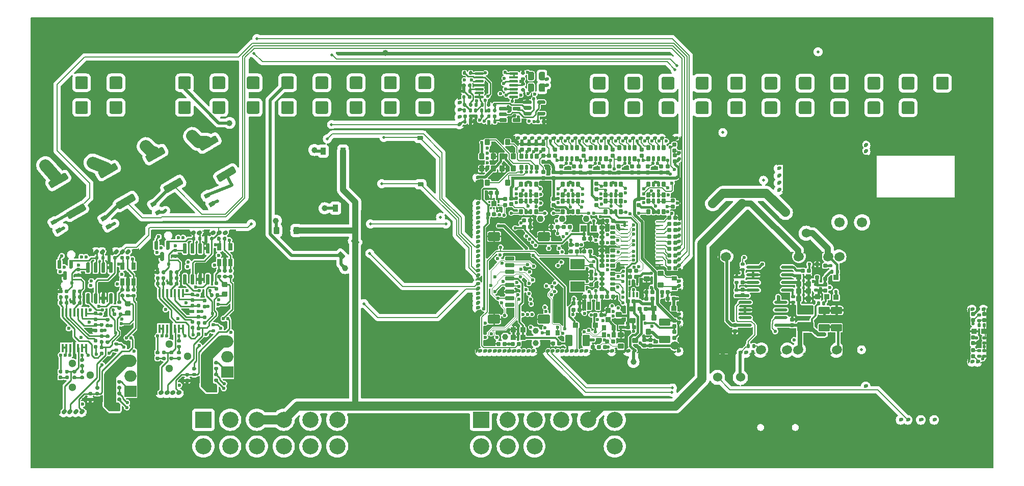
<source format=gbl>
G75*
G70*
%OFA0B0*%
%FSLAX25Y25*%
%IPPOS*%
%LPD*%
%AMOC8*
5,1,8,0,0,1.08239X$1,22.5*
%
%AMM110*
21,1,0.019680,0.019680,-0.000000,0.000000,90.000000*
21,1,0.015750,0.023620,-0.000000,0.000000,90.000000*
1,1,0.003940,0.009840,0.007870*
1,1,0.003940,0.009840,-0.007870*
1,1,0.003940,-0.009840,-0.007870*
1,1,0.003940,-0.009840,0.007870*
%
%AMM111*
21,1,0.019680,0.019680,-0.000000,0.000000,0.000000*
21,1,0.015750,0.023620,-0.000000,0.000000,0.000000*
1,1,0.003940,0.007870,-0.009840*
1,1,0.003940,-0.007870,-0.009840*
1,1,0.003940,-0.007870,0.009840*
1,1,0.003940,0.007870,0.009840*
%
%AMM126*
21,1,0.033470,0.026770,-0.000000,0.000000,0.000000*
21,1,0.026770,0.033470,-0.000000,0.000000,0.000000*
1,1,0.006690,0.013390,-0.013390*
1,1,0.006690,-0.013390,-0.013390*
1,1,0.006690,-0.013390,0.013390*
1,1,0.006690,0.013390,0.013390*
%
%AMM127*
21,1,0.023620,0.018900,-0.000000,0.000000,270.000000*
21,1,0.018900,0.023620,-0.000000,0.000000,270.000000*
1,1,0.004720,-0.009450,-0.009450*
1,1,0.004720,-0.009450,0.009450*
1,1,0.004720,0.009450,0.009450*
1,1,0.004720,0.009450,-0.009450*
%
%AMM141*
21,1,0.035830,0.026770,-0.000000,-0.000000,180.000000*
21,1,0.029130,0.033470,-0.000000,-0.000000,180.000000*
1,1,0.006690,-0.014570,0.013390*
1,1,0.006690,0.014570,0.013390*
1,1,0.006690,0.014570,-0.013390*
1,1,0.006690,-0.014570,-0.013390*
%
%AMM142*
21,1,0.070870,0.036220,-0.000000,-0.000000,270.000000*
21,1,0.061810,0.045280,-0.000000,-0.000000,270.000000*
1,1,0.009060,-0.018110,-0.030910*
1,1,0.009060,-0.018110,0.030910*
1,1,0.009060,0.018110,0.030910*
1,1,0.009060,0.018110,-0.030910*
%
%AMM143*
21,1,0.033470,0.026770,-0.000000,-0.000000,180.000000*
21,1,0.026770,0.033470,-0.000000,-0.000000,180.000000*
1,1,0.006690,-0.013390,0.013390*
1,1,0.006690,0.013390,0.013390*
1,1,0.006690,0.013390,-0.013390*
1,1,0.006690,-0.013390,-0.013390*
%
%AMM177*
21,1,0.035830,0.026770,0.000000,-0.000000,270.000000*
21,1,0.029130,0.033470,0.000000,-0.000000,270.000000*
1,1,0.006690,-0.013390,-0.014570*
1,1,0.006690,-0.013390,0.014570*
1,1,0.006690,0.013390,0.014570*
1,1,0.006690,0.013390,-0.014570*
%
%AMM178*
21,1,0.070870,0.036220,0.000000,-0.000000,0.000000*
21,1,0.061810,0.045280,0.000000,-0.000000,0.000000*
1,1,0.009060,0.030910,-0.018110*
1,1,0.009060,-0.030910,-0.018110*
1,1,0.009060,-0.030910,0.018110*
1,1,0.009060,0.030910,0.018110*
%
%AMM181*
21,1,0.023620,0.018900,0.000000,-0.000000,0.000000*
21,1,0.018900,0.023620,0.000000,-0.000000,0.000000*
1,1,0.004720,0.009450,-0.009450*
1,1,0.004720,-0.009450,-0.009450*
1,1,0.004720,-0.009450,0.009450*
1,1,0.004720,0.009450,0.009450*
%
%AMM182*
21,1,0.019680,0.019680,0.000000,-0.000000,270.000000*
21,1,0.015750,0.023620,0.000000,-0.000000,270.000000*
1,1,0.003940,-0.009840,-0.007870*
1,1,0.003940,-0.009840,0.007870*
1,1,0.003940,0.009840,0.007870*
1,1,0.003940,0.009840,-0.007870*
%
%AMM183*
21,1,0.019680,0.019680,0.000000,-0.000000,180.000000*
21,1,0.015750,0.023620,0.000000,-0.000000,180.000000*
1,1,0.003940,-0.007870,0.009840*
1,1,0.003940,0.007870,0.009840*
1,1,0.003940,0.007870,-0.009840*
1,1,0.003940,-0.007870,-0.009840*
%
%AMM197*
21,1,0.106300,0.050390,0.000000,-0.000000,0.000000*
21,1,0.093700,0.062990,0.000000,-0.000000,0.000000*
1,1,0.012600,0.046850,-0.025200*
1,1,0.012600,-0.046850,-0.025200*
1,1,0.012600,-0.046850,0.025200*
1,1,0.012600,0.046850,0.025200*
%
%AMM198*
21,1,0.033470,0.026770,0.000000,-0.000000,180.000000*
21,1,0.026770,0.033470,0.000000,-0.000000,180.000000*
1,1,0.006690,-0.013390,0.013390*
1,1,0.006690,0.013390,0.013390*
1,1,0.006690,0.013390,-0.013390*
1,1,0.006690,-0.013390,-0.013390*
%
%AMM199*
21,1,0.023620,0.018900,0.000000,-0.000000,90.000000*
21,1,0.018900,0.023620,0.000000,-0.000000,90.000000*
1,1,0.004720,0.009450,0.009450*
1,1,0.004720,0.009450,-0.009450*
1,1,0.004720,-0.009450,-0.009450*
1,1,0.004720,-0.009450,0.009450*
%
%AMM200*
21,1,0.122050,0.075590,0.000000,-0.000000,90.000000*
21,1,0.103150,0.094490,0.000000,-0.000000,90.000000*
1,1,0.018900,0.037800,0.051580*
1,1,0.018900,0.037800,-0.051580*
1,1,0.018900,-0.037800,-0.051580*
1,1,0.018900,-0.037800,0.051580*
%
%AMM201*
21,1,0.118110,0.083460,0.000000,-0.000000,270.000000*
21,1,0.097240,0.104330,0.000000,-0.000000,270.000000*
1,1,0.020870,-0.041730,-0.048620*
1,1,0.020870,-0.041730,0.048620*
1,1,0.020870,0.041730,0.048620*
1,1,0.020870,0.041730,-0.048620*
%
%AMM262*
21,1,0.025590,0.026380,-0.000000,-0.000000,90.000000*
21,1,0.020470,0.031500,-0.000000,-0.000000,90.000000*
1,1,0.005120,0.013190,0.010240*
1,1,0.005120,0.013190,-0.010240*
1,1,0.005120,-0.013190,-0.010240*
1,1,0.005120,-0.013190,0.010240*
%
%AMM263*
21,1,0.017720,0.027950,-0.000000,-0.000000,90.000000*
21,1,0.014170,0.031500,-0.000000,-0.000000,90.000000*
1,1,0.003540,0.013980,0.007090*
1,1,0.003540,0.013980,-0.007090*
1,1,0.003540,-0.013980,-0.007090*
1,1,0.003540,-0.013980,0.007090*
%
%AMM266*
21,1,0.027560,0.018900,-0.000000,-0.000000,270.000000*
21,1,0.022840,0.023620,-0.000000,-0.000000,270.000000*
1,1,0.004720,-0.009450,-0.011420*
1,1,0.004720,-0.009450,0.011420*
1,1,0.004720,0.009450,0.011420*
1,1,0.004720,0.009450,-0.011420*
%
%AMM268*
21,1,0.027560,0.018900,-0.000000,-0.000000,0.000000*
21,1,0.022840,0.023620,-0.000000,-0.000000,0.000000*
1,1,0.004720,0.011420,-0.009450*
1,1,0.004720,-0.011420,-0.009450*
1,1,0.004720,-0.011420,0.009450*
1,1,0.004720,0.011420,0.009450*
%
%AMM270*
21,1,0.035430,0.030320,-0.000000,-0.000000,90.000000*
21,1,0.028350,0.037400,-0.000000,-0.000000,90.000000*
1,1,0.007090,0.015160,0.014170*
1,1,0.007090,0.015160,-0.014170*
1,1,0.007090,-0.015160,-0.014170*
1,1,0.007090,-0.015160,0.014170*
%
%AMM273*
21,1,0.027560,0.030710,-0.000000,-0.000000,180.000000*
21,1,0.022050,0.036220,-0.000000,-0.000000,180.000000*
1,1,0.005510,-0.011020,0.015350*
1,1,0.005510,0.011020,0.015350*
1,1,0.005510,0.011020,-0.015350*
1,1,0.005510,-0.011020,-0.015350*
%
%AMM294*
21,1,0.033470,0.026770,-0.000000,-0.000000,270.000000*
21,1,0.026770,0.033470,-0.000000,-0.000000,270.000000*
1,1,0.006690,-0.013390,-0.013390*
1,1,0.006690,-0.013390,0.013390*
1,1,0.006690,0.013390,0.013390*
1,1,0.006690,0.013390,-0.013390*
%
%AMM295*
21,1,0.025590,0.026380,-0.000000,-0.000000,180.000000*
21,1,0.020470,0.031500,-0.000000,-0.000000,180.000000*
1,1,0.005120,-0.010240,0.013190*
1,1,0.005120,0.010240,0.013190*
1,1,0.005120,0.010240,-0.013190*
1,1,0.005120,-0.010240,-0.013190*
%
%AMM296*
21,1,0.017720,0.027950,-0.000000,-0.000000,180.000000*
21,1,0.014170,0.031500,-0.000000,-0.000000,180.000000*
1,1,0.003540,-0.007090,0.013980*
1,1,0.003540,0.007090,0.013980*
1,1,0.003540,0.007090,-0.013980*
1,1,0.003540,-0.007090,-0.013980*
%
%AMM297*
21,1,0.078740,0.045670,-0.000000,-0.000000,0.000000*
21,1,0.067320,0.057090,-0.000000,-0.000000,0.000000*
1,1,0.011420,0.033660,-0.022840*
1,1,0.011420,-0.033660,-0.022840*
1,1,0.011420,-0.033660,0.022840*
1,1,0.011420,0.033660,0.022840*
%
%AMM298*
21,1,0.059060,0.020470,-0.000000,-0.000000,0.000000*
21,1,0.053940,0.025590,-0.000000,-0.000000,0.000000*
1,1,0.005120,0.026970,-0.010240*
1,1,0.005120,-0.026970,-0.010240*
1,1,0.005120,-0.026970,0.010240*
1,1,0.005120,0.026970,0.010240*
%
%AMM299*
21,1,0.035430,0.030320,-0.000000,-0.000000,0.000000*
21,1,0.028350,0.037400,-0.000000,-0.000000,0.000000*
1,1,0.007090,0.014170,-0.015160*
1,1,0.007090,-0.014170,-0.015160*
1,1,0.007090,-0.014170,0.015160*
1,1,0.007090,0.014170,0.015160*
%
%AMM300*
21,1,0.012600,0.028980,-0.000000,-0.000000,0.000000*
21,1,0.010080,0.031500,-0.000000,-0.000000,0.000000*
1,1,0.002520,0.005040,-0.014490*
1,1,0.002520,-0.005040,-0.014490*
1,1,0.002520,-0.005040,0.014490*
1,1,0.002520,0.005040,0.014490*
%
%AMM301*
21,1,0.070870,0.036220,-0.000000,-0.000000,180.000000*
21,1,0.061810,0.045280,-0.000000,-0.000000,180.000000*
1,1,0.009060,-0.030910,0.018110*
1,1,0.009060,0.030910,0.018110*
1,1,0.009060,0.030910,-0.018110*
1,1,0.009060,-0.030910,-0.018110*
%
%AMM302*
21,1,0.027560,0.049610,-0.000000,-0.000000,180.000000*
21,1,0.022050,0.055120,-0.000000,-0.000000,180.000000*
1,1,0.005510,-0.011020,0.024800*
1,1,0.005510,0.011020,0.024800*
1,1,0.005510,0.011020,-0.024800*
1,1,0.005510,-0.011020,-0.024800*
%
%AMM303*
21,1,0.027560,0.030710,-0.000000,-0.000000,270.000000*
21,1,0.022050,0.036220,-0.000000,-0.000000,270.000000*
1,1,0.005510,-0.015350,-0.011020*
1,1,0.005510,-0.015350,0.011020*
1,1,0.005510,0.015350,0.011020*
1,1,0.005510,0.015350,-0.011020*
%
%ADD10C,0.06000*%
%ADD117C,0.03150*%
%ADD13R,0.10559X0.10559*%
%ADD133C,0.00984*%
%ADD14C,0.10559*%
%ADD15C,0.12756*%
%ADD154C,0.05118*%
%ADD16C,0.22047*%
%ADD167C,0.03900*%
%ADD17C,0.02362*%
%ADD18O,0.04823X0.00787*%
%ADD19O,0.00787X0.36614*%
%ADD195C,0.00492*%
%ADD196C,0.01260*%
%ADD197C,0.04331*%
%ADD198C,0.05512*%
%ADD20R,0.00984X0.24350*%
%ADD21R,0.00984X0.04390*%
%ADD22R,0.56201X0.00984*%
%ADD23R,0.59449X0.00984*%
%ADD232R,0.01378X0.01476*%
%ADD233R,0.01968X0.01968*%
%ADD235O,0.04961X0.00984*%
%ADD237R,0.09449X0.06693*%
%ADD238R,0.01476X0.01378*%
%ADD24R,0.00984X0.20374*%
%ADD240R,0.03937X0.04331*%
%ADD283M110*%
%ADD284M111*%
%ADD285O,0.40158X0.00787*%
%ADD300M126*%
%ADD301M127*%
%ADD302O,0.08661X0.01968*%
%ADD31C,0.02756*%
%ADD317M141*%
%ADD318M142*%
%ADD319M143*%
%ADD34R,0.04331X0.00984*%
%ADD35R,0.03858X0.00984*%
%ADD353M177*%
%ADD354M178*%
%ADD357M181*%
%ADD358M182*%
%ADD359M183*%
%ADD37R,0.00984X1.08661*%
%ADD373M197*%
%ADD374M198*%
%ADD375M199*%
%ADD376M200*%
%ADD377M201*%
%ADD39R,0.03740X0.00984*%
%ADD391R,0.07874X0.07500*%
%ADD392O,0.07874X0.07500*%
%ADD394R,0.01772X0.05709*%
%ADD395R,0.02559X0.04803*%
%ADD40C,0.05906*%
%ADD41O,0.12992X0.00787*%
%ADD42O,0.40157X0.00787*%
%ADD43O,0.01181X0.00787*%
%ADD44O,0.00787X0.66929*%
%ADD45O,0.00787X0.60630*%
%ADD46O,0.18898X0.00787*%
%ADD47O,0.10236X0.00787*%
%ADD471M262*%
%ADD472M263*%
%ADD475M266*%
%ADD477M268*%
%ADD479M270*%
%ADD48O,0.03937X0.00787*%
%ADD482M273*%
%ADD49O,0.05906X0.00787*%
%ADD50C,0.06693*%
%ADD503M294*%
%ADD504M295*%
%ADD505M296*%
%ADD506M297*%
%ADD507M298*%
%ADD508M299*%
%ADD509M300*%
%ADD510M301*%
%ADD511M302*%
%ADD512M303*%
%ADD52O,0.03937X0.08268*%
%ADD53O,0.03937X0.06299*%
%ADD54R,0.00787X0.14567*%
%ADD55R,0.00787X0.01575*%
%ADD56R,0.00787X0.06299*%
%ADD57R,0.00787X0.38189*%
%ADD58R,0.00787X0.09055*%
%ADD59R,0.05512X0.00787*%
%ADD60R,0.25197X0.00787*%
%ADD61R,0.06693X0.00787*%
%ADD62R,0.12992X0.00787*%
%ADD63R,0.00787X0.27559*%
%ADD64R,0.00787X0.12992*%
%ADD65R,0.00787X0.24803*%
%ADD67C,0.01969*%
%ADD68C,0.03937*%
%ADD69C,0.00787*%
%ADD70C,0.07874*%
%ADD79C,0.01181*%
%ADD82C,0.00591*%
%ADD90R,0.24803X0.00984*%
%ADD91R,0.34449X0.00984*%
%ADD93C,0.01968*%
%ADD94C,0.01575*%
X0000000Y0000000D02*
%LPD*%
G01*
D10*
X0464291Y0059646D03*
X0449291Y0059646D03*
D13*
X0294626Y0031890D03*
D14*
X0312146Y0031890D03*
X0329626Y0031890D03*
X0347146Y0031890D03*
X0364626Y0031890D03*
X0382146Y0031890D03*
X0382146Y0014370D03*
X0364626Y0014370D03*
X0347146Y0014370D03*
X0329626Y0014370D03*
X0312146Y0014370D03*
X0294626Y0014370D03*
D15*
X0270866Y0023110D03*
X0405866Y0023110D03*
D16*
X0162106Y0076477D03*
D17*
X0615748Y0104036D03*
D18*
X0623524Y0068996D03*
D19*
X0613386Y0086910D03*
X0625591Y0086910D03*
D17*
X0619488Y0104036D03*
X0623228Y0104036D03*
X0619291Y0069784D03*
X0615748Y0069784D03*
X0280512Y0234744D03*
X0280512Y0239469D03*
X0280512Y0230020D03*
X0280512Y0225295D03*
D20*
X0338189Y0235797D03*
D21*
X0338189Y0259616D03*
D22*
X0310581Y0224114D03*
D23*
X0308957Y0261319D03*
D24*
X0279724Y0251624D03*
D17*
X0337303Y0250728D03*
X0337303Y0254665D03*
D17*
X0546260Y0053740D03*
X0552461Y0034429D03*
X0602476Y0034465D03*
X0569094Y0031791D03*
X0573720Y0031791D03*
X0582283Y0031791D03*
X0591043Y0031791D03*
D31*
X0021654Y0036910D03*
X0033465Y0036910D03*
X0029528Y0036910D03*
X0025591Y0036910D03*
D34*
X0068307Y0143110D03*
D35*
X0051220Y0143110D03*
D90*
X0027756Y0143110D03*
D37*
X0069980Y0089272D03*
X0015846Y0089272D03*
D91*
X0053248Y0035433D03*
D39*
X0017224Y0035433D03*
D31*
X0059646Y0141599D03*
X0055709Y0141599D03*
X0042732Y0141599D03*
X0046732Y0141599D03*
X0063583Y0141599D03*
D40*
X0526968Y0077461D03*
X0501772Y0077461D03*
X0494291Y0077461D03*
X0477362Y0077461D03*
D17*
X0467913Y0075689D03*
X0463976Y0075689D03*
D41*
X0511811Y0141043D03*
D42*
X0478346Y0141043D03*
D43*
X0450394Y0141043D03*
D44*
X0450197Y0107973D03*
D45*
X0531299Y0104823D03*
D40*
X0452756Y0077461D03*
D43*
X0531102Y0074902D03*
D46*
X0514567Y0074902D03*
D47*
X0485630Y0074902D03*
D48*
X0471850Y0074902D03*
D49*
X0458858Y0074902D03*
D40*
X0528740Y0138484D03*
X0521457Y0138484D03*
X0501968Y0138484D03*
X0454528Y0138484D03*
G36*
G01*
X0253740Y0233268D02*
X0253740Y0239567D01*
G75*
G02*
X0254724Y0240551I0000984J0000000D01*
G01*
X0261024Y0240551D01*
G75*
G02*
X0262008Y0239567I0000000J-000984D01*
G01*
X0262008Y0233268D01*
G75*
G02*
X0261024Y0232284I-000984J0000000D01*
G01*
X0254724Y0232284D01*
G75*
G02*
X0253740Y0233268I0000000J0000984D01*
G01*
G37*
G36*
G01*
X0231299Y0233268D02*
X0231299Y0239567D01*
G75*
G02*
X0232283Y0240551I0000984J0000000D01*
G01*
X0238583Y0240551D01*
G75*
G02*
X0239567Y0239567I0000000J-000984D01*
G01*
X0239567Y0233268D01*
G75*
G02*
X0238583Y0232284I-000984J0000000D01*
G01*
X0232283Y0232284D01*
G75*
G02*
X0231299Y0233268I0000000J0000984D01*
G01*
G37*
G36*
G01*
X0208858Y0233268D02*
X0208858Y0239567D01*
G75*
G02*
X0209843Y0240551I0000984J0000000D01*
G01*
X0216142Y0240551D01*
G75*
G02*
X0217126Y0239567I0000000J-000984D01*
G01*
X0217126Y0233268D01*
G75*
G02*
X0216142Y0232284I-000984J0000000D01*
G01*
X0209843Y0232284D01*
G75*
G02*
X0208858Y0233268I0000000J0000984D01*
G01*
G37*
G36*
G01*
X0186417Y0233268D02*
X0186417Y0239567D01*
G75*
G02*
X0187402Y0240551I0000984J0000000D01*
G01*
X0193701Y0240551D01*
G75*
G02*
X0194685Y0239567I0000000J-000984D01*
G01*
X0194685Y0233268D01*
G75*
G02*
X0193701Y0232284I-000984J0000000D01*
G01*
X0187402Y0232284D01*
G75*
G02*
X0186417Y0233268I0000000J0000984D01*
G01*
G37*
G36*
G01*
X0163976Y0233268D02*
X0163976Y0239567D01*
G75*
G02*
X0164961Y0240551I0000984J0000000D01*
G01*
X0171260Y0240551D01*
G75*
G02*
X0172244Y0239567I0000000J-000984D01*
G01*
X0172244Y0233268D01*
G75*
G02*
X0171260Y0232284I-000984J0000000D01*
G01*
X0164961Y0232284D01*
G75*
G02*
X0163976Y0233268I0000000J0000984D01*
G01*
G37*
G36*
G01*
X0141535Y0233268D02*
X0141535Y0239567D01*
G75*
G02*
X0142520Y0240551I0000984J0000000D01*
G01*
X0148819Y0240551D01*
G75*
G02*
X0149803Y0239567I0000000J-000984D01*
G01*
X0149803Y0233268D01*
G75*
G02*
X0148819Y0232284I-000984J0000000D01*
G01*
X0142520Y0232284D01*
G75*
G02*
X0141535Y0233268I0000000J0000984D01*
G01*
G37*
G36*
G01*
X0119094Y0233268D02*
X0119094Y0239567D01*
G75*
G02*
X0120079Y0240551I0000984J0000000D01*
G01*
X0126378Y0240551D01*
G75*
G02*
X0127362Y0239567I0000000J-000984D01*
G01*
X0127362Y0233268D01*
G75*
G02*
X0126378Y0232284I-000984J0000000D01*
G01*
X0120079Y0232284D01*
G75*
G02*
X0119094Y0233268I0000000J0000984D01*
G01*
G37*
G36*
G01*
X0096654Y0233268D02*
X0096654Y0239567D01*
G75*
G02*
X0097638Y0240551I0000984J0000000D01*
G01*
X0103937Y0240551D01*
G75*
G02*
X0104921Y0239567I0000000J-000984D01*
G01*
X0104921Y0233268D01*
G75*
G02*
X0103937Y0232284I-000984J0000000D01*
G01*
X0097638Y0232284D01*
G75*
G02*
X0096654Y0233268I0000000J0000984D01*
G01*
G37*
G36*
G01*
X0074213Y0233268D02*
X0074213Y0239567D01*
G75*
G02*
X0075197Y0240551I0000984J0000000D01*
G01*
X0081496Y0240551D01*
G75*
G02*
X0082480Y0239567I0000000J-000984D01*
G01*
X0082480Y0233268D01*
G75*
G02*
X0081496Y0232284I-000984J0000000D01*
G01*
X0075197Y0232284D01*
G75*
G02*
X0074213Y0233268I0000000J0000984D01*
G01*
G37*
G36*
G01*
X0051772Y0233268D02*
X0051772Y0239567D01*
G75*
G02*
X0052756Y0240551I0000984J0000000D01*
G01*
X0059055Y0240551D01*
G75*
G02*
X0060039Y0239567I0000000J-000984D01*
G01*
X0060039Y0233268D01*
G75*
G02*
X0059055Y0232284I-000984J0000000D01*
G01*
X0052756Y0232284D01*
G75*
G02*
X0051772Y0233268I0000000J0000984D01*
G01*
G37*
G36*
G01*
X0029331Y0233268D02*
X0029331Y0239567D01*
G75*
G02*
X0030315Y0240551I0000984J0000000D01*
G01*
X0036614Y0240551D01*
G75*
G02*
X0037598Y0239567I0000000J-000984D01*
G01*
X0037598Y0233268D01*
G75*
G02*
X0036614Y0232284I-000984J0000000D01*
G01*
X0030315Y0232284D01*
G75*
G02*
X0029331Y0233268I0000000J0000984D01*
G01*
G37*
G36*
G01*
X0253740Y0249410D02*
X0253740Y0255709D01*
G75*
G02*
X0254724Y0256693I0000984J0000000D01*
G01*
X0261024Y0256693D01*
G75*
G02*
X0262008Y0255709I0000000J-000984D01*
G01*
X0262008Y0249410D01*
G75*
G02*
X0261024Y0248425I-000984J0000000D01*
G01*
X0254724Y0248425D01*
G75*
G02*
X0253740Y0249410I0000000J0000984D01*
G01*
G37*
G36*
G01*
X0231299Y0249410D02*
X0231299Y0255709D01*
G75*
G02*
X0232283Y0256693I0000984J0000000D01*
G01*
X0238583Y0256693D01*
G75*
G02*
X0239567Y0255709I0000000J-000984D01*
G01*
X0239567Y0249410D01*
G75*
G02*
X0238583Y0248425I-000984J0000000D01*
G01*
X0232283Y0248425D01*
G75*
G02*
X0231299Y0249410I0000000J0000984D01*
G01*
G37*
G36*
G01*
X0208858Y0249410D02*
X0208858Y0255709D01*
G75*
G02*
X0209843Y0256693I0000984J0000000D01*
G01*
X0216142Y0256693D01*
G75*
G02*
X0217126Y0255709I0000000J-000984D01*
G01*
X0217126Y0249410D01*
G75*
G02*
X0216142Y0248425I-000984J0000000D01*
G01*
X0209843Y0248425D01*
G75*
G02*
X0208858Y0249410I0000000J0000984D01*
G01*
G37*
G36*
G01*
X0186417Y0249410D02*
X0186417Y0255709D01*
G75*
G02*
X0187402Y0256693I0000984J0000000D01*
G01*
X0193701Y0256693D01*
G75*
G02*
X0194685Y0255709I0000000J-000984D01*
G01*
X0194685Y0249410D01*
G75*
G02*
X0193701Y0248425I-000984J0000000D01*
G01*
X0187402Y0248425D01*
G75*
G02*
X0186417Y0249410I0000000J0000984D01*
G01*
G37*
G36*
G01*
X0163976Y0249410D02*
X0163976Y0255709D01*
G75*
G02*
X0164961Y0256693I0000984J0000000D01*
G01*
X0171260Y0256693D01*
G75*
G02*
X0172244Y0255709I0000000J-000984D01*
G01*
X0172244Y0249410D01*
G75*
G02*
X0171260Y0248425I-000984J0000000D01*
G01*
X0164961Y0248425D01*
G75*
G02*
X0163976Y0249410I0000000J0000984D01*
G01*
G37*
G36*
G01*
X0141535Y0249410D02*
X0141535Y0255709D01*
G75*
G02*
X0142520Y0256693I0000984J0000000D01*
G01*
X0148819Y0256693D01*
G75*
G02*
X0149803Y0255709I0000000J-000984D01*
G01*
X0149803Y0249410D01*
G75*
G02*
X0148819Y0248425I-000984J0000000D01*
G01*
X0142520Y0248425D01*
G75*
G02*
X0141535Y0249410I0000000J0000984D01*
G01*
G37*
G36*
G01*
X0119094Y0249410D02*
X0119094Y0255709D01*
G75*
G02*
X0120079Y0256693I0000984J0000000D01*
G01*
X0126378Y0256693D01*
G75*
G02*
X0127362Y0255709I0000000J-000984D01*
G01*
X0127362Y0249410D01*
G75*
G02*
X0126378Y0248425I-000984J0000000D01*
G01*
X0120079Y0248425D01*
G75*
G02*
X0119094Y0249410I0000000J0000984D01*
G01*
G37*
G36*
G01*
X0096654Y0249410D02*
X0096654Y0255709D01*
G75*
G02*
X0097638Y0256693I0000984J0000000D01*
G01*
X0103937Y0256693D01*
G75*
G02*
X0104921Y0255709I0000000J-000984D01*
G01*
X0104921Y0249410D01*
G75*
G02*
X0103937Y0248425I-000984J0000000D01*
G01*
X0097638Y0248425D01*
G75*
G02*
X0096654Y0249410I0000000J0000984D01*
G01*
G37*
G36*
G01*
X0074213Y0249410D02*
X0074213Y0255709D01*
G75*
G02*
X0075197Y0256693I0000984J0000000D01*
G01*
X0081496Y0256693D01*
G75*
G02*
X0082480Y0255709I0000000J-000984D01*
G01*
X0082480Y0249410D01*
G75*
G02*
X0081496Y0248425I-000984J0000000D01*
G01*
X0075197Y0248425D01*
G75*
G02*
X0074213Y0249410I0000000J0000984D01*
G01*
G37*
G36*
G01*
X0051772Y0249410D02*
X0051772Y0255709D01*
G75*
G02*
X0052756Y0256693I0000984J0000000D01*
G01*
X0059055Y0256693D01*
G75*
G02*
X0060039Y0255709I0000000J-000984D01*
G01*
X0060039Y0249410D01*
G75*
G02*
X0059055Y0248425I-000984J0000000D01*
G01*
X0052756Y0248425D01*
G75*
G02*
X0051772Y0249410I0000000J0000984D01*
G01*
G37*
G36*
G01*
X0029331Y0249410D02*
X0029331Y0255709D01*
G75*
G02*
X0030315Y0256693I0000984J0000000D01*
G01*
X0036614Y0256693D01*
G75*
G02*
X0037598Y0255709I0000000J-000984D01*
G01*
X0037598Y0249410D01*
G75*
G02*
X0036614Y0248425I-000984J0000000D01*
G01*
X0030315Y0248425D01*
G75*
G02*
X0029331Y0249410I0000000J0000984D01*
G01*
G37*
G36*
G01*
X0592323Y0233071D02*
X0592323Y0239370D01*
G75*
G02*
X0593307Y0240354I0000984J0000000D01*
G01*
X0599606Y0240354D01*
G75*
G02*
X0600591Y0239370I0000000J-000984D01*
G01*
X0600591Y0233071D01*
G75*
G02*
X0599606Y0232087I-000984J0000000D01*
G01*
X0593307Y0232087D01*
G75*
G02*
X0592323Y0233071I0000000J0000984D01*
G01*
G37*
G36*
G01*
X0569882Y0233071D02*
X0569882Y0239370D01*
G75*
G02*
X0570866Y0240354I0000984J0000000D01*
G01*
X0577165Y0240354D01*
G75*
G02*
X0578150Y0239370I0000000J-000984D01*
G01*
X0578150Y0233071D01*
G75*
G02*
X0577165Y0232087I-000984J0000000D01*
G01*
X0570866Y0232087D01*
G75*
G02*
X0569882Y0233071I0000000J0000984D01*
G01*
G37*
G36*
G01*
X0547441Y0233071D02*
X0547441Y0239370D01*
G75*
G02*
X0548425Y0240354I0000984J0000000D01*
G01*
X0554724Y0240354D01*
G75*
G02*
X0555709Y0239370I0000000J-000984D01*
G01*
X0555709Y0233071D01*
G75*
G02*
X0554724Y0232087I-000984J0000000D01*
G01*
X0548425Y0232087D01*
G75*
G02*
X0547441Y0233071I0000000J0000984D01*
G01*
G37*
G36*
G01*
X0525000Y0233071D02*
X0525000Y0239370D01*
G75*
G02*
X0525984Y0240354I0000984J0000000D01*
G01*
X0532283Y0240354D01*
G75*
G02*
X0533268Y0239370I0000000J-000984D01*
G01*
X0533268Y0233071D01*
G75*
G02*
X0532283Y0232087I-000984J0000000D01*
G01*
X0525984Y0232087D01*
G75*
G02*
X0525000Y0233071I0000000J0000984D01*
G01*
G37*
G36*
G01*
X0502559Y0233071D02*
X0502559Y0239370D01*
G75*
G02*
X0503543Y0240354I0000984J0000000D01*
G01*
X0509842Y0240354D01*
G75*
G02*
X0510827Y0239370I0000000J-000984D01*
G01*
X0510827Y0233071D01*
G75*
G02*
X0509842Y0232087I-000984J0000000D01*
G01*
X0503543Y0232087D01*
G75*
G02*
X0502559Y0233071I0000000J0000984D01*
G01*
G37*
G36*
G01*
X0480118Y0233071D02*
X0480118Y0239370D01*
G75*
G02*
X0481102Y0240354I0000984J0000000D01*
G01*
X0487402Y0240354D01*
G75*
G02*
X0488386Y0239370I0000000J-000984D01*
G01*
X0488386Y0233071D01*
G75*
G02*
X0487402Y0232087I-000984J0000000D01*
G01*
X0481102Y0232087D01*
G75*
G02*
X0480118Y0233071I0000000J0000984D01*
G01*
G37*
G36*
G01*
X0457677Y0233071D02*
X0457677Y0239370D01*
G75*
G02*
X0458661Y0240354I0000984J0000000D01*
G01*
X0464961Y0240354D01*
G75*
G02*
X0465945Y0239370I0000000J-000984D01*
G01*
X0465945Y0233071D01*
G75*
G02*
X0464961Y0232087I-000984J0000000D01*
G01*
X0458661Y0232087D01*
G75*
G02*
X0457677Y0233071I0000000J0000984D01*
G01*
G37*
G36*
G01*
X0435236Y0233071D02*
X0435236Y0239370D01*
G75*
G02*
X0436220Y0240354I0000984J0000000D01*
G01*
X0442520Y0240354D01*
G75*
G02*
X0443504Y0239370I0000000J-000984D01*
G01*
X0443504Y0233071D01*
G75*
G02*
X0442520Y0232087I-000984J0000000D01*
G01*
X0436220Y0232087D01*
G75*
G02*
X0435236Y0233071I0000000J0000984D01*
G01*
G37*
G36*
G01*
X0412795Y0233071D02*
X0412795Y0239370D01*
G75*
G02*
X0413780Y0240354I0000984J0000000D01*
G01*
X0420079Y0240354D01*
G75*
G02*
X0421063Y0239370I0000000J-000984D01*
G01*
X0421063Y0233071D01*
G75*
G02*
X0420079Y0232087I-000984J0000000D01*
G01*
X0413780Y0232087D01*
G75*
G02*
X0412795Y0233071I0000000J0000984D01*
G01*
G37*
G36*
G01*
X0390354Y0233071D02*
X0390354Y0239370D01*
G75*
G02*
X0391339Y0240354I0000984J0000000D01*
G01*
X0397638Y0240354D01*
G75*
G02*
X0398622Y0239370I0000000J-000984D01*
G01*
X0398622Y0233071D01*
G75*
G02*
X0397638Y0232087I-000984J0000000D01*
G01*
X0391339Y0232087D01*
G75*
G02*
X0390354Y0233071I0000000J0000984D01*
G01*
G37*
G36*
G01*
X0367913Y0233071D02*
X0367913Y0239370D01*
G75*
G02*
X0368898Y0240354I0000984J0000000D01*
G01*
X0375197Y0240354D01*
G75*
G02*
X0376181Y0239370I0000000J-000984D01*
G01*
X0376181Y0233071D01*
G75*
G02*
X0375197Y0232087I-000984J0000000D01*
G01*
X0368898Y0232087D01*
G75*
G02*
X0367913Y0233071I0000000J0000984D01*
G01*
G37*
G36*
G01*
X0592323Y0249213D02*
X0592323Y0255512D01*
G75*
G02*
X0593307Y0256496I0000984J0000000D01*
G01*
X0599606Y0256496D01*
G75*
G02*
X0600591Y0255512I0000000J-000984D01*
G01*
X0600591Y0249213D01*
G75*
G02*
X0599606Y0248228I-000984J0000000D01*
G01*
X0593307Y0248228D01*
G75*
G02*
X0592323Y0249213I0000000J0000984D01*
G01*
G37*
G36*
G01*
X0569882Y0249213D02*
X0569882Y0255512D01*
G75*
G02*
X0570866Y0256496I0000984J0000000D01*
G01*
X0577165Y0256496D01*
G75*
G02*
X0578150Y0255512I0000000J-000984D01*
G01*
X0578150Y0249213D01*
G75*
G02*
X0577165Y0248228I-000984J0000000D01*
G01*
X0570866Y0248228D01*
G75*
G02*
X0569882Y0249213I0000000J0000984D01*
G01*
G37*
G36*
G01*
X0547441Y0249213D02*
X0547441Y0255512D01*
G75*
G02*
X0548425Y0256496I0000984J0000000D01*
G01*
X0554724Y0256496D01*
G75*
G02*
X0555709Y0255512I0000000J-000984D01*
G01*
X0555709Y0249213D01*
G75*
G02*
X0554724Y0248228I-000984J0000000D01*
G01*
X0548425Y0248228D01*
G75*
G02*
X0547441Y0249213I0000000J0000984D01*
G01*
G37*
G36*
G01*
X0525000Y0249213D02*
X0525000Y0255512D01*
G75*
G02*
X0525984Y0256496I0000984J0000000D01*
G01*
X0532283Y0256496D01*
G75*
G02*
X0533268Y0255512I0000000J-000984D01*
G01*
X0533268Y0249213D01*
G75*
G02*
X0532283Y0248228I-000984J0000000D01*
G01*
X0525984Y0248228D01*
G75*
G02*
X0525000Y0249213I0000000J0000984D01*
G01*
G37*
G36*
G01*
X0502559Y0249213D02*
X0502559Y0255512D01*
G75*
G02*
X0503543Y0256496I0000984J0000000D01*
G01*
X0509842Y0256496D01*
G75*
G02*
X0510827Y0255512I0000000J-000984D01*
G01*
X0510827Y0249213D01*
G75*
G02*
X0509842Y0248228I-000984J0000000D01*
G01*
X0503543Y0248228D01*
G75*
G02*
X0502559Y0249213I0000000J0000984D01*
G01*
G37*
G36*
G01*
X0480118Y0249213D02*
X0480118Y0255512D01*
G75*
G02*
X0481102Y0256496I0000984J0000000D01*
G01*
X0487402Y0256496D01*
G75*
G02*
X0488386Y0255512I0000000J-000984D01*
G01*
X0488386Y0249213D01*
G75*
G02*
X0487402Y0248228I-000984J0000000D01*
G01*
X0481102Y0248228D01*
G75*
G02*
X0480118Y0249213I0000000J0000984D01*
G01*
G37*
G36*
G01*
X0457677Y0249213D02*
X0457677Y0255512D01*
G75*
G02*
X0458661Y0256496I0000984J0000000D01*
G01*
X0464961Y0256496D01*
G75*
G02*
X0465945Y0255512I0000000J-000984D01*
G01*
X0465945Y0249213D01*
G75*
G02*
X0464961Y0248228I-000984J0000000D01*
G01*
X0458661Y0248228D01*
G75*
G02*
X0457677Y0249213I0000000J0000984D01*
G01*
G37*
G36*
G01*
X0435236Y0249213D02*
X0435236Y0255512D01*
G75*
G02*
X0436220Y0256496I0000984J0000000D01*
G01*
X0442520Y0256496D01*
G75*
G02*
X0443504Y0255512I0000000J-000984D01*
G01*
X0443504Y0249213D01*
G75*
G02*
X0442520Y0248228I-000984J0000000D01*
G01*
X0436220Y0248228D01*
G75*
G02*
X0435236Y0249213I0000000J0000984D01*
G01*
G37*
G36*
G01*
X0412795Y0249213D02*
X0412795Y0255512D01*
G75*
G02*
X0413780Y0256496I0000984J0000000D01*
G01*
X0420079Y0256496D01*
G75*
G02*
X0421063Y0255512I0000000J-000984D01*
G01*
X0421063Y0249213D01*
G75*
G02*
X0420079Y0248228I-000984J0000000D01*
G01*
X0413780Y0248228D01*
G75*
G02*
X0412795Y0249213I0000000J0000984D01*
G01*
G37*
G36*
G01*
X0390354Y0249213D02*
X0390354Y0255512D01*
G75*
G02*
X0391339Y0256496I0000984J0000000D01*
G01*
X0397638Y0256496D01*
G75*
G02*
X0398622Y0255512I0000000J-000984D01*
G01*
X0398622Y0249213D01*
G75*
G02*
X0397638Y0248228I-000984J0000000D01*
G01*
X0391339Y0248228D01*
G75*
G02*
X0390354Y0249213I0000000J0000984D01*
G01*
G37*
G36*
G01*
X0367913Y0249213D02*
X0367913Y0255512D01*
G75*
G02*
X0368898Y0256496I0000984J0000000D01*
G01*
X0375197Y0256496D01*
G75*
G02*
X0376181Y0255512I0000000J-000984D01*
G01*
X0376181Y0249213D01*
G75*
G02*
X0375197Y0248228I-000984J0000000D01*
G01*
X0368898Y0248228D01*
G75*
G02*
X0367913Y0249213I0000000J0000984D01*
G01*
G37*
D17*
X0489370Y0191634D03*
X0489370Y0196358D03*
X0489370Y0186910D03*
X0489370Y0182185D03*
D20*
X0547047Y0192687D03*
D21*
X0547047Y0216506D03*
D22*
X0519439Y0181004D03*
D23*
X0517815Y0218209D03*
D24*
X0488583Y0208514D03*
D17*
X0546161Y0207618D03*
X0546161Y0211555D03*
D50*
X0529035Y0161221D03*
D52*
X0471870Y0028858D03*
D53*
X0471870Y0012402D03*
D52*
X0505886Y0028858D03*
D53*
X0505886Y0012402D03*
D16*
X0574311Y0076477D03*
D50*
X0543917Y0161221D03*
D10*
X0446161Y0173425D03*
X0465453Y0173425D03*
D17*
X0292323Y0190453D03*
X0292323Y0173524D03*
X0292323Y0170374D03*
X0292323Y0167225D03*
X0292323Y0164075D03*
X0292323Y0160925D03*
X0292323Y0157776D03*
X0292323Y0154626D03*
X0292323Y0151477D03*
X0292323Y0148327D03*
X0292323Y0145177D03*
X0292323Y0142028D03*
X0292323Y0138878D03*
X0292323Y0135728D03*
X0292323Y0132579D03*
X0292323Y0129429D03*
X0292323Y0126280D03*
X0292323Y0120768D03*
X0292323Y0117618D03*
X0292323Y0114469D03*
X0292323Y0111319D03*
X0292323Y0108169D03*
X0292323Y0105020D03*
D54*
X0424606Y0085925D03*
D55*
X0424606Y0097933D03*
D54*
X0424606Y0109941D03*
D56*
X0424606Y0127461D03*
D57*
X0424606Y0181201D03*
D58*
X0424606Y0212697D03*
D59*
X0417520Y0216831D03*
D60*
X0409252Y0075886D03*
D61*
X0385433Y0075886D03*
D62*
X0371654Y0075886D03*
D59*
X0333268Y0075886D03*
D60*
X0303740Y0216831D03*
D63*
X0291535Y0089272D03*
D55*
X0291535Y0123524D03*
D64*
X0291535Y0181988D03*
D65*
X0291535Y0204823D03*
D17*
X0293898Y0076673D03*
X0297047Y0076673D03*
X0300197Y0076673D03*
X0303346Y0076673D03*
X0306496Y0076673D03*
X0309646Y0076673D03*
X0312795Y0076673D03*
X0315945Y0076673D03*
X0319094Y0076673D03*
X0322244Y0076673D03*
X0325394Y0076673D03*
X0328543Y0076673D03*
X0337992Y0076673D03*
X0341142Y0076673D03*
X0344291Y0076673D03*
X0347441Y0076673D03*
X0350591Y0076673D03*
X0353740Y0076673D03*
X0356890Y0076673D03*
X0360039Y0076673D03*
X0363189Y0076673D03*
X0380118Y0076673D03*
X0390748Y0076673D03*
X0394685Y0076673D03*
X0423819Y0076673D03*
X0318307Y0216043D03*
X0323031Y0216043D03*
X0327756Y0216043D03*
X0332480Y0216043D03*
X0337205Y0216043D03*
X0341929Y0216043D03*
X0346653Y0216043D03*
X0351378Y0216043D03*
X0356102Y0216043D03*
X0360827Y0216043D03*
X0365551Y0216043D03*
X0370276Y0216043D03*
X0375000Y0216043D03*
X0379724Y0216043D03*
X0384449Y0216043D03*
X0389173Y0216043D03*
X0393898Y0216043D03*
X0398622Y0216043D03*
X0403346Y0216043D03*
X0408071Y0216043D03*
X0412795Y0216043D03*
X0422244Y0216043D03*
X0423819Y0206201D03*
X0423819Y0202264D03*
X0423819Y0160138D03*
X0423819Y0156201D03*
X0423819Y0152264D03*
X0423819Y0148327D03*
X0423819Y0144390D03*
X0423819Y0140453D03*
X0423819Y0136516D03*
X0423819Y0132579D03*
X0423819Y0122343D03*
X0423819Y0119193D03*
X0423819Y0100689D03*
X0423819Y0095177D03*
D13*
X0113130Y0031890D03*
D14*
X0130650Y0031890D03*
X0148130Y0031890D03*
X0165650Y0031890D03*
X0183130Y0031890D03*
X0200650Y0031890D03*
X0200650Y0014370D03*
X0183130Y0014370D03*
X0165650Y0014370D03*
X0148130Y0014370D03*
X0130650Y0014370D03*
X0113130Y0014370D03*
D15*
X0089370Y0023110D03*
X0224370Y0023110D03*
D10*
X0493672Y0167647D03*
X0507313Y0154006D03*
D31*
X0085039Y0049410D03*
X0096850Y0049410D03*
X0092913Y0049410D03*
X0088976Y0049410D03*
D34*
X0131693Y0155610D03*
D35*
X0114606Y0155610D03*
D90*
X0091142Y0155610D03*
D37*
X0133366Y0101772D03*
X0079232Y0101772D03*
D91*
X0116634Y0047933D03*
D39*
X0080610Y0047933D03*
D31*
X0123031Y0154099D03*
X0119094Y0154099D03*
X0106118Y0154099D03*
X0110118Y0154099D03*
X0126968Y0154099D03*
G36*
G01*
X0099494Y0186093D02*
X0089777Y0180483D01*
G75*
G02*
X0088433Y0180843I-000492J0000852D01*
G01*
X0087006Y0183315D01*
G75*
G02*
X0087366Y0184660I0000852J0000492D01*
G01*
X0097083Y0190270D01*
G75*
G02*
X0098428Y0189910I0000492J-000852D01*
G01*
X0099855Y0187438D01*
G75*
G02*
X0099494Y0186093I-000852J-000492D01*
G01*
G37*
G36*
G01*
X0087831Y0206295D02*
X0078114Y0200685D01*
G75*
G02*
X0076769Y0201045I-000492J0000852D01*
G01*
X0075342Y0203517D01*
G75*
G02*
X0075702Y0204861I0000852J0000492D01*
G01*
X0085420Y0210471D01*
G75*
G02*
X0086764Y0210111I0000492J-000852D01*
G01*
X0088191Y0207639D01*
G75*
G02*
X0087831Y0206295I-000852J-000492D01*
G01*
G37*
G36*
G01*
X0134172Y0193522D02*
X0124455Y0187912D01*
G75*
G02*
X0123111Y0188272I-000492J0000852D01*
G01*
X0121683Y0190744D01*
G75*
G02*
X0122044Y0192088I0000852J0000492D01*
G01*
X0131761Y0197699D01*
G75*
G02*
X0133105Y0197338I0000492J-000852D01*
G01*
X0134533Y0194866D01*
G75*
G02*
X0134172Y0193522I-000852J-000492D01*
G01*
G37*
G36*
G01*
X0122509Y0213724D02*
X0112792Y0208113D01*
G75*
G02*
X0111447Y0208474I-000492J0000852D01*
G01*
X0110020Y0210946D01*
G75*
G02*
X0110380Y0212290I0000852J0000492D01*
G01*
X0120098Y0217900D01*
G75*
G02*
X0121442Y0217540I0000492J-000852D01*
G01*
X0122869Y0215068D01*
G75*
G02*
X0122509Y0213724I-000852J-000492D01*
G01*
G37*
G36*
G01*
X0053101Y0157969D02*
X0050442Y0156433D01*
G75*
G02*
X0050065Y0156534I-000138J0000239D01*
G01*
X0048963Y0158444D01*
G75*
G02*
X0049064Y0158820I0000239J0000138D01*
G01*
X0051723Y0160356D01*
G75*
G02*
X0052100Y0160255I0000138J-000239D01*
G01*
X0053202Y0158345D01*
G75*
G02*
X0053101Y0157969I-000239J-000138D01*
G01*
G37*
G36*
G01*
X0049952Y0163424D02*
X0047292Y0161889D01*
G75*
G02*
X0046916Y0161990I-000138J0000239D01*
G01*
X0045813Y0163899D01*
G75*
G02*
X0045914Y0164275I0000239J0000138D01*
G01*
X0048574Y0165811D01*
G75*
G02*
X0048950Y0165710I0000138J-000239D01*
G01*
X0050053Y0163801D01*
G75*
G02*
X0049952Y0163424I-000239J-000138D01*
G01*
G37*
G36*
G01*
X0206181Y0209882D02*
X0206181Y0205866D01*
G75*
G02*
X0205827Y0205512I-000354J0000000D01*
G01*
X0202992Y0205512D01*
G75*
G02*
X0202638Y0205866I0000000J0000354D01*
G01*
X0202638Y0209882D01*
G75*
G02*
X0202992Y0210236I0000354J0000000D01*
G01*
X0205827Y0210236D01*
G75*
G02*
X0206181Y0209882I0000000J-000354D01*
G01*
G37*
G36*
G01*
X0193189Y0209882D02*
X0193189Y0205866D01*
G75*
G02*
X0192835Y0205512I-000354J0000000D01*
G01*
X0190000Y0205512D01*
G75*
G02*
X0189646Y0205866I0000000J0000354D01*
G01*
X0189646Y0209882D01*
G75*
G02*
X0190000Y0210236I0000354J0000000D01*
G01*
X0192835Y0210236D01*
G75*
G02*
X0193189Y0209882I0000000J-000354D01*
G01*
G37*
G36*
G01*
X0212154Y0151313D02*
X0214994Y0148473D01*
G75*
G02*
X0214994Y0147972I-000251J-000251D01*
G01*
X0212989Y0145968D01*
G75*
G02*
X0212488Y0145968I-000251J0000251D01*
G01*
X0209649Y0148807D01*
G75*
G02*
X0209649Y0149308I0000251J0000251D01*
G01*
X0211653Y0151313D01*
G75*
G02*
X0212154Y0151313I0000251J-000251D01*
G01*
G37*
G36*
G01*
X0202967Y0142126D02*
X0205807Y0139286D01*
G75*
G02*
X0205807Y0138785I-000251J-000251D01*
G01*
X0203803Y0136781D01*
G75*
G02*
X0203301Y0136781I-000251J0000251D01*
G01*
X0200462Y0139620D01*
G75*
G02*
X0200462Y0140122I0000251J0000251D01*
G01*
X0202466Y0142126D01*
G75*
G02*
X0202967Y0142126I0000251J-000251D01*
G01*
G37*
G36*
G01*
X0256358Y0208760D02*
X0253287Y0208760D01*
G75*
G02*
X0253012Y0209036I0000000J0000276D01*
G01*
X0253012Y0211240D01*
G75*
G02*
X0253287Y0211516I0000276J0000000D01*
G01*
X0256358Y0211516D01*
G75*
G02*
X0256634Y0211240I0000000J-000276D01*
G01*
X0256634Y0209036D01*
G75*
G02*
X0256358Y0208760I-000276J0000000D01*
G01*
G37*
G36*
G01*
X0256358Y0215059D02*
X0253287Y0215059D01*
G75*
G02*
X0253012Y0215335I0000000J0000276D01*
G01*
X0253012Y0217539D01*
G75*
G02*
X0253287Y0217815I0000276J0000000D01*
G01*
X0256358Y0217815D01*
G75*
G02*
X0256634Y0217539I0000000J-000276D01*
G01*
X0256634Y0215335D01*
G75*
G02*
X0256358Y0215059I-000276J0000000D01*
G01*
G37*
G36*
G01*
X0120621Y0172733D02*
X0117962Y0171197D01*
G75*
G02*
X0117585Y0171298I-000138J0000239D01*
G01*
X0116483Y0173207D01*
G75*
G02*
X0116584Y0173584I0000239J0000138D01*
G01*
X0119243Y0175119D01*
G75*
G02*
X0119620Y0175018I0000138J-000239D01*
G01*
X0120722Y0173109D01*
G75*
G02*
X0120621Y0172733I-000239J-000138D01*
G01*
G37*
G36*
G01*
X0117471Y0178188D02*
X0114812Y0176653D01*
G75*
G02*
X0114436Y0176753I-000138J0000239D01*
G01*
X0113333Y0178663D01*
G75*
G02*
X0113434Y0179039I0000239J0000138D01*
G01*
X0116093Y0180575D01*
G75*
G02*
X0116470Y0180474I0000138J-000239D01*
G01*
X0117572Y0178564D01*
G75*
G02*
X0117471Y0178188I-000239J-000138D01*
G01*
G37*
G36*
G01*
X0068490Y0175557D02*
X0058773Y0169947D01*
G75*
G02*
X0057429Y0170307I-000492J0000852D01*
G01*
X0056002Y0172779D01*
G75*
G02*
X0056362Y0174124I0000852J0000492D01*
G01*
X0066079Y0179734D01*
G75*
G02*
X0067424Y0179373I0000492J-000852D01*
G01*
X0068851Y0176902D01*
G75*
G02*
X0068490Y0175557I-000852J-000492D01*
G01*
G37*
G36*
G01*
X0056827Y0195759D02*
X0047110Y0190148D01*
G75*
G02*
X0045765Y0190509I-000492J0000852D01*
G01*
X0044338Y0192981D01*
G75*
G02*
X0044698Y0194325I0000852J0000492D01*
G01*
X0054416Y0199935D01*
G75*
G02*
X0055760Y0199575I0000492J-000852D01*
G01*
X0057187Y0197103D01*
G75*
G02*
X0056827Y0195759I-000852J-000492D01*
G01*
G37*
G36*
G01*
X0256752Y0178445D02*
X0253681Y0178445D01*
G75*
G02*
X0253405Y0178721I0000000J0000276D01*
G01*
X0253405Y0180925D01*
G75*
G02*
X0253681Y0181201I0000276J0000000D01*
G01*
X0256752Y0181201D01*
G75*
G02*
X0257028Y0180925I0000000J-000276D01*
G01*
X0257028Y0178721D01*
G75*
G02*
X0256752Y0178445I-000276J0000000D01*
G01*
G37*
G36*
G01*
X0256752Y0184744D02*
X0253681Y0184744D01*
G75*
G02*
X0253405Y0185020I0000000J0000276D01*
G01*
X0253405Y0187225D01*
G75*
G02*
X0253681Y0187500I0000276J0000000D01*
G01*
X0256752Y0187500D01*
G75*
G02*
X0257028Y0187225I0000000J-000276D01*
G01*
X0257028Y0185020D01*
G75*
G02*
X0256752Y0184744I-000276J0000000D01*
G01*
G37*
G36*
G01*
X0214272Y0172480D02*
X0214272Y0168465D01*
G75*
G02*
X0213917Y0168110I-000354J0000000D01*
G01*
X0211083Y0168110D01*
G75*
G02*
X0210728Y0168465I0000000J0000354D01*
G01*
X0210728Y0172480D01*
G75*
G02*
X0211083Y0172835I0000354J0000000D01*
G01*
X0213917Y0172835D01*
G75*
G02*
X0214272Y0172480I0000000J-000354D01*
G01*
G37*
G36*
G01*
X0201280Y0172480D02*
X0201280Y0168465D01*
G75*
G02*
X0200925Y0168110I-000354J0000000D01*
G01*
X0198091Y0168110D01*
G75*
G02*
X0197736Y0168465I0000000J0000354D01*
G01*
X0197736Y0172480D01*
G75*
G02*
X0198091Y0172835I0000354J0000000D01*
G01*
X0200925Y0172835D01*
G75*
G02*
X0201280Y0172480I0000000J-000354D01*
G01*
G37*
G36*
G01*
X0175669Y0157815D02*
X0175669Y0153799D01*
G75*
G02*
X0175315Y0153445I-000354J0000000D01*
G01*
X0172480Y0153445D01*
G75*
G02*
X0172126Y0153799I0000000J0000354D01*
G01*
X0172126Y0157815D01*
G75*
G02*
X0172480Y0158169I0000354J0000000D01*
G01*
X0175315Y0158169D01*
G75*
G02*
X0175669Y0157815I0000000J-000354D01*
G01*
G37*
G36*
G01*
X0162677Y0157815D02*
X0162677Y0153799D01*
G75*
G02*
X0162323Y0153445I-000354J0000000D01*
G01*
X0159488Y0153445D01*
G75*
G02*
X0159134Y0153799I0000000J0000354D01*
G01*
X0159134Y0157815D01*
G75*
G02*
X0159488Y0158169I0000354J0000000D01*
G01*
X0162323Y0158169D01*
G75*
G02*
X0162677Y0157815I0000000J-000354D01*
G01*
G37*
G36*
G01*
X0020424Y0155410D02*
X0017765Y0153874D01*
G75*
G02*
X0017388Y0153975I-000138J0000239D01*
G01*
X0016286Y0155885D01*
G75*
G02*
X0016387Y0156261I0000239J0000138D01*
G01*
X0019046Y0157797D01*
G75*
G02*
X0019423Y0157696I0000138J-000239D01*
G01*
X0020525Y0155786D01*
G75*
G02*
X0020424Y0155410I-000239J-000138D01*
G01*
G37*
G36*
G01*
X0017275Y0160865D02*
X0014615Y0159330D01*
G75*
G02*
X0014239Y0159431I-000138J0000239D01*
G01*
X0013136Y0161340D01*
G75*
G02*
X0013237Y0161716I0000239J0000138D01*
G01*
X0015897Y0163252D01*
G75*
G02*
X0016273Y0163151I0000138J-000239D01*
G01*
X0017375Y0161242D01*
G75*
G02*
X0017275Y0160865I-000239J-000138D01*
G01*
G37*
G36*
G01*
X0035978Y0169113D02*
X0026261Y0163502D01*
G75*
G02*
X0024916Y0163863I-000492J0000852D01*
G01*
X0023489Y0166334D01*
G75*
G02*
X0023849Y0167679I0000852J0000492D01*
G01*
X0033567Y0173289D01*
G75*
G02*
X0034911Y0172929I0000492J-000852D01*
G01*
X0036338Y0170457D01*
G75*
G02*
X0035978Y0169113I-000852J-000492D01*
G01*
G37*
G36*
G01*
X0024315Y0189314D02*
X0014597Y0183704D01*
G75*
G02*
X0013253Y0184064I-000492J0000852D01*
G01*
X0011826Y0186536D01*
G75*
G02*
X0012186Y0187881I0000852J0000492D01*
G01*
X0021903Y0193491D01*
G75*
G02*
X0023248Y0193131I0000492J-000852D01*
G01*
X0024675Y0190659D01*
G75*
G02*
X0024315Y0189314I-000852J-000492D01*
G01*
G37*
G36*
G01*
X0085582Y0167221D02*
X0082922Y0165685D01*
G75*
G02*
X0082546Y0165786I-000138J0000239D01*
G01*
X0081443Y0167696D01*
G75*
G02*
X0081544Y0168072I0000239J0000138D01*
G01*
X0084204Y0169608D01*
G75*
G02*
X0084580Y0169507I0000138J-000239D01*
G01*
X0085683Y0167597D01*
G75*
G02*
X0085582Y0167221I-000239J-000138D01*
G01*
G37*
G36*
G01*
X0082432Y0172676D02*
X0079773Y0171141D01*
G75*
G02*
X0079396Y0171242I-000138J0000239D01*
G01*
X0078294Y0173151D01*
G75*
G02*
X0078395Y0173527I0000239J0000138D01*
G01*
X0081054Y0175063D01*
G75*
G02*
X0081431Y0174962I0000138J-000239D01*
G01*
X0082533Y0173053D01*
G75*
G02*
X0082432Y0172676I-000239J-000138D01*
G01*
G37*
D67*
X0130610Y0263288D03*
D68*
X0256398Y0139272D03*
X0225492Y0116043D03*
X0584547Y0245177D03*
X0232185Y0272146D03*
D67*
X0489468Y0057185D03*
D68*
X0173917Y0183366D03*
D67*
X0101083Y0168602D03*
X0216240Y0198721D03*
X0286909Y0156398D03*
X0148130Y0281595D03*
X0131791Y0185532D03*
X0515059Y0272933D03*
D68*
X0205807Y0131201D03*
D67*
X0231201Y0216831D03*
D68*
X0185728Y0208563D03*
D67*
X0229823Y0186516D03*
X0144390Y0160136D03*
X0196949Y0225295D03*
X0479429Y0188681D03*
D68*
X0192421Y0170374D03*
X0130217Y0226280D03*
X0160531Y0162303D03*
D67*
X0268209Y0164469D03*
D68*
X0394390Y0069784D03*
D67*
X0543602Y0077658D03*
X0222342Y0160138D03*
X0271752Y0160138D03*
X0194193Y0215847D03*
X0221949Y0140847D03*
X0218209Y0107973D03*
X0419587Y0049902D03*
X0419783Y0052658D03*
X0452854Y0219980D03*
X0146161Y0271949D03*
X0421545Y0261302D03*
X0422933Y0263681D03*
X0197146Y0270768D03*
X0122539Y0175295D03*
X0021358Y0157382D03*
X0088091Y0168799D03*
X0055217Y0160532D03*
D10*
X0105807Y0217753D03*
X0009920Y0198917D03*
X0075492Y0211070D03*
X0040573Y0200416D03*
D69*
X0430906Y0139666D02*
X0423819Y0132579D01*
X0148130Y0281595D02*
X0419710Y0281595D01*
D67*
X0115846Y0179036D02*
X0131791Y0185532D01*
X0131791Y0185532D02*
X0128051Y0192618D01*
D69*
X0419710Y0281595D02*
X0430906Y0270399D01*
X0430906Y0270399D02*
X0430906Y0139666D01*
X0148524Y0281595D02*
X0148130Y0281595D01*
X0429331Y0269747D02*
X0420633Y0278445D01*
X0017421Y0251477D02*
X0017421Y0208169D01*
X0136282Y0269586D02*
X0035531Y0269586D01*
D67*
X0015256Y0161122D02*
X0025689Y0167225D01*
D69*
X0035531Y0269586D02*
X0017421Y0251477D01*
X0429331Y0142028D02*
X0429331Y0269747D01*
X0038681Y0186910D02*
X0038681Y0177163D01*
X0423819Y0136516D02*
X0429331Y0142028D01*
X0038681Y0177163D02*
X0029914Y0168396D01*
X0145141Y0278445D02*
X0136282Y0269586D01*
X0017421Y0208169D02*
X0038681Y0186910D01*
X0420633Y0278445D02*
X0145141Y0278445D01*
X0427756Y0269095D02*
X0427756Y0144390D01*
X0138681Y0177854D02*
X0138681Y0269758D01*
X0419980Y0276870D02*
X0427756Y0269095D01*
X0145793Y0276870D02*
X0419980Y0276870D01*
X0093430Y0185376D02*
X0112173Y0166634D01*
X0427756Y0144390D02*
X0423819Y0140453D01*
X0127461Y0166634D02*
X0138681Y0177854D01*
X0138681Y0269758D02*
X0145793Y0276870D01*
X0112173Y0166634D02*
X0127461Y0166634D01*
D67*
X0089300Y0181988D02*
X0090059Y0181988D01*
X0081398Y0174086D02*
X0089300Y0181988D01*
D69*
X0426181Y0146752D02*
X0423819Y0144390D01*
X0140256Y0269106D02*
X0146446Y0275295D01*
X0140256Y0177202D02*
X0140256Y0269106D01*
X0085501Y0164272D02*
X0085895Y0164665D01*
X0085895Y0164665D02*
X0127719Y0164665D01*
X0419328Y0275295D02*
X0426181Y0268442D01*
X0426181Y0268442D02*
X0426181Y0146752D01*
X0127719Y0164665D02*
X0140256Y0177202D01*
X0062426Y0174840D02*
X0072995Y0164272D01*
D67*
X0059781Y0174840D02*
X0062426Y0174840D01*
D69*
X0146446Y0275295D02*
X0419328Y0275295D01*
D67*
X0048720Y0163780D02*
X0059781Y0174840D01*
D69*
X0072995Y0164272D02*
X0085501Y0164272D01*
D67*
X0203134Y0139453D02*
X0203134Y0133874D01*
X0203134Y0133874D02*
X0205807Y0131201D01*
X0203134Y0139453D02*
X0170827Y0139453D01*
X0170827Y0139453D02*
X0156791Y0153490D01*
X0156791Y0241240D02*
X0168110Y0252559D01*
X0156791Y0153490D02*
X0156791Y0241240D01*
D69*
X0254429Y0216831D02*
X0254823Y0216437D01*
X0280217Y0153386D02*
X0288484Y0145118D01*
X0267618Y0176280D02*
X0280217Y0163681D01*
X0231201Y0216831D02*
X0254429Y0216831D01*
X0288484Y0145118D02*
X0288484Y0132382D01*
X0267618Y0203642D02*
X0267618Y0176280D01*
X0280217Y0163681D02*
X0280217Y0153386D01*
X0288484Y0132382D02*
X0291437Y0129429D01*
X0254823Y0216437D02*
X0267618Y0203642D01*
X0291437Y0129429D02*
X0292323Y0129429D01*
D67*
X0191417Y0207874D02*
X0186417Y0207874D01*
X0186417Y0207874D02*
X0185728Y0208563D01*
D69*
X0278642Y0152734D02*
X0286909Y0144466D01*
X0292132Y0126280D02*
X0292323Y0126280D01*
X0254823Y0186516D02*
X0255217Y0186122D01*
X0255217Y0186122D02*
X0278642Y0162697D01*
X0229823Y0186516D02*
X0254823Y0186516D01*
X0286909Y0144466D02*
X0286909Y0131502D01*
X0286909Y0131502D02*
X0292132Y0126280D01*
X0278642Y0162697D02*
X0278642Y0152734D01*
X0123031Y0154099D02*
X0123031Y0157874D01*
X0196949Y0225295D02*
X0280512Y0225295D01*
X0078248Y0157973D02*
X0123130Y0157973D01*
X0077559Y0157284D02*
X0078248Y0157973D01*
X0059646Y0141599D02*
X0062830Y0144784D01*
X0062830Y0144784D02*
X0069587Y0144784D01*
X0123031Y0157874D02*
X0123130Y0157973D01*
X0144390Y0160136D02*
X0142226Y0157973D01*
X0142226Y0157973D02*
X0123130Y0157973D01*
X0077559Y0152756D02*
X0077559Y0157284D01*
X0069587Y0144784D02*
X0077559Y0152756D01*
D68*
X0212321Y0160532D02*
X0212321Y0170294D01*
X0212321Y0156398D02*
X0212321Y0160532D01*
X0212500Y0170473D02*
X0212500Y0174508D01*
X0173898Y0155807D02*
X0211731Y0155807D01*
X0501968Y0142660D02*
X0501968Y0138484D01*
D40*
X0421618Y0040910D02*
X0439272Y0058563D01*
X0148130Y0031890D02*
X0165650Y0031890D01*
D68*
X0212321Y0170294D02*
X0212500Y0170473D01*
D40*
X0373646Y0040910D02*
X0421618Y0040910D01*
D68*
X0211731Y0155807D02*
X0212321Y0156398D01*
X0212303Y0148622D02*
X0212321Y0148640D01*
X0465453Y0173425D02*
X0471203Y0173425D01*
X0212303Y0040910D02*
X0212303Y0148622D01*
X0212321Y0148640D02*
X0212321Y0160532D01*
D40*
X0165650Y0031890D02*
X0174669Y0040910D01*
X0439272Y0147244D02*
X0465453Y0173425D01*
D68*
X0471203Y0173425D02*
X0501968Y0142660D01*
X0212500Y0174508D02*
X0204409Y0182599D01*
X0204409Y0182599D02*
X0204409Y0207874D01*
D40*
X0174669Y0040910D02*
X0216437Y0040910D01*
D68*
X0216437Y0040910D02*
X0212303Y0040910D01*
D40*
X0364626Y0031890D02*
X0373646Y0040910D01*
X0439272Y0058563D02*
X0439272Y0147244D01*
X0216437Y0040910D02*
X0373646Y0040910D01*
D67*
X0192520Y0170473D02*
X0192421Y0170374D01*
X0199508Y0170473D02*
X0192520Y0170473D01*
X0123169Y0226280D02*
X0100787Y0248662D01*
X0160905Y0155807D02*
X0160905Y0161929D01*
X0130217Y0226280D02*
X0123169Y0226280D01*
X0160905Y0161929D02*
X0160531Y0162303D01*
X0100787Y0248662D02*
X0100787Y0252559D01*
D68*
X0507313Y0154006D02*
X0511555Y0154006D01*
X0521457Y0144105D02*
X0521457Y0138484D01*
X0511555Y0154006D02*
X0521457Y0144105D01*
D40*
X0481154Y0180165D02*
X0493672Y0167647D01*
X0452902Y0180165D02*
X0481154Y0180165D01*
X0446161Y0173425D02*
X0452902Y0180165D01*
D67*
X0394390Y0076378D02*
X0394685Y0076673D01*
X0394390Y0069784D02*
X0394390Y0076378D01*
X0463976Y0075689D02*
X0463976Y0059961D01*
X0463976Y0059961D02*
X0464291Y0059646D01*
D69*
X0222342Y0160138D02*
X0271752Y0160138D01*
X0197342Y0218996D02*
X0194193Y0215847D01*
X0194193Y0215847D02*
X0194193Y0215650D01*
X0290652Y0145177D02*
X0281791Y0154038D01*
X0269193Y0176932D02*
X0269193Y0206765D01*
X0281791Y0154038D02*
X0281791Y0164334D01*
X0256962Y0218996D02*
X0197342Y0218996D01*
X0292323Y0145177D02*
X0290652Y0145177D01*
X0281791Y0164334D02*
X0269193Y0176932D01*
X0194193Y0215650D02*
X0194193Y0215650D01*
X0269193Y0206765D02*
X0256962Y0218996D01*
X0292132Y0120768D02*
X0292323Y0120768D01*
X0221949Y0140847D02*
X0243602Y0119193D01*
X0243602Y0119193D02*
X0290557Y0119193D01*
X0290557Y0119193D02*
X0292132Y0120768D01*
X0266203Y0098917D02*
X0284904Y0117618D01*
X0284904Y0117618D02*
X0292323Y0117618D01*
X0218209Y0107973D02*
X0227264Y0098917D01*
X0227264Y0098917D02*
X0266203Y0098917D01*
X0554134Y0051378D02*
X0457559Y0051378D01*
X0457559Y0051378D02*
X0449291Y0059646D01*
X0573720Y0031791D02*
X0554134Y0051378D01*
X0337992Y0075003D02*
X0337992Y0076673D01*
X0419587Y0049902D02*
X0363094Y0049902D01*
X0363094Y0049902D02*
X0337992Y0075003D01*
X0341142Y0075003D02*
X0341142Y0076673D01*
X0363487Y0052658D02*
X0341142Y0075003D01*
X0419783Y0052658D02*
X0363487Y0052658D01*
X0151673Y0266437D02*
X0146161Y0271949D01*
X0416411Y0266437D02*
X0151673Y0266437D01*
X0421545Y0261302D02*
X0416411Y0266437D01*
X0197146Y0270768D02*
X0197146Y0270965D01*
X0197342Y0270768D02*
X0197146Y0270768D01*
X0197146Y0270965D02*
X0197146Y0270965D01*
X0200098Y0268012D02*
X0197342Y0270768D01*
X0422933Y0263681D02*
X0418602Y0268012D01*
X0418602Y0268012D02*
X0200098Y0268012D01*
D67*
X0118799Y0173327D02*
X0122539Y0175295D01*
X0018209Y0155610D02*
X0021949Y0157579D01*
X0083563Y0167647D02*
X0087135Y0167647D01*
X0087135Y0167647D02*
X0088484Y0168996D01*
X0051476Y0158563D02*
X0055217Y0160532D01*
D70*
X0109682Y0213878D02*
X0115256Y0213878D01*
X0105807Y0217753D02*
X0109682Y0213878D01*
X0009744Y0198524D02*
X0016831Y0190453D01*
X0079573Y0206988D02*
X0080807Y0206988D01*
X0075492Y0211070D02*
X0079573Y0206988D01*
X0040650Y0200295D02*
X0049705Y0196358D01*
G36*
X0288957Y0115177D02*
G01*
X0289138Y0114969D01*
X0289179Y0114711D01*
X0289151Y0114469D01*
X0289151Y0114469D01*
X0289231Y0113763D01*
X0289231Y0113763D01*
X0289474Y0113067D01*
X0289466Y0113064D01*
X0289504Y0112834D01*
X0289471Y0112722D01*
X0289474Y0112721D01*
X0289231Y0112025D01*
X0289231Y0112025D01*
X0289151Y0111319D01*
X0289151Y0111319D01*
X0289231Y0110613D01*
X0289231Y0110613D01*
X0289474Y0109917D01*
X0289466Y0109914D01*
X0289504Y0109685D01*
X0289471Y0109573D01*
X0289474Y0109571D01*
X0289231Y0108875D01*
X0289231Y0108875D01*
X0289151Y0108169D01*
X0289151Y0108169D01*
X0289231Y0107464D01*
X0289231Y0107464D01*
X0289474Y0106768D01*
X0289466Y0106765D01*
X0289504Y0106535D01*
X0289471Y0106423D01*
X0289474Y0106422D01*
X0289231Y0105726D01*
X0289231Y0105726D01*
X0289151Y0105020D01*
X0289151Y0105020D01*
X0289231Y0104314D01*
X0289231Y0104314D01*
X0289465Y0103644D01*
X0289764Y0103169D01*
X0289843Y0103042D01*
X0290345Y0102540D01*
X0290947Y0102162D01*
X0291208Y0102071D01*
X0291432Y0101910D01*
X0291533Y0101655D01*
X0291535Y0101610D01*
X0291535Y0078969D01*
X0291458Y0078705D01*
X0291429Y0078664D01*
X0291418Y0078651D01*
X0291040Y0078049D01*
X0290806Y0077379D01*
X0290806Y0077379D01*
X0290726Y0076673D01*
X0290726Y0076673D01*
X0290806Y0075968D01*
X0290806Y0075968D01*
X0291040Y0075297D01*
X0291379Y0074759D01*
X0291418Y0074696D01*
X0291920Y0074194D01*
X0292189Y0074025D01*
X0292521Y0073817D01*
X0292522Y0073816D01*
X0293192Y0073581D01*
X0293192Y0073581D01*
X0293192Y0073581D01*
X0293898Y0073502D01*
X0293898Y0073502D01*
X0293898Y0073502D01*
X0294603Y0073581D01*
X0294603Y0073581D01*
X0294603Y0073581D01*
X0294603Y0073581D01*
X0294603Y0073581D01*
X0295300Y0073825D01*
X0295303Y0073817D01*
X0295532Y0073854D01*
X0295644Y0073821D01*
X0295645Y0073825D01*
X0296341Y0073581D01*
X0296341Y0073581D01*
X0296341Y0073581D01*
X0296341Y0073581D01*
X0296341Y0073581D01*
X0297047Y0073502D01*
X0297047Y0073502D01*
X0297047Y0073502D01*
X0297753Y0073581D01*
X0297753Y0073581D01*
X0297753Y0073581D01*
X0297753Y0073581D01*
X0297753Y0073581D01*
X0298449Y0073825D01*
X0298452Y0073817D01*
X0298682Y0073854D01*
X0298794Y0073821D01*
X0298795Y0073825D01*
X0299491Y0073581D01*
X0299491Y0073581D01*
X0299491Y0073581D01*
X0299491Y0073581D01*
X0299491Y0073581D01*
X0300197Y0073502D01*
X0300197Y0073502D01*
X0300197Y0073502D01*
X0300903Y0073581D01*
X0300903Y0073581D01*
X0300903Y0073581D01*
X0301573Y0073816D01*
X0301573Y0073816D01*
X0301599Y0073825D01*
X0301602Y0073817D01*
X0301831Y0073854D01*
X0301943Y0073821D01*
X0301945Y0073825D01*
X0302641Y0073581D01*
X0302641Y0073581D01*
X0303346Y0073502D01*
X0303346Y0073502D01*
X0303346Y0073502D01*
X0304052Y0073581D01*
X0304052Y0073581D01*
X0304052Y0073581D01*
X0304052Y0073581D01*
X0304052Y0073581D01*
X0304748Y0073825D01*
X0304751Y0073817D01*
X0304981Y0073854D01*
X0305093Y0073821D01*
X0305094Y0073825D01*
X0305790Y0073581D01*
X0305790Y0073581D01*
X0305790Y0073581D01*
X0305790Y0073581D01*
X0305790Y0073581D01*
X0306496Y0073502D01*
X0306496Y0073502D01*
X0306496Y0073502D01*
X0307202Y0073581D01*
X0307202Y0073581D01*
X0307202Y0073581D01*
X0307202Y0073581D01*
X0307202Y0073581D01*
X0307898Y0073825D01*
X0307901Y0073817D01*
X0308130Y0073854D01*
X0308242Y0073821D01*
X0308244Y0073825D01*
X0308940Y0073581D01*
X0308940Y0073581D01*
X0308940Y0073581D01*
X0308940Y0073581D01*
X0308940Y0073581D01*
X0309646Y0073502D01*
X0309646Y0073502D01*
X0309646Y0073502D01*
X0310351Y0073581D01*
X0310351Y0073581D01*
X0310351Y0073581D01*
X0310351Y0073581D01*
X0310351Y0073581D01*
X0311048Y0073825D01*
X0311051Y0073817D01*
X0311280Y0073854D01*
X0311392Y0073821D01*
X0311393Y0073825D01*
X0312089Y0073581D01*
X0312089Y0073581D01*
X0312090Y0073581D01*
X0312090Y0073581D01*
X0312090Y0073581D01*
X0312795Y0073502D01*
X0312795Y0073502D01*
X0312795Y0073502D01*
X0313501Y0073581D01*
X0313501Y0073581D01*
X0313501Y0073581D01*
X0314171Y0073816D01*
X0314171Y0073816D01*
X0314197Y0073825D01*
X0314200Y0073817D01*
X0314430Y0073854D01*
X0314542Y0073821D01*
X0314543Y0073825D01*
X0315239Y0073581D01*
X0315239Y0073581D01*
X0315945Y0073502D01*
X0315945Y0073502D01*
X0315945Y0073502D01*
X0316651Y0073581D01*
X0316651Y0073581D01*
X0316651Y0073581D01*
X0316651Y0073581D01*
X0316651Y0073581D01*
X0317347Y0073825D01*
X0317350Y0073817D01*
X0317579Y0073854D01*
X0317691Y0073821D01*
X0317692Y0073825D01*
X0318389Y0073581D01*
X0318389Y0073581D01*
X0319094Y0073502D01*
X0319094Y0073502D01*
X0319094Y0073502D01*
X0319800Y0073581D01*
X0319800Y0073581D01*
X0319800Y0073581D01*
X0319800Y0073581D01*
X0319800Y0073581D01*
X0320496Y0073825D01*
X0320499Y0073817D01*
X0320729Y0073854D01*
X0320841Y0073821D01*
X0320842Y0073825D01*
X0321538Y0073581D01*
X0321538Y0073581D01*
X0321538Y0073581D01*
X0321538Y0073581D01*
X0321538Y0073581D01*
X0322244Y0073502D01*
X0322244Y0073502D01*
X0322244Y0073502D01*
X0322950Y0073581D01*
X0322950Y0073581D01*
X0322950Y0073581D01*
X0322950Y0073581D01*
X0322950Y0073581D01*
X0323646Y0073825D01*
X0323649Y0073817D01*
X0323878Y0073854D01*
X0323990Y0073821D01*
X0323992Y0073825D01*
X0324688Y0073581D01*
X0324688Y0073581D01*
X0324688Y0073581D01*
X0324688Y0073581D01*
X0324688Y0073581D01*
X0325394Y0073502D01*
X0325394Y0073502D01*
X0325394Y0073502D01*
X0326099Y0073581D01*
X0326099Y0073581D01*
X0326099Y0073581D01*
X0326099Y0073581D01*
X0326099Y0073581D01*
X0326796Y0073825D01*
X0326799Y0073817D01*
X0327028Y0073854D01*
X0327140Y0073821D01*
X0327141Y0073825D01*
X0327838Y0073581D01*
X0327838Y0073581D01*
X0327838Y0073581D01*
X0327838Y0073581D01*
X0327838Y0073581D01*
X0328543Y0073502D01*
X0328543Y0073502D01*
X0328543Y0073502D01*
X0329249Y0073581D01*
X0329249Y0073581D01*
X0329249Y0073581D01*
X0329919Y0073816D01*
X0330521Y0074194D01*
X0331023Y0074696D01*
X0331401Y0075297D01*
X0331492Y0075559D01*
X0331653Y0075783D01*
X0331908Y0075884D01*
X0331953Y0075886D01*
X0334582Y0075886D01*
X0334846Y0075808D01*
X0335026Y0075601D01*
X0335043Y0075559D01*
X0335135Y0075297D01*
X0335135Y0075297D01*
X0335513Y0074696D01*
X0335551Y0074657D01*
X0335683Y0074416D01*
X0335688Y0074391D01*
X0335689Y0074386D01*
X0335925Y0073816D01*
X0335927Y0073811D01*
X0336306Y0073317D01*
X0336417Y0073232D01*
X0336441Y0073210D01*
X0349049Y0060602D01*
X0361301Y0048351D01*
X0361322Y0048327D01*
X0361407Y0048216D01*
X0361901Y0047837D01*
X0362476Y0047598D01*
X0363093Y0047517D01*
X0363094Y0047517D01*
X0363233Y0047535D01*
X0363265Y0047538D01*
X0417655Y0047538D01*
X0417915Y0047463D01*
X0418296Y0047223D01*
X0418925Y0047003D01*
X0418925Y0047003D01*
X0419557Y0046932D01*
X0419810Y0046825D01*
X0419966Y0046598D01*
X0419975Y0046323D01*
X0419847Y0046101D01*
X0419722Y0045976D01*
X0419480Y0045844D01*
X0419377Y0045833D01*
X0373936Y0045833D01*
X0373908Y0045834D01*
X0373803Y0045846D01*
X0373757Y0045851D01*
X0373757Y0045851D01*
X0373578Y0045839D01*
X0373488Y0045833D01*
X0373472Y0045833D01*
X0216730Y0045833D01*
X0216466Y0045910D01*
X0216286Y0046118D01*
X0216242Y0046321D01*
X0216242Y0104842D01*
X0216320Y0105106D01*
X0216527Y0105286D01*
X0216800Y0105326D01*
X0216891Y0105298D01*
X0216893Y0105303D01*
X0216919Y0105294D01*
X0216919Y0105294D01*
X0217547Y0105074D01*
X0217622Y0105065D01*
X0217875Y0104959D01*
X0217912Y0104925D01*
X0225471Y0097367D01*
X0225492Y0097343D01*
X0225578Y0097231D01*
X0226071Y0096852D01*
X0226647Y0096614D01*
X0226955Y0096574D01*
X0227264Y0096533D01*
X0227264Y0096533D01*
X0227403Y0096551D01*
X0227435Y0096553D01*
X0266032Y0096553D01*
X0266064Y0096551D01*
X0266203Y0096533D01*
X0266203Y0096533D01*
X0266409Y0096560D01*
X0266821Y0096614D01*
X0267396Y0096852D01*
X0267890Y0097231D01*
X0267975Y0097343D01*
X0267996Y0097367D01*
X0285741Y0115111D01*
X0285982Y0115243D01*
X0286086Y0115254D01*
X0288693Y0115254D01*
X0288957Y0115177D01*
G37*
G36*
X0469634Y0169409D02*
G01*
X0469715Y0169343D01*
X0497181Y0141877D01*
X0497313Y0141635D01*
X0497294Y0141361D01*
X0497129Y0141141D01*
X0496871Y0141045D01*
X0496836Y0141043D01*
X0459000Y0141043D01*
X0458736Y0141121D01*
X0458600Y0141252D01*
X0458313Y0141661D01*
X0458098Y0141877D01*
X0457704Y0142270D01*
X0457064Y0142718D01*
X0456999Y0142764D01*
X0456577Y0142961D01*
X0456218Y0143128D01*
X0456218Y0143128D01*
X0456218Y0143128D01*
X0455386Y0143351D01*
X0454528Y0143426D01*
X0454528Y0143426D01*
X0454093Y0143388D01*
X0453669Y0143351D01*
X0453669Y0143351D01*
X0452837Y0143128D01*
X0452837Y0143128D01*
X0452057Y0142764D01*
X0452057Y0142764D01*
X0451351Y0142270D01*
X0450742Y0141661D01*
X0450455Y0141252D01*
X0450240Y0141080D01*
X0450232Y0141078D01*
X0450197Y0141043D01*
X0450197Y0140955D01*
X0450151Y0140748D01*
X0449884Y0140175D01*
X0449884Y0140175D01*
X0449661Y0139343D01*
X0449661Y0139343D01*
X0449586Y0138484D01*
X0449586Y0138484D01*
X0449661Y0137626D01*
X0449661Y0137626D01*
X0449884Y0136794D01*
X0449884Y0136794D01*
X0449884Y0136794D01*
X0450057Y0136421D01*
X0450151Y0136220D01*
X0450197Y0136014D01*
X0450197Y0074902D01*
X0460533Y0074902D01*
X0460797Y0074824D01*
X0460978Y0074616D01*
X0461022Y0074414D01*
X0461022Y0063608D01*
X0460944Y0063344D01*
X0460879Y0063262D01*
X0460469Y0062853D01*
X0459970Y0062141D01*
X0459970Y0062141D01*
X0459603Y0061352D01*
X0459603Y0061352D01*
X0459378Y0060512D01*
X0459378Y0060512D01*
X0459302Y0059646D01*
X0459302Y0059646D01*
X0459378Y0058779D01*
X0459378Y0058779D01*
X0459603Y0057939D01*
X0459603Y0057939D01*
X0459603Y0057939D01*
X0459838Y0057436D01*
X0459970Y0057151D01*
X0459970Y0057151D01*
X0460469Y0056439D01*
X0460469Y0056439D01*
X0461084Y0055824D01*
X0461084Y0055824D01*
X0461797Y0055325D01*
X0461797Y0055325D01*
X0461797Y0055325D01*
X0462585Y0054957D01*
X0463425Y0054732D01*
X0463600Y0054717D01*
X0463856Y0054617D01*
X0464018Y0054394D01*
X0464033Y0054119D01*
X0463897Y0053880D01*
X0463654Y0053752D01*
X0463557Y0053742D01*
X0458740Y0053742D01*
X0458477Y0053820D01*
X0458395Y0053885D01*
X0454256Y0058025D01*
X0454124Y0058266D01*
X0454129Y0058497D01*
X0454205Y0058779D01*
X0454205Y0058779D01*
X0454205Y0058779D01*
X0454281Y0059646D01*
X0454205Y0060512D01*
X0453980Y0061352D01*
X0453612Y0062141D01*
X0453113Y0062853D01*
X0452498Y0063468D01*
X0452498Y0063468D01*
X0452498Y0063468D01*
X0451786Y0063967D01*
X0451786Y0063967D01*
X0451459Y0064119D01*
X0450998Y0064334D01*
X0450998Y0064334D01*
X0450998Y0064334D01*
X0450158Y0064559D01*
X0450158Y0064559D01*
X0449291Y0064635D01*
X0449291Y0064635D01*
X0448425Y0064559D01*
X0448425Y0064559D01*
X0447585Y0064334D01*
X0447585Y0064334D01*
X0446797Y0063967D01*
X0446797Y0063967D01*
X0446084Y0063468D01*
X0445469Y0062853D01*
X0445083Y0062301D01*
X0444868Y0062130D01*
X0444594Y0062101D01*
X0444349Y0062225D01*
X0444210Y0062463D01*
X0444195Y0062581D01*
X0444195Y0145003D01*
X0444272Y0145267D01*
X0444338Y0145348D01*
X0468333Y0169343D01*
X0468575Y0169475D01*
X0468678Y0169486D01*
X0469370Y0169486D01*
X0469634Y0169409D01*
G37*
G36*
X0094721Y0180732D02*
G01*
X0094783Y0180680D01*
X0107600Y0167863D01*
X0107732Y0167622D01*
X0107712Y0167347D01*
X0107547Y0167127D01*
X0107290Y0167031D01*
X0107255Y0167030D01*
X0091594Y0167030D01*
X0091330Y0167107D01*
X0091150Y0167315D01*
X0091110Y0167587D01*
X0091151Y0167724D01*
X0091216Y0167863D01*
X0091308Y0168060D01*
X0091448Y0168737D01*
X0091428Y0169427D01*
X0091294Y0169924D01*
X0091249Y0170095D01*
X0090921Y0170702D01*
X0090462Y0171218D01*
X0090462Y0171218D01*
X0089896Y0171615D01*
X0089254Y0171870D01*
X0088571Y0171970D01*
X0087883Y0171910D01*
X0087227Y0171692D01*
X0087030Y0171570D01*
X0086934Y0171525D01*
X0086800Y0171478D01*
X0086253Y0171134D01*
X0085988Y0171060D01*
X0085725Y0171140D01*
X0085696Y0171160D01*
X0085474Y0171331D01*
X0085474Y0171331D01*
X0085058Y0171503D01*
X0084928Y0171557D01*
X0084833Y0171570D01*
X0084582Y0171681D01*
X0084430Y0171910D01*
X0084427Y0172186D01*
X0084446Y0172240D01*
X0084483Y0172328D01*
X0084560Y0172915D01*
X0084560Y0172915D01*
X0084562Y0172929D01*
X0084673Y0173180D01*
X0084700Y0173210D01*
X0089841Y0178351D01*
X0090083Y0178483D01*
X0090087Y0178484D01*
X0090221Y0178512D01*
X0090592Y0178678D01*
X0094194Y0180758D01*
X0094461Y0180822D01*
X0094721Y0180732D01*
G37*
G36*
X0418410Y0272854D02*
G01*
X0418492Y0272788D01*
X0420580Y0270699D01*
X0420712Y0270458D01*
X0420693Y0270184D01*
X0420528Y0269963D01*
X0420270Y0269867D01*
X0420001Y0269926D01*
X0419938Y0269967D01*
X0419795Y0270077D01*
X0419220Y0270315D01*
X0419220Y0270315D01*
X0418974Y0270348D01*
X0418602Y0270397D01*
X0418602Y0270397D01*
X0418463Y0270378D01*
X0418431Y0270376D01*
X0201280Y0270376D01*
X0201016Y0270454D01*
X0200935Y0270519D01*
X0200134Y0271320D01*
X0200019Y0271504D01*
X0199858Y0271962D01*
X0199825Y0272058D01*
X0199802Y0272093D01*
X0199746Y0272183D01*
X0199671Y0272448D01*
X0199751Y0272711D01*
X0199961Y0272889D01*
X0200159Y0272931D01*
X0418147Y0272931D01*
X0418410Y0272854D01*
G37*
G36*
X0629599Y0295393D02*
G01*
X0629779Y0295185D01*
X0629823Y0294982D01*
X0629823Y0000490D01*
X0629745Y0000226D01*
X0629537Y0000046D01*
X0629335Y0000002D01*
X0000490Y0000002D01*
X0000226Y0000080D01*
X0000046Y0000287D01*
X0000002Y0000490D01*
X0000002Y0014370D01*
X0105861Y0014370D01*
X0105935Y0013336D01*
X0105935Y0013336D01*
X0106156Y0012322D01*
X0106156Y0012322D01*
X0106448Y0011540D01*
X0106518Y0011351D01*
X0107015Y0010441D01*
X0107015Y0010441D01*
X0107637Y0009610D01*
X0107637Y0009610D01*
X0108370Y0008877D01*
X0108370Y0008877D01*
X0109200Y0008256D01*
X0109200Y0008256D01*
X0110110Y0007759D01*
X0110110Y0007759D01*
X0110110Y0007759D01*
X0110110Y0007759D01*
X0111082Y0007396D01*
X0112095Y0007176D01*
X0113056Y0007107D01*
X0113130Y0007102D01*
X0113130Y0007102D01*
X0113130Y0007102D01*
X0113199Y0007107D01*
X0114164Y0007176D01*
X0115178Y0007396D01*
X0116149Y0007759D01*
X0116149Y0007759D01*
X0116149Y0007759D01*
X0116604Y0008007D01*
X0117060Y0008256D01*
X0117890Y0008877D01*
X0118623Y0009610D01*
X0119245Y0010441D01*
X0119742Y0011351D01*
X0120104Y0012322D01*
X0120324Y0013336D01*
X0120398Y0014370D01*
X0123381Y0014370D01*
X0123455Y0013336D01*
X0123455Y0013336D01*
X0123675Y0012322D01*
X0123675Y0012322D01*
X0123967Y0011540D01*
X0124038Y0011351D01*
X0124535Y0010441D01*
X0124535Y0010441D01*
X0125156Y0009610D01*
X0125156Y0009610D01*
X0125890Y0008877D01*
X0125890Y0008877D01*
X0126720Y0008256D01*
X0126720Y0008256D01*
X0127630Y0007759D01*
X0127630Y0007759D01*
X0127630Y0007759D01*
X0127630Y0007759D01*
X0128602Y0007396D01*
X0129615Y0007176D01*
X0130576Y0007107D01*
X0130650Y0007102D01*
X0130650Y0007102D01*
X0130650Y0007102D01*
X0130719Y0007107D01*
X0131684Y0007176D01*
X0132697Y0007396D01*
X0133669Y0007759D01*
X0133669Y0007759D01*
X0133669Y0007759D01*
X0134124Y0008007D01*
X0134579Y0008256D01*
X0135409Y0008877D01*
X0136143Y0009610D01*
X0136764Y0010441D01*
X0137261Y0011351D01*
X0137624Y0012322D01*
X0137844Y0013336D01*
X0137918Y0014370D01*
X0140861Y0014370D01*
X0140935Y0013336D01*
X0140935Y0013336D01*
X0141156Y0012322D01*
X0141156Y0012322D01*
X0141448Y0011540D01*
X0141518Y0011351D01*
X0142015Y0010441D01*
X0142015Y0010441D01*
X0142637Y0009610D01*
X0142637Y0009610D01*
X0143370Y0008877D01*
X0143370Y0008877D01*
X0144200Y0008256D01*
X0144200Y0008256D01*
X0145110Y0007759D01*
X0145110Y0007759D01*
X0145110Y0007759D01*
X0145110Y0007759D01*
X0146082Y0007396D01*
X0147095Y0007176D01*
X0148056Y0007107D01*
X0148130Y0007102D01*
X0148130Y0007102D01*
X0148130Y0007102D01*
X0148199Y0007107D01*
X0149164Y0007176D01*
X0150178Y0007396D01*
X0151149Y0007759D01*
X0151149Y0007759D01*
X0151149Y0007759D01*
X0151604Y0008007D01*
X0152060Y0008256D01*
X0152890Y0008877D01*
X0153623Y0009610D01*
X0154245Y0010441D01*
X0154742Y0011351D01*
X0155104Y0012322D01*
X0155324Y0013336D01*
X0155398Y0014370D01*
X0158381Y0014370D01*
X0158455Y0013336D01*
X0158455Y0013336D01*
X0158675Y0012322D01*
X0158675Y0012322D01*
X0158967Y0011540D01*
X0159038Y0011351D01*
X0159535Y0010441D01*
X0159535Y0010441D01*
X0160156Y0009610D01*
X0160156Y0009610D01*
X0160890Y0008877D01*
X0160890Y0008877D01*
X0161720Y0008256D01*
X0161720Y0008256D01*
X0162630Y0007759D01*
X0162630Y0007759D01*
X0162630Y0007759D01*
X0162630Y0007759D01*
X0163602Y0007396D01*
X0164615Y0007176D01*
X0165576Y0007107D01*
X0165650Y0007102D01*
X0165650Y0007102D01*
X0165650Y0007102D01*
X0165719Y0007107D01*
X0166684Y0007176D01*
X0167697Y0007396D01*
X0168669Y0007759D01*
X0168669Y0007759D01*
X0168669Y0007759D01*
X0169124Y0008007D01*
X0169579Y0008256D01*
X0170409Y0008877D01*
X0171143Y0009610D01*
X0171764Y0010441D01*
X0172261Y0011351D01*
X0172624Y0012322D01*
X0172844Y0013336D01*
X0172918Y0014370D01*
X0175861Y0014370D01*
X0175935Y0013336D01*
X0175935Y0013336D01*
X0176156Y0012322D01*
X0176156Y0012322D01*
X0176448Y0011540D01*
X0176518Y0011351D01*
X0177015Y0010441D01*
X0177015Y0010441D01*
X0177637Y0009610D01*
X0177637Y0009610D01*
X0178370Y0008877D01*
X0178370Y0008877D01*
X0179200Y0008256D01*
X0179200Y0008256D01*
X0180110Y0007759D01*
X0180110Y0007759D01*
X0180110Y0007759D01*
X0180110Y0007759D01*
X0181082Y0007396D01*
X0182095Y0007176D01*
X0183056Y0007107D01*
X0183130Y0007102D01*
X0183130Y0007102D01*
X0183130Y0007102D01*
X0183199Y0007107D01*
X0184164Y0007176D01*
X0185178Y0007396D01*
X0186149Y0007759D01*
X0186149Y0007759D01*
X0186149Y0007759D01*
X0186604Y0008007D01*
X0187060Y0008256D01*
X0187890Y0008877D01*
X0188623Y0009610D01*
X0189245Y0010441D01*
X0189742Y0011351D01*
X0190104Y0012322D01*
X0190324Y0013336D01*
X0190398Y0014370D01*
X0193381Y0014370D01*
X0193455Y0013336D01*
X0193455Y0013336D01*
X0193675Y0012322D01*
X0193675Y0012322D01*
X0193967Y0011540D01*
X0194038Y0011351D01*
X0194535Y0010441D01*
X0194535Y0010441D01*
X0195156Y0009610D01*
X0195156Y0009610D01*
X0195890Y0008877D01*
X0195890Y0008877D01*
X0196720Y0008256D01*
X0196720Y0008256D01*
X0197630Y0007759D01*
X0197630Y0007759D01*
X0197630Y0007759D01*
X0197630Y0007759D01*
X0198602Y0007396D01*
X0199615Y0007176D01*
X0200576Y0007107D01*
X0200650Y0007102D01*
X0200650Y0007102D01*
X0200650Y0007102D01*
X0200719Y0007107D01*
X0201684Y0007176D01*
X0202697Y0007396D01*
X0203669Y0007759D01*
X0203669Y0007759D01*
X0203669Y0007759D01*
X0204124Y0008007D01*
X0204579Y0008256D01*
X0205409Y0008877D01*
X0206143Y0009610D01*
X0206764Y0010441D01*
X0207261Y0011351D01*
X0207624Y0012322D01*
X0207844Y0013336D01*
X0207918Y0014370D01*
X0287357Y0014370D01*
X0287431Y0013336D01*
X0287431Y0013336D01*
X0287652Y0012322D01*
X0287652Y0012322D01*
X0287944Y0011540D01*
X0288014Y0011351D01*
X0288511Y0010441D01*
X0288511Y0010441D01*
X0289133Y0009610D01*
X0289133Y0009610D01*
X0289866Y0008877D01*
X0289866Y0008877D01*
X0290696Y0008256D01*
X0290696Y0008256D01*
X0291606Y0007759D01*
X0291606Y0007759D01*
X0291606Y0007759D01*
X0291607Y0007759D01*
X0292578Y0007396D01*
X0293592Y0007176D01*
X0294552Y0007107D01*
X0294626Y0007102D01*
X0294626Y0007102D01*
X0294626Y0007102D01*
X0294695Y0007107D01*
X0295660Y0007176D01*
X0296674Y0007396D01*
X0297645Y0007759D01*
X0297645Y0007759D01*
X0297645Y0007759D01*
X0298101Y0008007D01*
X0298556Y0008256D01*
X0299386Y0008877D01*
X0300119Y0009610D01*
X0300741Y0010441D01*
X0301238Y0011351D01*
X0301600Y0012322D01*
X0301820Y0013336D01*
X0301894Y0014370D01*
X0304877Y0014370D01*
X0304951Y0013336D01*
X0304951Y0013336D01*
X0305172Y0012322D01*
X0305172Y0012322D01*
X0305463Y0011540D01*
X0305534Y0011351D01*
X0306031Y0010441D01*
X0306031Y0010441D01*
X0306652Y0009610D01*
X0306653Y0009610D01*
X0307386Y0008877D01*
X0307386Y0008877D01*
X0308216Y0008256D01*
X0308216Y0008256D01*
X0309126Y0007759D01*
X0309126Y0007759D01*
X0309126Y0007759D01*
X0309126Y0007759D01*
X0310098Y0007396D01*
X0311111Y0007176D01*
X0312072Y0007107D01*
X0312146Y0007102D01*
X0312146Y0007102D01*
X0312146Y0007102D01*
X0312215Y0007107D01*
X0313180Y0007176D01*
X0314193Y0007396D01*
X0315165Y0007759D01*
X0315165Y0007759D01*
X0315165Y0007759D01*
X0315620Y0008007D01*
X0316075Y0008256D01*
X0316906Y0008877D01*
X0317639Y0009610D01*
X0318260Y0010441D01*
X0318757Y0011351D01*
X0319120Y0012322D01*
X0319340Y0013336D01*
X0319414Y0014370D01*
X0322357Y0014370D01*
X0322431Y0013336D01*
X0322431Y0013336D01*
X0322652Y0012322D01*
X0322652Y0012322D01*
X0322944Y0011540D01*
X0323014Y0011351D01*
X0323511Y0010441D01*
X0323511Y0010441D01*
X0324133Y0009610D01*
X0324133Y0009610D01*
X0324866Y0008877D01*
X0324866Y0008877D01*
X0325696Y0008256D01*
X0325696Y0008256D01*
X0326606Y0007759D01*
X0326606Y0007759D01*
X0326606Y0007759D01*
X0326607Y0007759D01*
X0327578Y0007396D01*
X0328592Y0007176D01*
X0329552Y0007107D01*
X0329626Y0007102D01*
X0329626Y0007102D01*
X0329626Y0007102D01*
X0329695Y0007107D01*
X0330660Y0007176D01*
X0331674Y0007396D01*
X0332645Y0007759D01*
X0332645Y0007759D01*
X0332645Y0007759D01*
X0333101Y0008007D01*
X0333556Y0008256D01*
X0334386Y0008877D01*
X0335119Y0009610D01*
X0335741Y0010441D01*
X0336238Y0011351D01*
X0336600Y0012322D01*
X0336820Y0013336D01*
X0336894Y0014370D01*
X0374877Y0014370D01*
X0374951Y0013336D01*
X0374951Y0013336D01*
X0375172Y0012322D01*
X0375172Y0012322D01*
X0375463Y0011540D01*
X0375534Y0011351D01*
X0376031Y0010441D01*
X0376031Y0010441D01*
X0376652Y0009610D01*
X0376653Y0009610D01*
X0377386Y0008877D01*
X0377386Y0008877D01*
X0378216Y0008256D01*
X0378216Y0008256D01*
X0379126Y0007759D01*
X0379126Y0007759D01*
X0379126Y0007759D01*
X0379126Y0007759D01*
X0380098Y0007396D01*
X0381111Y0007176D01*
X0382072Y0007107D01*
X0382146Y0007102D01*
X0382146Y0007102D01*
X0382146Y0007102D01*
X0382215Y0007107D01*
X0383180Y0007176D01*
X0384193Y0007396D01*
X0385165Y0007759D01*
X0385165Y0007759D01*
X0385165Y0007759D01*
X0385620Y0008007D01*
X0386075Y0008256D01*
X0386906Y0008877D01*
X0387639Y0009610D01*
X0388260Y0010441D01*
X0388757Y0011351D01*
X0389120Y0012322D01*
X0389340Y0013336D01*
X0389414Y0014370D01*
X0389340Y0015405D01*
X0389120Y0016418D01*
X0388757Y0017390D01*
X0388757Y0017390D01*
X0388757Y0017390D01*
X0388260Y0018300D01*
X0388260Y0018300D01*
X0387639Y0019130D01*
X0387639Y0019130D01*
X0386906Y0019863D01*
X0386905Y0019863D01*
X0386075Y0020485D01*
X0386075Y0020485D01*
X0385165Y0020982D01*
X0385165Y0020982D01*
X0384976Y0021052D01*
X0384193Y0021344D01*
X0384193Y0021344D01*
X0384193Y0021344D01*
X0383180Y0021565D01*
X0383180Y0021565D01*
X0382146Y0021639D01*
X0382146Y0021639D01*
X0381111Y0021565D01*
X0381111Y0021565D01*
X0380098Y0021344D01*
X0380098Y0021344D01*
X0380098Y0021344D01*
X0379612Y0021163D01*
X0379126Y0020982D01*
X0378216Y0020485D01*
X0378216Y0020485D01*
X0377386Y0019863D01*
X0377386Y0019863D01*
X0376653Y0019130D01*
X0376652Y0019130D01*
X0376031Y0018300D01*
X0376031Y0018300D01*
X0375534Y0017390D01*
X0375353Y0016904D01*
X0375172Y0016418D01*
X0375172Y0016418D01*
X0375172Y0016418D01*
X0374951Y0015405D01*
X0374951Y0015405D01*
X0374877Y0014370D01*
X0374877Y0014370D01*
X0336894Y0014370D01*
X0336894Y0014370D01*
X0336820Y0015405D01*
X0336600Y0016418D01*
X0336238Y0017390D01*
X0336238Y0017390D01*
X0336238Y0017390D01*
X0335741Y0018300D01*
X0335741Y0018300D01*
X0335119Y0019130D01*
X0335119Y0019130D01*
X0334386Y0019863D01*
X0334386Y0019863D01*
X0333556Y0020485D01*
X0333556Y0020485D01*
X0332645Y0020982D01*
X0332645Y0020982D01*
X0332456Y0021052D01*
X0331674Y0021344D01*
X0331674Y0021344D01*
X0331674Y0021344D01*
X0330660Y0021565D01*
X0330660Y0021565D01*
X0329626Y0021639D01*
X0329626Y0021639D01*
X0328592Y0021565D01*
X0328592Y0021565D01*
X0327578Y0021344D01*
X0327578Y0021344D01*
X0327578Y0021344D01*
X0327092Y0021163D01*
X0326606Y0020982D01*
X0325696Y0020485D01*
X0325696Y0020485D01*
X0324866Y0019863D01*
X0324866Y0019863D01*
X0324133Y0019130D01*
X0324133Y0019130D01*
X0323511Y0018300D01*
X0323511Y0018300D01*
X0323014Y0017390D01*
X0322833Y0016904D01*
X0322652Y0016418D01*
X0322652Y0016418D01*
X0322652Y0016418D01*
X0322431Y0015405D01*
X0322431Y0015405D01*
X0322357Y0014370D01*
X0322357Y0014370D01*
X0319414Y0014370D01*
X0319414Y0014370D01*
X0319340Y0015405D01*
X0319120Y0016418D01*
X0318757Y0017390D01*
X0318757Y0017390D01*
X0318757Y0017390D01*
X0318260Y0018300D01*
X0318260Y0018300D01*
X0317639Y0019130D01*
X0317639Y0019130D01*
X0316906Y0019863D01*
X0316905Y0019863D01*
X0316075Y0020485D01*
X0316075Y0020485D01*
X0315165Y0020982D01*
X0315165Y0020982D01*
X0314976Y0021052D01*
X0314193Y0021344D01*
X0314193Y0021344D01*
X0314193Y0021344D01*
X0313180Y0021565D01*
X0313180Y0021565D01*
X0312146Y0021639D01*
X0312146Y0021639D01*
X0311111Y0021565D01*
X0311111Y0021565D01*
X0310098Y0021344D01*
X0310098Y0021344D01*
X0310098Y0021344D01*
X0309612Y0021163D01*
X0309126Y0020982D01*
X0308216Y0020485D01*
X0308216Y0020485D01*
X0307386Y0019863D01*
X0307386Y0019863D01*
X0306653Y0019130D01*
X0306652Y0019130D01*
X0306031Y0018300D01*
X0306031Y0018300D01*
X0305534Y0017390D01*
X0305353Y0016904D01*
X0305172Y0016418D01*
X0305172Y0016418D01*
X0305172Y0016418D01*
X0304951Y0015405D01*
X0304951Y0015405D01*
X0304877Y0014370D01*
X0304877Y0014370D01*
X0301894Y0014370D01*
X0301894Y0014370D01*
X0301820Y0015405D01*
X0301600Y0016418D01*
X0301238Y0017390D01*
X0301238Y0017390D01*
X0301238Y0017390D01*
X0300741Y0018300D01*
X0300741Y0018300D01*
X0300119Y0019130D01*
X0300119Y0019130D01*
X0299386Y0019863D01*
X0299386Y0019863D01*
X0298556Y0020485D01*
X0298556Y0020485D01*
X0297645Y0020982D01*
X0297645Y0020982D01*
X0297456Y0021052D01*
X0296674Y0021344D01*
X0296674Y0021344D01*
X0296674Y0021344D01*
X0295660Y0021565D01*
X0295660Y0021565D01*
X0294626Y0021639D01*
X0294626Y0021639D01*
X0293592Y0021565D01*
X0293592Y0021565D01*
X0292578Y0021344D01*
X0292578Y0021344D01*
X0292578Y0021344D01*
X0292092Y0021163D01*
X0291606Y0020982D01*
X0290696Y0020485D01*
X0290696Y0020485D01*
X0289866Y0019863D01*
X0289866Y0019863D01*
X0289133Y0019130D01*
X0289133Y0019130D01*
X0288511Y0018300D01*
X0288511Y0018300D01*
X0288014Y0017390D01*
X0287833Y0016904D01*
X0287652Y0016418D01*
X0287652Y0016418D01*
X0287652Y0016418D01*
X0287431Y0015405D01*
X0287431Y0015405D01*
X0287357Y0014370D01*
X0287357Y0014370D01*
X0207918Y0014370D01*
X0207918Y0014370D01*
X0207844Y0015405D01*
X0207624Y0016418D01*
X0207261Y0017390D01*
X0207261Y0017390D01*
X0207261Y0017390D01*
X0206764Y0018300D01*
X0206764Y0018300D01*
X0206143Y0019130D01*
X0206143Y0019130D01*
X0205409Y0019863D01*
X0205409Y0019863D01*
X0204579Y0020485D01*
X0204579Y0020485D01*
X0203669Y0020982D01*
X0203669Y0020982D01*
X0203480Y0021052D01*
X0202697Y0021344D01*
X0202697Y0021344D01*
X0202697Y0021344D01*
X0201684Y0021565D01*
X0201684Y0021565D01*
X0200650Y0021639D01*
X0200650Y0021639D01*
X0199615Y0021565D01*
X0199615Y0021565D01*
X0198602Y0021344D01*
X0198602Y0021344D01*
X0198602Y0021344D01*
X0198116Y0021163D01*
X0197630Y0020982D01*
X0196720Y0020485D01*
X0196720Y0020485D01*
X0195890Y0019863D01*
X0195890Y0019863D01*
X0195156Y0019130D01*
X0195156Y0019130D01*
X0194535Y0018300D01*
X0194535Y0018300D01*
X0194038Y0017390D01*
X0193857Y0016904D01*
X0193675Y0016418D01*
X0193675Y0016418D01*
X0193675Y0016418D01*
X0193455Y0015405D01*
X0193455Y0015405D01*
X0193381Y0014370D01*
X0193381Y0014370D01*
X0190398Y0014370D01*
X0190398Y0014370D01*
X0190324Y0015405D01*
X0190104Y0016418D01*
X0189742Y0017390D01*
X0189742Y0017390D01*
X0189742Y0017390D01*
X0189245Y0018300D01*
X0189245Y0018300D01*
X0188623Y0019130D01*
X0188623Y0019130D01*
X0187890Y0019863D01*
X0187890Y0019863D01*
X0187060Y0020485D01*
X0187060Y0020485D01*
X0186149Y0020982D01*
X0186149Y0020982D01*
X0185960Y0021052D01*
X0185178Y0021344D01*
X0185178Y0021344D01*
X0185178Y0021344D01*
X0184164Y0021565D01*
X0184164Y0021565D01*
X0183130Y0021639D01*
X0183130Y0021639D01*
X0182095Y0021565D01*
X0182095Y0021565D01*
X0181082Y0021344D01*
X0181082Y0021344D01*
X0181082Y0021344D01*
X0180596Y0021163D01*
X0180110Y0020982D01*
X0179200Y0020485D01*
X0179200Y0020485D01*
X0178370Y0019863D01*
X0178370Y0019863D01*
X0177637Y0019130D01*
X0177637Y0019130D01*
X0177015Y0018300D01*
X0177015Y0018300D01*
X0176518Y0017390D01*
X0176337Y0016904D01*
X0176156Y0016418D01*
X0176156Y0016418D01*
X0176156Y0016418D01*
X0175935Y0015405D01*
X0175935Y0015405D01*
X0175861Y0014370D01*
X0175861Y0014370D01*
X0172918Y0014370D01*
X0172918Y0014370D01*
X0172844Y0015405D01*
X0172624Y0016418D01*
X0172261Y0017390D01*
X0172261Y0017390D01*
X0172261Y0017390D01*
X0171764Y0018300D01*
X0171764Y0018300D01*
X0171143Y0019130D01*
X0171143Y0019130D01*
X0170409Y0019863D01*
X0170409Y0019863D01*
X0169579Y0020485D01*
X0169579Y0020485D01*
X0168669Y0020982D01*
X0168669Y0020982D01*
X0168480Y0021052D01*
X0167697Y0021344D01*
X0167697Y0021344D01*
X0167697Y0021344D01*
X0166684Y0021565D01*
X0166684Y0021565D01*
X0165650Y0021639D01*
X0165650Y0021639D01*
X0164615Y0021565D01*
X0164615Y0021565D01*
X0163602Y0021344D01*
X0163602Y0021344D01*
X0163602Y0021344D01*
X0163116Y0021163D01*
X0162630Y0020982D01*
X0161720Y0020485D01*
X0161720Y0020485D01*
X0160890Y0019863D01*
X0160890Y0019863D01*
X0160156Y0019130D01*
X0160156Y0019130D01*
X0159535Y0018300D01*
X0159535Y0018300D01*
X0159038Y0017390D01*
X0158857Y0016904D01*
X0158675Y0016418D01*
X0158675Y0016418D01*
X0158675Y0016418D01*
X0158455Y0015405D01*
X0158455Y0015405D01*
X0158381Y0014370D01*
X0158381Y0014370D01*
X0155398Y0014370D01*
X0155398Y0014370D01*
X0155324Y0015405D01*
X0155104Y0016418D01*
X0154742Y0017390D01*
X0154742Y0017390D01*
X0154742Y0017390D01*
X0154245Y0018300D01*
X0154245Y0018300D01*
X0153623Y0019130D01*
X0153623Y0019130D01*
X0152890Y0019863D01*
X0152890Y0019863D01*
X0152060Y0020485D01*
X0152060Y0020485D01*
X0151149Y0020982D01*
X0151149Y0020982D01*
X0150960Y0021052D01*
X0150178Y0021344D01*
X0150178Y0021344D01*
X0150178Y0021344D01*
X0149164Y0021565D01*
X0149164Y0021565D01*
X0148130Y0021639D01*
X0148130Y0021639D01*
X0147095Y0021565D01*
X0147095Y0021565D01*
X0146082Y0021344D01*
X0146082Y0021344D01*
X0146082Y0021344D01*
X0145596Y0021163D01*
X0145110Y0020982D01*
X0144200Y0020485D01*
X0144200Y0020485D01*
X0143370Y0019863D01*
X0143370Y0019863D01*
X0142637Y0019130D01*
X0142637Y0019130D01*
X0142015Y0018300D01*
X0142015Y0018300D01*
X0141518Y0017390D01*
X0141337Y0016904D01*
X0141156Y0016418D01*
X0141156Y0016418D01*
X0141156Y0016418D01*
X0140935Y0015405D01*
X0140935Y0015405D01*
X0140861Y0014370D01*
X0140861Y0014370D01*
X0137918Y0014370D01*
X0137918Y0014370D01*
X0137844Y0015405D01*
X0137624Y0016418D01*
X0137261Y0017390D01*
X0137261Y0017390D01*
X0137261Y0017390D01*
X0136764Y0018300D01*
X0136764Y0018300D01*
X0136143Y0019130D01*
X0136143Y0019130D01*
X0135409Y0019863D01*
X0135409Y0019863D01*
X0134579Y0020485D01*
X0134579Y0020485D01*
X0133669Y0020982D01*
X0133669Y0020982D01*
X0133480Y0021052D01*
X0132697Y0021344D01*
X0132697Y0021344D01*
X0132697Y0021344D01*
X0131684Y0021565D01*
X0131684Y0021565D01*
X0130650Y0021639D01*
X0130650Y0021639D01*
X0129615Y0021565D01*
X0129615Y0021565D01*
X0128602Y0021344D01*
X0128602Y0021344D01*
X0128602Y0021344D01*
X0128116Y0021163D01*
X0127630Y0020982D01*
X0126720Y0020485D01*
X0126720Y0020485D01*
X0125890Y0019863D01*
X0125890Y0019863D01*
X0125156Y0019130D01*
X0125156Y0019130D01*
X0124535Y0018300D01*
X0124535Y0018300D01*
X0124038Y0017390D01*
X0123857Y0016904D01*
X0123675Y0016418D01*
X0123675Y0016418D01*
X0123675Y0016418D01*
X0123455Y0015405D01*
X0123455Y0015405D01*
X0123381Y0014370D01*
X0123381Y0014370D01*
X0120398Y0014370D01*
X0120398Y0014370D01*
X0120324Y0015405D01*
X0120104Y0016418D01*
X0119742Y0017390D01*
X0119742Y0017390D01*
X0119742Y0017390D01*
X0119245Y0018300D01*
X0119245Y0018300D01*
X0118623Y0019130D01*
X0118623Y0019130D01*
X0117890Y0019863D01*
X0117890Y0019863D01*
X0117060Y0020485D01*
X0117060Y0020485D01*
X0116149Y0020982D01*
X0116149Y0020982D01*
X0115960Y0021052D01*
X0115178Y0021344D01*
X0115178Y0021344D01*
X0115178Y0021344D01*
X0114164Y0021565D01*
X0114164Y0021565D01*
X0113130Y0021639D01*
X0113130Y0021639D01*
X0112095Y0021565D01*
X0112095Y0021565D01*
X0111082Y0021344D01*
X0111082Y0021344D01*
X0111082Y0021344D01*
X0110596Y0021163D01*
X0110110Y0020982D01*
X0109200Y0020485D01*
X0109200Y0020485D01*
X0108370Y0019863D01*
X0108370Y0019863D01*
X0107637Y0019130D01*
X0107637Y0019130D01*
X0107015Y0018300D01*
X0107015Y0018300D01*
X0106518Y0017390D01*
X0106337Y0016904D01*
X0106156Y0016418D01*
X0106156Y0016418D01*
X0106156Y0016418D01*
X0105935Y0015405D01*
X0105935Y0015405D01*
X0105861Y0014370D01*
X0105861Y0014370D01*
X0000002Y0014370D01*
X0000002Y0026422D01*
X0105880Y0026422D01*
X0105880Y0026422D01*
X0105905Y0026187D01*
X0106103Y0025656D01*
X0106103Y0025656D01*
X0106443Y0025203D01*
X0106443Y0025203D01*
X0106896Y0024863D01*
X0106896Y0024863D01*
X0107427Y0024665D01*
X0107427Y0024665D01*
X0107454Y0024662D01*
X0107662Y0024640D01*
X0118598Y0024640D01*
X0118833Y0024665D01*
X0119363Y0024863D01*
X0119817Y0025203D01*
X0120157Y0025656D01*
X0120355Y0026187D01*
X0120380Y0026422D01*
X0120380Y0031890D01*
X0123381Y0031890D01*
X0123455Y0030855D01*
X0123455Y0030855D01*
X0123551Y0030415D01*
X0123675Y0029842D01*
X0123873Y0029312D01*
X0124038Y0028870D01*
X0124535Y0027960D01*
X0124535Y0027960D01*
X0125156Y0027130D01*
X0125156Y0027130D01*
X0125890Y0026397D01*
X0125890Y0026397D01*
X0126720Y0025775D01*
X0126720Y0025775D01*
X0127630Y0025278D01*
X0127630Y0025278D01*
X0127630Y0025278D01*
X0127630Y0025278D01*
X0128602Y0024916D01*
X0129615Y0024695D01*
X0130576Y0024627D01*
X0130650Y0024621D01*
X0130650Y0024621D01*
X0130650Y0024621D01*
X0130719Y0024626D01*
X0131684Y0024695D01*
X0132697Y0024916D01*
X0133669Y0025278D01*
X0133669Y0025278D01*
X0133669Y0025278D01*
X0134361Y0025656D01*
X0134579Y0025775D01*
X0135409Y0026397D01*
X0136143Y0027130D01*
X0136764Y0027960D01*
X0137261Y0028870D01*
X0137624Y0029842D01*
X0137844Y0030855D01*
X0137918Y0031890D01*
X0137844Y0032924D01*
X0137624Y0033938D01*
X0137261Y0034909D01*
X0137261Y0034909D01*
X0137261Y0034909D01*
X0136764Y0035820D01*
X0136764Y0035820D01*
X0136143Y0036650D01*
X0136143Y0036650D01*
X0135409Y0037383D01*
X0135409Y0037383D01*
X0134579Y0038005D01*
X0134579Y0038005D01*
X0133669Y0038502D01*
X0133669Y0038502D01*
X0133467Y0038577D01*
X0132697Y0038864D01*
X0132697Y0038864D01*
X0132697Y0038864D01*
X0131684Y0039084D01*
X0131684Y0039084D01*
X0130650Y0039158D01*
X0130650Y0039158D01*
X0129615Y0039084D01*
X0129615Y0039084D01*
X0128602Y0038864D01*
X0128602Y0038864D01*
X0128602Y0038864D01*
X0128116Y0038683D01*
X0127630Y0038502D01*
X0126720Y0038005D01*
X0126720Y0038005D01*
X0125890Y0037383D01*
X0125890Y0037383D01*
X0125156Y0036650D01*
X0125156Y0036650D01*
X0124535Y0035820D01*
X0124535Y0035820D01*
X0124038Y0034909D01*
X0123912Y0034572D01*
X0123675Y0033938D01*
X0123675Y0033938D01*
X0123675Y0033938D01*
X0123455Y0032924D01*
X0123455Y0032924D01*
X0123381Y0031890D01*
X0123381Y0031890D01*
X0120380Y0031890D01*
X0120380Y0037358D01*
X0120355Y0037593D01*
X0120201Y0038005D01*
X0120157Y0038123D01*
X0120157Y0038123D01*
X0119817Y0038577D01*
X0119817Y0038577D01*
X0119363Y0038917D01*
X0119363Y0038917D01*
X0118833Y0039115D01*
X0118833Y0039115D01*
X0118598Y0039140D01*
X0118598Y0039140D01*
X0118598Y0039140D01*
X0118598Y0039140D01*
X0107662Y0039140D01*
X0107662Y0039140D01*
X0107427Y0039115D01*
X0106896Y0038917D01*
X0106896Y0038917D01*
X0106443Y0038577D01*
X0106443Y0038577D01*
X0106103Y0038123D01*
X0106103Y0038123D01*
X0105905Y0037593D01*
X0105880Y0037358D01*
X0105880Y0037358D01*
X0105880Y0037358D01*
X0105880Y0026422D01*
X0000002Y0026422D01*
X0000002Y0035532D01*
X0015846Y0035532D01*
X0018301Y0035532D01*
X0018565Y0035454D01*
X0018724Y0035288D01*
X0018888Y0035004D01*
X0018930Y0034931D01*
X0019401Y0034408D01*
X0019401Y0034408D01*
X0019401Y0034408D01*
X0019970Y0033994D01*
X0020613Y0033707D01*
X0021302Y0033561D01*
X0021302Y0033561D01*
X0022005Y0033561D01*
X0022005Y0033561D01*
X0022694Y0033707D01*
X0023337Y0033994D01*
X0023337Y0033994D01*
X0023359Y0034007D01*
X0023362Y0034002D01*
X0023594Y0034085D01*
X0023862Y0034023D01*
X0023905Y0033995D01*
X0023907Y0033994D01*
X0023907Y0033994D01*
X0023907Y0033994D01*
X0024550Y0033707D01*
X0025239Y0033561D01*
X0025239Y0033561D01*
X0025942Y0033561D01*
X0025942Y0033561D01*
X0026631Y0033707D01*
X0027274Y0033994D01*
X0027274Y0033994D01*
X0027296Y0034007D01*
X0027299Y0034002D01*
X0027531Y0034085D01*
X0027799Y0034023D01*
X0027842Y0033995D01*
X0027844Y0033994D01*
X0027844Y0033994D01*
X0027844Y0033994D01*
X0028487Y0033707D01*
X0029176Y0033561D01*
X0029176Y0033561D01*
X0029879Y0033561D01*
X0029879Y0033561D01*
X0030568Y0033707D01*
X0031211Y0033994D01*
X0031211Y0033994D01*
X0031233Y0034007D01*
X0031236Y0034002D01*
X0031468Y0034085D01*
X0031736Y0034023D01*
X0031779Y0033995D01*
X0031781Y0033994D01*
X0031781Y0033994D01*
X0031781Y0033994D01*
X0032424Y0033707D01*
X0033113Y0033561D01*
X0033113Y0033561D01*
X0033816Y0033561D01*
X0033816Y0033561D01*
X0034505Y0033707D01*
X0035148Y0033994D01*
X0035717Y0034408D01*
X0036188Y0034931D01*
X0036394Y0035288D01*
X0036594Y0035477D01*
X0036817Y0035532D01*
X0069882Y0035532D01*
X0069882Y0142021D01*
X0069959Y0142285D01*
X0070167Y0142465D01*
X0070183Y0142472D01*
X0070204Y0142480D01*
X0070204Y0142480D01*
X0070779Y0142718D01*
X0070813Y0142745D01*
X0070839Y0142764D01*
X0071273Y0143097D01*
X0071273Y0143097D01*
X0071273Y0143097D01*
X0071358Y0143209D01*
X0071379Y0143233D01*
X0078492Y0150346D01*
X0078734Y0150478D01*
X0079008Y0150458D01*
X0079228Y0150293D01*
X0079324Y0150035D01*
X0079326Y0150000D01*
X0079234Y0049902D01*
X0079232Y0048032D01*
X0081687Y0048032D01*
X0081951Y0047954D01*
X0082109Y0047788D01*
X0082255Y0047535D01*
X0082315Y0047431D01*
X0082786Y0046908D01*
X0082786Y0046908D01*
X0082786Y0046908D01*
X0083356Y0046494D01*
X0083999Y0046207D01*
X0084687Y0046061D01*
X0084687Y0046061D01*
X0085391Y0046061D01*
X0085391Y0046061D01*
X0086080Y0046207D01*
X0086723Y0046494D01*
X0086723Y0046494D01*
X0086745Y0046507D01*
X0086748Y0046502D01*
X0086980Y0046585D01*
X0087248Y0046523D01*
X0087290Y0046495D01*
X0087293Y0046494D01*
X0087293Y0046494D01*
X0087293Y0046494D01*
X0087936Y0046207D01*
X0088624Y0046061D01*
X0088624Y0046061D01*
X0089328Y0046061D01*
X0089328Y0046061D01*
X0090017Y0046207D01*
X0090660Y0046494D01*
X0090660Y0046494D01*
X0090682Y0046507D01*
X0090685Y0046502D01*
X0090917Y0046585D01*
X0091185Y0046523D01*
X0091227Y0046495D01*
X0091230Y0046494D01*
X0091230Y0046494D01*
X0091230Y0046494D01*
X0091873Y0046207D01*
X0092561Y0046061D01*
X0092561Y0046061D01*
X0093265Y0046061D01*
X0093265Y0046061D01*
X0093954Y0046207D01*
X0094597Y0046494D01*
X0094597Y0046494D01*
X0094619Y0046507D01*
X0094622Y0046502D01*
X0094854Y0046585D01*
X0095122Y0046523D01*
X0095164Y0046495D01*
X0095167Y0046494D01*
X0095167Y0046494D01*
X0095167Y0046494D01*
X0095810Y0046207D01*
X0096498Y0046061D01*
X0096498Y0046061D01*
X0097202Y0046061D01*
X0097202Y0046061D01*
X0097891Y0046207D01*
X0098534Y0046494D01*
X0099103Y0046908D01*
X0099122Y0046928D01*
X0099260Y0047081D01*
X0099574Y0047431D01*
X0099780Y0047788D01*
X0099979Y0047977D01*
X0100203Y0048032D01*
X0133268Y0048032D01*
X0133268Y0155120D01*
X0133345Y0155384D01*
X0133553Y0155564D01*
X0133756Y0155608D01*
X0142055Y0155608D01*
X0142087Y0155606D01*
X0142226Y0155588D01*
X0142226Y0155588D01*
X0142432Y0155615D01*
X0142844Y0155669D01*
X0143419Y0155907D01*
X0143536Y0155997D01*
X0143913Y0156286D01*
X0143998Y0156398D01*
X0144019Y0156422D01*
X0144686Y0157089D01*
X0144927Y0157221D01*
X0144976Y0157229D01*
X0145051Y0157237D01*
X0145680Y0157457D01*
X0145680Y0157457D01*
X0145680Y0157457D01*
X0146244Y0157811D01*
X0146244Y0157811D01*
X0146244Y0157811D01*
X0146714Y0158282D01*
X0146802Y0158422D01*
X0147069Y0158846D01*
X0147069Y0158846D01*
X0147069Y0158846D01*
X0147069Y0158846D01*
X0147289Y0159474D01*
X0147289Y0159474D01*
X0147289Y0159474D01*
X0147363Y0160136D01*
X0147363Y0160136D01*
X0147289Y0160798D01*
X0147081Y0161391D01*
X0147069Y0161426D01*
X0147069Y0161426D01*
X0147069Y0161426D01*
X0147069Y0161426D01*
X0146714Y0161990D01*
X0146714Y0161990D01*
X0146244Y0162461D01*
X0146244Y0162461D01*
X0145680Y0162815D01*
X0145680Y0162815D01*
X0145051Y0163035D01*
X0144390Y0163109D01*
X0144390Y0163109D01*
X0143728Y0163035D01*
X0143100Y0162815D01*
X0143100Y0162815D01*
X0142536Y0162461D01*
X0142536Y0162461D01*
X0142065Y0161990D01*
X0142065Y0161990D01*
X0141711Y0161426D01*
X0141711Y0161426D01*
X0141491Y0160798D01*
X0141491Y0160798D01*
X0141488Y0160770D01*
X0141381Y0160517D01*
X0141154Y0160361D01*
X0141003Y0160337D01*
X0123301Y0160337D01*
X0123269Y0160339D01*
X0123130Y0160357D01*
X0122991Y0160339D01*
X0122959Y0160337D01*
X0078419Y0160337D01*
X0078387Y0160339D01*
X0078248Y0160357D01*
X0078248Y0160357D01*
X0077814Y0160300D01*
X0077631Y0160276D01*
X0077631Y0160276D01*
X0077056Y0160038D01*
X0076562Y0159659D01*
X0076476Y0159547D01*
X0076455Y0159523D01*
X0076008Y0159076D01*
X0075984Y0159055D01*
X0075873Y0158970D01*
X0075569Y0158573D01*
X0075494Y0158476D01*
X0075256Y0157901D01*
X0075256Y0157901D01*
X0075181Y0157332D01*
X0075174Y0157284D01*
X0075190Y0157164D01*
X0075193Y0157145D01*
X0075195Y0157113D01*
X0075195Y0153938D01*
X0075117Y0153674D01*
X0075052Y0153592D01*
X0068750Y0147291D01*
X0068509Y0147159D01*
X0068405Y0147148D01*
X0063001Y0147148D01*
X0062969Y0147150D01*
X0062830Y0147168D01*
X0062675Y0147148D01*
X0062213Y0147087D01*
X0062213Y0147087D01*
X0061638Y0146849D01*
X0061144Y0146470D01*
X0061058Y0146358D01*
X0061037Y0146334D01*
X0059794Y0145091D01*
X0059552Y0144959D01*
X0059448Y0144948D01*
X0059294Y0144948D01*
X0059173Y0144922D01*
X0058605Y0144801D01*
X0058605Y0144801D01*
X0057962Y0144515D01*
X0057940Y0144502D01*
X0057937Y0144507D01*
X0057705Y0144424D01*
X0057437Y0144486D01*
X0057394Y0144514D01*
X0057392Y0144515D01*
X0057392Y0144515D01*
X0056749Y0144801D01*
X0056749Y0144801D01*
X0056182Y0144922D01*
X0056061Y0144948D01*
X0055357Y0144948D01*
X0055236Y0144922D01*
X0054668Y0144801D01*
X0054668Y0144801D01*
X0054025Y0144515D01*
X0053456Y0144101D01*
X0052985Y0143578D01*
X0052856Y0143354D01*
X0052656Y0143165D01*
X0052433Y0143110D01*
X0050008Y0143110D01*
X0049744Y0143188D01*
X0049585Y0143354D01*
X0049566Y0143388D01*
X0049456Y0143578D01*
X0049272Y0143783D01*
X0048985Y0144101D01*
X0048985Y0144101D01*
X0048985Y0144101D01*
X0048985Y0144101D01*
X0048416Y0144515D01*
X0047773Y0144801D01*
X0047773Y0144801D01*
X0047205Y0144922D01*
X0047084Y0144948D01*
X0046380Y0144948D01*
X0046260Y0144922D01*
X0045692Y0144801D01*
X0045049Y0144515D01*
X0045049Y0144515D01*
X0045019Y0144494D01*
X0044760Y0144401D01*
X0044492Y0144463D01*
X0044445Y0144494D01*
X0044416Y0144515D01*
X0044012Y0144695D01*
X0043773Y0144801D01*
X0043773Y0144801D01*
X0043205Y0144922D01*
X0043084Y0144948D01*
X0042380Y0144948D01*
X0042260Y0144922D01*
X0041692Y0144801D01*
X0041692Y0144801D01*
X0041049Y0144515D01*
X0040479Y0144101D01*
X0040008Y0143578D01*
X0039879Y0143354D01*
X0039680Y0143165D01*
X0039456Y0143110D01*
X0015945Y0143110D01*
X0015868Y0058779D01*
X0015846Y0035532D01*
X0000002Y0035532D01*
X0000002Y0161478D01*
X0011110Y0161478D01*
X0011187Y0160891D01*
X0011187Y0160891D01*
X0011336Y0160532D01*
X0011356Y0160482D01*
X0011356Y0160482D01*
X0012606Y0158318D01*
X0012875Y0157966D01*
X0012902Y0157946D01*
X0013345Y0157606D01*
X0013891Y0157380D01*
X0013985Y0157368D01*
X0014237Y0157256D01*
X0014389Y0157027D01*
X0014392Y0156752D01*
X0014373Y0156697D01*
X0014336Y0156609D01*
X0014259Y0156022D01*
X0014259Y0156022D01*
X0014336Y0155436D01*
X0014336Y0155436D01*
X0014499Y0155044D01*
X0014506Y0155027D01*
X0014506Y0155027D01*
X0015755Y0152863D01*
X0016025Y0152511D01*
X0016025Y0152511D01*
X0016494Y0152151D01*
X0017041Y0151925D01*
X0017559Y0151857D01*
X0017627Y0151848D01*
X0017627Y0151848D01*
X0017627Y0151848D01*
X0018039Y0151902D01*
X0018213Y0151925D01*
X0018622Y0152094D01*
X0021537Y0153777D01*
X0021888Y0154047D01*
X0022031Y0154232D01*
X0022191Y0154367D01*
X0023477Y0155044D01*
X0023904Y0155337D01*
X0024368Y0155848D01*
X0024702Y0156453D01*
X0024888Y0157118D01*
X0024911Y0157720D01*
X0024915Y0157808D01*
X0024915Y0157808D01*
X0024915Y0157808D01*
X0024782Y0158486D01*
X0024496Y0159115D01*
X0024073Y0159661D01*
X0024073Y0159661D01*
X0023536Y0160095D01*
X0023536Y0160095D01*
X0022913Y0160393D01*
X0022913Y0160393D01*
X0022238Y0160540D01*
X0022238Y0160540D01*
X0021912Y0160533D01*
X0021647Y0160606D01*
X0021463Y0160810D01*
X0021419Y0161082D01*
X0021528Y0161334D01*
X0021657Y0161443D01*
X0023124Y0162301D01*
X0023391Y0162368D01*
X0023651Y0162279D01*
X0023695Y0162245D01*
X0024062Y0161918D01*
X0024670Y0161590D01*
X0025337Y0161411D01*
X0026028Y0161391D01*
X0026028Y0161391D01*
X0026028Y0161391D01*
X0026259Y0161439D01*
X0026704Y0161531D01*
X0027075Y0161697D01*
X0037134Y0167505D01*
X0037389Y0167689D01*
X0037463Y0167743D01*
X0037463Y0167743D01*
X0037463Y0167743D01*
X0037923Y0168259D01*
X0038250Y0168867D01*
X0038429Y0169534D01*
X0038449Y0170224D01*
X0038449Y0170224D01*
X0038449Y0170224D01*
X0038377Y0170573D01*
X0038310Y0170901D01*
X0038269Y0170992D01*
X0038143Y0171272D01*
X0038143Y0171272D01*
X0037595Y0172222D01*
X0037530Y0172489D01*
X0037620Y0172749D01*
X0037672Y0172811D01*
X0040232Y0175371D01*
X0040256Y0175392D01*
X0040367Y0175477D01*
X0040746Y0175971D01*
X0040984Y0176546D01*
X0041045Y0177008D01*
X0041066Y0177163D01*
X0041047Y0177302D01*
X0041045Y0177334D01*
X0041045Y0186739D01*
X0041047Y0186770D01*
X0041049Y0186786D01*
X0041066Y0186910D01*
X0041066Y0186910D01*
X0040993Y0187459D01*
X0040984Y0187527D01*
X0040746Y0188102D01*
X0040681Y0188187D01*
X0040367Y0188596D01*
X0040256Y0188681D01*
X0040232Y0188702D01*
X0028658Y0200276D01*
X0034722Y0200276D01*
X0034806Y0199301D01*
X0035049Y0198353D01*
X0035049Y0198353D01*
X0035049Y0198353D01*
X0035445Y0197457D01*
X0035445Y0197457D01*
X0035445Y0197457D01*
X0035984Y0196639D01*
X0036649Y0195921D01*
X0036649Y0195921D01*
X0037423Y0195322D01*
X0037424Y0195322D01*
X0037424Y0195322D01*
X0037684Y0195183D01*
X0038070Y0194975D01*
X0040083Y0194100D01*
X0042005Y0193264D01*
X0042216Y0193088D01*
X0042289Y0192915D01*
X0042367Y0192537D01*
X0042367Y0192537D01*
X0042526Y0192182D01*
X0042533Y0192166D01*
X0042541Y0192152D01*
X0044157Y0189353D01*
X0044157Y0189353D01*
X0044395Y0189023D01*
X0044911Y0188564D01*
X0044911Y0188564D01*
X0044911Y0188564D01*
X0045519Y0188236D01*
X0046187Y0188057D01*
X0046877Y0188037D01*
X0046877Y0188037D01*
X0046877Y0188037D01*
X0047075Y0188078D01*
X0047553Y0188177D01*
X0047925Y0188343D01*
X0057983Y0194151D01*
X0058313Y0194389D01*
X0058772Y0194905D01*
X0059100Y0195513D01*
X0059278Y0196180D01*
X0059298Y0196870D01*
X0059298Y0196870D01*
X0059298Y0196870D01*
X0059211Y0197295D01*
X0059159Y0197547D01*
X0058992Y0197918D01*
X0057368Y0200731D01*
X0057130Y0201061D01*
X0056614Y0201520D01*
X0056006Y0201848D01*
X0055339Y0202026D01*
X0054649Y0202046D01*
X0053972Y0201907D01*
X0053972Y0201907D01*
X0053601Y0201740D01*
X0053601Y0201740D01*
X0053147Y0201478D01*
X0052879Y0201413D01*
X0052671Y0201471D01*
X0052284Y0201679D01*
X0042781Y0205810D01*
X0042781Y0205810D01*
X0042086Y0206046D01*
X0042086Y0206046D01*
X0041120Y0206204D01*
X0041120Y0206204D01*
X0040141Y0206201D01*
X0040141Y0206201D01*
X0039176Y0206037D01*
X0039176Y0206037D01*
X0038251Y0205716D01*
X0038251Y0205716D01*
X0037782Y0205460D01*
X0037391Y0205247D01*
X0037391Y0205247D01*
X0037391Y0205247D01*
X0036621Y0204644D01*
X0035960Y0203921D01*
X0035960Y0203921D01*
X0035427Y0203100D01*
X0035037Y0202202D01*
X0034906Y0201679D01*
X0034856Y0201478D01*
X0034800Y0201252D01*
X0034722Y0200276D01*
X0028658Y0200276D01*
X0019928Y0209006D01*
X0019797Y0209247D01*
X0019785Y0209351D01*
X0019785Y0211315D01*
X0069569Y0211315D01*
X0069610Y0210336D01*
X0069811Y0209378D01*
X0069811Y0209378D01*
X0070139Y0208536D01*
X0070167Y0208466D01*
X0070668Y0207625D01*
X0070874Y0207382D01*
X0071142Y0207065D01*
X0073161Y0205046D01*
X0073293Y0204805D01*
X0073287Y0204575D01*
X0073251Y0204440D01*
X0073231Y0203750D01*
X0073371Y0203073D01*
X0073371Y0203073D01*
X0073491Y0202806D01*
X0073537Y0202702D01*
X0073537Y0202702D01*
X0075161Y0199889D01*
X0075161Y0199889D01*
X0075399Y0199559D01*
X0075915Y0199100D01*
X0075915Y0199100D01*
X0075915Y0199100D01*
X0076523Y0198772D01*
X0077191Y0198594D01*
X0077881Y0198573D01*
X0077881Y0198573D01*
X0077881Y0198573D01*
X0078079Y0198614D01*
X0078557Y0198713D01*
X0078929Y0198880D01*
X0088987Y0204687D01*
X0089291Y0204906D01*
X0089317Y0204925D01*
X0089317Y0204925D01*
X0089317Y0204925D01*
X0089776Y0205441D01*
X0090104Y0206049D01*
X0090282Y0206716D01*
X0090302Y0207406D01*
X0090302Y0207406D01*
X0090302Y0207406D01*
X0090201Y0207897D01*
X0090163Y0208083D01*
X0090124Y0208169D01*
X0089996Y0208454D01*
X0089996Y0208454D01*
X0088372Y0211267D01*
X0088304Y0211362D01*
X0088134Y0211597D01*
X0087618Y0212056D01*
X0087010Y0212384D01*
X0086343Y0212563D01*
X0085652Y0212583D01*
X0084976Y0212443D01*
X0084976Y0212443D01*
X0084605Y0212276D01*
X0084605Y0212276D01*
X0084286Y0212092D01*
X0084018Y0212027D01*
X0083774Y0212106D01*
X0083628Y0212202D01*
X0082732Y0212595D01*
X0082732Y0212595D01*
X0082312Y0212701D01*
X0082087Y0212829D01*
X0079497Y0215420D01*
X0078992Y0215847D01*
X0078937Y0215894D01*
X0078096Y0216395D01*
X0078096Y0216395D01*
X0078096Y0216395D01*
X0077184Y0216751D01*
X0077184Y0216751D01*
X0076225Y0216952D01*
X0075247Y0216992D01*
X0075247Y0216992D01*
X0075247Y0216992D01*
X0074574Y0216908D01*
X0074276Y0216871D01*
X0073337Y0216592D01*
X0072458Y0216162D01*
X0072458Y0216162D01*
X0071661Y0215593D01*
X0070969Y0214901D01*
X0070400Y0214104D01*
X0070400Y0214104D01*
X0069970Y0213224D01*
X0069691Y0212286D01*
X0069569Y0211315D01*
X0019785Y0211315D01*
X0019785Y0217998D01*
X0099884Y0217998D01*
X0099925Y0217020D01*
X0100126Y0216061D01*
X0100126Y0216061D01*
X0100482Y0215149D01*
X0100482Y0215149D01*
X0100983Y0214308D01*
X0101249Y0213994D01*
X0101457Y0213748D01*
X0105234Y0209971D01*
X0105255Y0209948D01*
X0105321Y0209863D01*
X0105321Y0209863D01*
X0105321Y0209863D01*
X0105591Y0209614D01*
X0105677Y0209528D01*
X0105677Y0209528D01*
X0105771Y0209449D01*
X0106041Y0209200D01*
X0106041Y0209200D01*
X0106041Y0209200D01*
X0106131Y0209141D01*
X0106155Y0209123D01*
X0106237Y0209054D01*
X0106410Y0208951D01*
X0106553Y0208866D01*
X0106838Y0208680D01*
X0106861Y0208665D01*
X0106892Y0208651D01*
X0106959Y0208622D01*
X0106986Y0208608D01*
X0107052Y0208569D01*
X0107061Y0208563D01*
X0107078Y0208553D01*
X0107120Y0208536D01*
X0107421Y0208419D01*
X0107600Y0208340D01*
X0107757Y0208272D01*
X0107757Y0208272D01*
X0107861Y0208245D01*
X0107890Y0208236D01*
X0107990Y0208197D01*
X0108350Y0208121D01*
X0108706Y0208031D01*
X0108706Y0208031D01*
X0108706Y0208031D01*
X0108813Y0208022D01*
X0108843Y0208018D01*
X0108902Y0208006D01*
X0108949Y0207996D01*
X0109192Y0207986D01*
X0109452Y0207897D01*
X0109594Y0207742D01*
X0109839Y0207318D01*
X0109839Y0207318D01*
X0109839Y0207318D01*
X0110034Y0207048D01*
X0110077Y0206988D01*
X0110593Y0206529D01*
X0110593Y0206529D01*
X0110593Y0206529D01*
X0111201Y0206201D01*
X0111868Y0206022D01*
X0112559Y0206002D01*
X0112559Y0206002D01*
X0112559Y0206002D01*
X0112785Y0206049D01*
X0113235Y0206142D01*
X0113606Y0206308D01*
X0116812Y0208159D01*
X0116936Y0208210D01*
X0117181Y0208272D01*
X0118077Y0208665D01*
X0118897Y0209200D01*
X0119183Y0209464D01*
X0119330Y0209600D01*
X0119417Y0209663D01*
X0123665Y0212116D01*
X0123994Y0212354D01*
X0124454Y0212870D01*
X0124781Y0213478D01*
X0124960Y0214145D01*
X0124980Y0214835D01*
X0124980Y0214835D01*
X0124980Y0214835D01*
X0124860Y0215420D01*
X0124841Y0215512D01*
X0124840Y0215513D01*
X0124674Y0215883D01*
X0124674Y0215883D01*
X0123050Y0218696D01*
X0123008Y0218754D01*
X0122812Y0219026D01*
X0122296Y0219485D01*
X0121688Y0219813D01*
X0121021Y0219991D01*
X0120330Y0220011D01*
X0119654Y0219872D01*
X0119654Y0219872D01*
X0119283Y0219705D01*
X0119283Y0219705D01*
X0118372Y0219179D01*
X0118105Y0219115D01*
X0117932Y0219155D01*
X0117181Y0219485D01*
X0116232Y0219725D01*
X0116232Y0219725D01*
X0115581Y0219779D01*
X0115500Y0219786D01*
X0115500Y0219786D01*
X0112331Y0219786D01*
X0112067Y0219863D01*
X0111986Y0219929D01*
X0109812Y0222103D01*
X0109553Y0222322D01*
X0109252Y0222577D01*
X0108411Y0223078D01*
X0108410Y0223078D01*
X0108410Y0223078D01*
X0107498Y0223434D01*
X0107498Y0223434D01*
X0106540Y0223635D01*
X0105562Y0223675D01*
X0105562Y0223675D01*
X0105562Y0223675D01*
X0104833Y0223585D01*
X0104591Y0223554D01*
X0103652Y0223275D01*
X0102773Y0222845D01*
X0102773Y0222845D01*
X0101976Y0222276D01*
X0101284Y0221584D01*
X0100715Y0220787D01*
X0100715Y0220787D01*
X0100285Y0219908D01*
X0100005Y0218969D01*
X0099884Y0217998D01*
X0019785Y0217998D01*
X0019785Y0233071D01*
X0027360Y0233071D01*
X0027402Y0232666D01*
X0027402Y0232666D01*
X0027484Y0232419D01*
X0027619Y0232011D01*
X0027619Y0232011D01*
X0027981Y0231423D01*
X0027981Y0231423D01*
X0028470Y0230934D01*
X0028470Y0230934D01*
X0029058Y0230572D01*
X0029058Y0230572D01*
X0029058Y0230572D01*
X0029713Y0230354D01*
X0030118Y0230313D01*
X0030118Y0230313D01*
X0036811Y0230313D01*
X0036811Y0230313D01*
X0037216Y0230354D01*
X0037871Y0230572D01*
X0038459Y0230934D01*
X0038948Y0231423D01*
X0039310Y0232011D01*
X0039528Y0232666D01*
X0039569Y0233071D01*
X0049801Y0233071D01*
X0049842Y0232666D01*
X0049843Y0232666D01*
X0049925Y0232419D01*
X0050060Y0232011D01*
X0050060Y0232011D01*
X0050422Y0231423D01*
X0050422Y0231423D01*
X0050911Y0230934D01*
X0050911Y0230934D01*
X0051499Y0230572D01*
X0051499Y0230572D01*
X0051499Y0230572D01*
X0052154Y0230354D01*
X0052559Y0230313D01*
X0052559Y0230313D01*
X0059252Y0230313D01*
X0059252Y0230313D01*
X0059657Y0230354D01*
X0060312Y0230572D01*
X0060900Y0230934D01*
X0061389Y0231423D01*
X0061751Y0232011D01*
X0061968Y0232666D01*
X0062010Y0233071D01*
X0094683Y0233071D01*
X0094724Y0232666D01*
X0094724Y0232666D01*
X0094806Y0232419D01*
X0094942Y0232011D01*
X0094942Y0232011D01*
X0095304Y0231423D01*
X0095304Y0231423D01*
X0095793Y0230934D01*
X0095793Y0230934D01*
X0096381Y0230572D01*
X0096381Y0230572D01*
X0096381Y0230572D01*
X0097036Y0230354D01*
X0097441Y0230313D01*
X0097441Y0230313D01*
X0104134Y0230313D01*
X0104134Y0230313D01*
X0104539Y0230354D01*
X0105194Y0230572D01*
X0105782Y0230934D01*
X0106270Y0231423D01*
X0106633Y0232011D01*
X0106850Y0232666D01*
X0106892Y0233071D01*
X0106892Y0237200D01*
X0106969Y0237464D01*
X0107177Y0237644D01*
X0107449Y0237683D01*
X0107700Y0237569D01*
X0107725Y0237545D01*
X0120903Y0224368D01*
X0120949Y0224314D01*
X0121006Y0224238D01*
X0121163Y0224106D01*
X0121179Y0224092D01*
X0121202Y0224069D01*
X0121202Y0224069D01*
X0121282Y0224005D01*
X0121303Y0223989D01*
X0121535Y0223794D01*
X0121535Y0223794D01*
X0121559Y0223779D01*
X0121558Y0223778D01*
X0121583Y0223762D01*
X0121584Y0223763D01*
X0121608Y0223748D01*
X0121608Y0223748D01*
X0121608Y0223748D01*
X0121882Y0223620D01*
X0122152Y0223484D01*
X0122152Y0223484D01*
X0122179Y0223474D01*
X0122179Y0223474D01*
X0122207Y0223465D01*
X0122207Y0223465D01*
X0122234Y0223456D01*
X0122530Y0223395D01*
X0122824Y0223325D01*
X0122824Y0223325D01*
X0122852Y0223322D01*
X0122852Y0223321D01*
X0122882Y0223318D01*
X0122882Y0223319D01*
X0122910Y0223316D01*
X0122910Y0223316D01*
X0122910Y0223316D01*
X0123212Y0223325D01*
X0127433Y0223325D01*
X0127697Y0223247D01*
X0127743Y0223214D01*
X0128018Y0222989D01*
X0128018Y0222989D01*
X0128702Y0222623D01*
X0128702Y0222623D01*
X0128702Y0222623D01*
X0129444Y0222398D01*
X0130217Y0222322D01*
X0130989Y0222398D01*
X0131731Y0222623D01*
X0131799Y0222659D01*
X0132109Y0222825D01*
X0132415Y0222989D01*
X0133015Y0223481D01*
X0133507Y0224081D01*
X0133873Y0224765D01*
X0134098Y0225507D01*
X0134175Y0226280D01*
X0134098Y0227052D01*
X0133873Y0227794D01*
X0133873Y0227794D01*
X0133873Y0227794D01*
X0133508Y0228479D01*
X0133507Y0228479D01*
X0133015Y0229078D01*
X0132415Y0229571D01*
X0132415Y0229571D01*
X0131731Y0229936D01*
X0131731Y0229936D01*
X0131138Y0230116D01*
X0130989Y0230162D01*
X0130217Y0230238D01*
X0129444Y0230162D01*
X0128702Y0229936D01*
X0128018Y0229571D01*
X0128018Y0229571D01*
X0127743Y0229345D01*
X0127490Y0229238D01*
X0127433Y0229234D01*
X0124596Y0229234D01*
X0124332Y0229312D01*
X0124250Y0229377D01*
X0124148Y0229480D01*
X0124016Y0229721D01*
X0124036Y0229996D01*
X0124201Y0230216D01*
X0124458Y0230312D01*
X0124493Y0230313D01*
X0126575Y0230313D01*
X0126575Y0230313D01*
X0126979Y0230354D01*
X0127635Y0230572D01*
X0128223Y0230934D01*
X0128711Y0231423D01*
X0129074Y0232011D01*
X0129291Y0232666D01*
X0129333Y0233071D01*
X0129333Y0239764D01*
X0129291Y0240169D01*
X0129074Y0240824D01*
X0128833Y0241215D01*
X0128711Y0241412D01*
X0128711Y0241412D01*
X0128223Y0241901D01*
X0128223Y0241901D01*
X0127635Y0242263D01*
X0127635Y0242263D01*
X0127307Y0242372D01*
X0126979Y0242480D01*
X0126979Y0242480D01*
X0126575Y0242522D01*
X0126575Y0242522D01*
X0119882Y0242522D01*
X0119882Y0242522D01*
X0119477Y0242480D01*
X0119477Y0242480D01*
X0118821Y0242263D01*
X0118821Y0242263D01*
X0118234Y0241901D01*
X0118234Y0241901D01*
X0117745Y0241412D01*
X0117745Y0241412D01*
X0117383Y0240824D01*
X0117383Y0240824D01*
X0117165Y0240169D01*
X0117165Y0240169D01*
X0117124Y0239764D01*
X0117124Y0237682D01*
X0117046Y0237418D01*
X0116839Y0237238D01*
X0116566Y0237199D01*
X0116316Y0237313D01*
X0116291Y0237337D01*
X0106464Y0247163D01*
X0106333Y0247405D01*
X0106352Y0247679D01*
X0106394Y0247765D01*
X0106633Y0248152D01*
X0106850Y0248808D01*
X0106892Y0249213D01*
X0117124Y0249213D01*
X0117165Y0248808D01*
X0117165Y0248808D01*
X0117247Y0248560D01*
X0117383Y0248152D01*
X0117383Y0248152D01*
X0117745Y0247564D01*
X0117745Y0247564D01*
X0118234Y0247076D01*
X0118234Y0247076D01*
X0118821Y0246713D01*
X0118821Y0246713D01*
X0118821Y0246713D01*
X0119477Y0246496D01*
X0119882Y0246455D01*
X0119882Y0246455D01*
X0126575Y0246455D01*
X0126575Y0246455D01*
X0126979Y0246496D01*
X0127635Y0246713D01*
X0128223Y0247076D01*
X0128711Y0247564D01*
X0129074Y0248152D01*
X0129291Y0248808D01*
X0129333Y0249213D01*
X0129333Y0255906D01*
X0129291Y0256310D01*
X0129074Y0256966D01*
X0129070Y0256972D01*
X0128711Y0257554D01*
X0128711Y0257554D01*
X0128223Y0258042D01*
X0128223Y0258042D01*
X0127635Y0258405D01*
X0127635Y0258405D01*
X0127182Y0258555D01*
X0126979Y0258622D01*
X0126979Y0258622D01*
X0126575Y0258664D01*
X0126575Y0258664D01*
X0119882Y0258664D01*
X0119882Y0258664D01*
X0119477Y0258622D01*
X0119477Y0258622D01*
X0118821Y0258405D01*
X0118821Y0258405D01*
X0118234Y0258042D01*
X0118234Y0258042D01*
X0117745Y0257554D01*
X0117745Y0257554D01*
X0117383Y0256966D01*
X0117383Y0256966D01*
X0117165Y0256310D01*
X0117165Y0256310D01*
X0117124Y0255906D01*
X0117124Y0249213D01*
X0106892Y0249213D01*
X0106892Y0249213D01*
X0106892Y0255906D01*
X0106850Y0256310D01*
X0106633Y0256966D01*
X0106629Y0256972D01*
X0106271Y0257554D01*
X0106270Y0257554D01*
X0105782Y0258042D01*
X0105782Y0258042D01*
X0105194Y0258405D01*
X0105194Y0258405D01*
X0104741Y0258555D01*
X0104539Y0258622D01*
X0104539Y0258622D01*
X0104134Y0258664D01*
X0104134Y0258664D01*
X0097441Y0258664D01*
X0097441Y0258664D01*
X0097036Y0258622D01*
X0097036Y0258622D01*
X0096381Y0258405D01*
X0096381Y0258405D01*
X0095793Y0258042D01*
X0095793Y0258042D01*
X0095304Y0257554D01*
X0095304Y0257554D01*
X0094942Y0256966D01*
X0094942Y0256966D01*
X0094724Y0256310D01*
X0094724Y0256310D01*
X0094683Y0255906D01*
X0094683Y0249213D01*
X0094724Y0248808D01*
X0094724Y0248808D01*
X0094806Y0248560D01*
X0094942Y0248152D01*
X0094942Y0248152D01*
X0095304Y0247564D01*
X0095304Y0247564D01*
X0095793Y0247076D01*
X0095793Y0247076D01*
X0096381Y0246713D01*
X0096381Y0246713D01*
X0096381Y0246713D01*
X0097036Y0246496D01*
X0097441Y0246455D01*
X0098613Y0246455D01*
X0098877Y0246377D01*
X0098959Y0246312D01*
X0101915Y0243355D01*
X0102047Y0243114D01*
X0102028Y0242839D01*
X0101863Y0242619D01*
X0101605Y0242523D01*
X0101570Y0242522D01*
X0097441Y0242522D01*
X0097036Y0242480D01*
X0097036Y0242480D01*
X0096381Y0242263D01*
X0096381Y0242263D01*
X0095793Y0241901D01*
X0095793Y0241901D01*
X0095304Y0241412D01*
X0095304Y0241412D01*
X0094942Y0240824D01*
X0094942Y0240824D01*
X0094724Y0240169D01*
X0094724Y0240169D01*
X0094683Y0239764D01*
X0094683Y0233071D01*
X0062010Y0233071D01*
X0062010Y0233071D01*
X0062010Y0239764D01*
X0061968Y0240169D01*
X0061751Y0240824D01*
X0061510Y0241215D01*
X0061389Y0241412D01*
X0061389Y0241412D01*
X0060900Y0241901D01*
X0060900Y0241901D01*
X0060312Y0242263D01*
X0060312Y0242263D01*
X0059984Y0242372D01*
X0059657Y0242480D01*
X0059657Y0242480D01*
X0059252Y0242522D01*
X0059252Y0242522D01*
X0052559Y0242522D01*
X0052559Y0242522D01*
X0052154Y0242480D01*
X0052154Y0242480D01*
X0051499Y0242263D01*
X0051499Y0242263D01*
X0050911Y0241901D01*
X0050911Y0241901D01*
X0050422Y0241412D01*
X0050422Y0241412D01*
X0050060Y0240824D01*
X0050060Y0240824D01*
X0049843Y0240169D01*
X0049842Y0240169D01*
X0049801Y0239764D01*
X0049801Y0233071D01*
X0039569Y0233071D01*
X0039569Y0233071D01*
X0039569Y0239764D01*
X0039528Y0240169D01*
X0039310Y0240824D01*
X0039069Y0241215D01*
X0038948Y0241412D01*
X0038948Y0241412D01*
X0038459Y0241901D01*
X0038459Y0241901D01*
X0037871Y0242263D01*
X0037871Y0242263D01*
X0037544Y0242372D01*
X0037216Y0242480D01*
X0037216Y0242480D01*
X0036811Y0242522D01*
X0036811Y0242522D01*
X0030118Y0242522D01*
X0030118Y0242522D01*
X0029713Y0242480D01*
X0029713Y0242480D01*
X0029058Y0242263D01*
X0029058Y0242263D01*
X0028470Y0241901D01*
X0028470Y0241901D01*
X0027981Y0241412D01*
X0027981Y0241412D01*
X0027619Y0240824D01*
X0027619Y0240824D01*
X0027402Y0240169D01*
X0027402Y0240169D01*
X0027360Y0239764D01*
X0027360Y0233071D01*
X0019785Y0233071D01*
X0019785Y0250295D01*
X0019863Y0250559D01*
X0019928Y0250640D01*
X0023248Y0253960D01*
X0026862Y0257574D01*
X0027103Y0257706D01*
X0027378Y0257686D01*
X0027598Y0257521D01*
X0027694Y0257263D01*
X0027636Y0256995D01*
X0027623Y0256972D01*
X0027619Y0256966D01*
X0027619Y0256966D01*
X0027402Y0256310D01*
X0027402Y0256310D01*
X0027360Y0255906D01*
X0027360Y0249213D01*
X0027402Y0248808D01*
X0027402Y0248808D01*
X0027484Y0248560D01*
X0027619Y0248152D01*
X0027619Y0248152D01*
X0027981Y0247564D01*
X0027981Y0247564D01*
X0028470Y0247076D01*
X0028470Y0247076D01*
X0029058Y0246713D01*
X0029058Y0246713D01*
X0029058Y0246713D01*
X0029713Y0246496D01*
X0030118Y0246455D01*
X0030118Y0246455D01*
X0036811Y0246455D01*
X0036811Y0246455D01*
X0037216Y0246496D01*
X0037871Y0246713D01*
X0038459Y0247076D01*
X0038948Y0247564D01*
X0039310Y0248152D01*
X0039528Y0248808D01*
X0039569Y0249213D01*
X0049801Y0249213D01*
X0049842Y0248808D01*
X0049843Y0248808D01*
X0049925Y0248560D01*
X0050060Y0248152D01*
X0050060Y0248152D01*
X0050422Y0247564D01*
X0050422Y0247564D01*
X0050911Y0247076D01*
X0050911Y0247076D01*
X0051499Y0246713D01*
X0051499Y0246713D01*
X0051499Y0246713D01*
X0052154Y0246496D01*
X0052559Y0246455D01*
X0052559Y0246455D01*
X0059252Y0246455D01*
X0059252Y0246455D01*
X0059657Y0246496D01*
X0060312Y0246713D01*
X0060900Y0247076D01*
X0061389Y0247564D01*
X0061751Y0248152D01*
X0061968Y0248808D01*
X0062010Y0249213D01*
X0062010Y0255906D01*
X0061968Y0256310D01*
X0061751Y0256966D01*
X0061747Y0256972D01*
X0061389Y0257554D01*
X0061389Y0257554D01*
X0060900Y0258042D01*
X0060900Y0258042D01*
X0060312Y0258405D01*
X0060312Y0258405D01*
X0059859Y0258555D01*
X0059657Y0258622D01*
X0059657Y0258622D01*
X0059252Y0258664D01*
X0059252Y0258664D01*
X0052559Y0258664D01*
X0052559Y0258664D01*
X0052154Y0258622D01*
X0052154Y0258622D01*
X0051499Y0258405D01*
X0051499Y0258405D01*
X0050911Y0258042D01*
X0050911Y0258042D01*
X0050422Y0257554D01*
X0050422Y0257554D01*
X0050060Y0256966D01*
X0050060Y0256966D01*
X0049843Y0256310D01*
X0049842Y0256310D01*
X0049801Y0255906D01*
X0049801Y0249213D01*
X0039569Y0249213D01*
X0039569Y0249213D01*
X0039569Y0255906D01*
X0039528Y0256310D01*
X0039310Y0256966D01*
X0039306Y0256972D01*
X0038948Y0257554D01*
X0038948Y0257554D01*
X0038459Y0258042D01*
X0038459Y0258042D01*
X0037871Y0258405D01*
X0037871Y0258405D01*
X0037418Y0258555D01*
X0037216Y0258622D01*
X0037216Y0258622D01*
X0036811Y0258664D01*
X0036811Y0258664D01*
X0030118Y0258664D01*
X0030118Y0258664D01*
X0029713Y0258622D01*
X0029713Y0258622D01*
X0029058Y0258405D01*
X0029058Y0258405D01*
X0029051Y0258401D01*
X0029046Y0258400D01*
X0029032Y0258393D01*
X0029031Y0258395D01*
X0028786Y0258328D01*
X0028524Y0258411D01*
X0028347Y0258622D01*
X0028313Y0258895D01*
X0028432Y0259143D01*
X0028450Y0259162D01*
X0036367Y0267079D01*
X0036609Y0267211D01*
X0036712Y0267222D01*
X0135829Y0267222D01*
X0136093Y0267145D01*
X0136273Y0266937D01*
X0136317Y0266734D01*
X0136317Y0197539D01*
X0136239Y0197275D01*
X0136032Y0197095D01*
X0135759Y0197056D01*
X0135509Y0197170D01*
X0135406Y0197295D01*
X0134713Y0198494D01*
X0134713Y0198494D01*
X0134475Y0198824D01*
X0133959Y0199283D01*
X0133351Y0199611D01*
X0132684Y0199790D01*
X0131994Y0199810D01*
X0131317Y0199670D01*
X0131317Y0199670D01*
X0130946Y0199504D01*
X0130946Y0199504D01*
X0120888Y0193696D01*
X0120888Y0193696D01*
X0120558Y0193458D01*
X0120558Y0193458D01*
X0120099Y0192942D01*
X0119771Y0192334D01*
X0119592Y0191667D01*
X0119572Y0190977D01*
X0119712Y0190300D01*
X0119712Y0190300D01*
X0119878Y0189929D01*
X0119879Y0189929D01*
X0119990Y0189735D01*
X0121503Y0187116D01*
X0121503Y0187116D01*
X0121741Y0186786D01*
X0122257Y0186327D01*
X0122257Y0186327D01*
X0122257Y0186327D01*
X0122527Y0186182D01*
X0122809Y0186030D01*
X0122865Y0185999D01*
X0122865Y0185999D01*
X0122873Y0185996D01*
X0122878Y0185992D01*
X0122890Y0185986D01*
X0122889Y0185984D01*
X0123090Y0185827D01*
X0123180Y0185567D01*
X0123116Y0185300D01*
X0122918Y0185109D01*
X0122877Y0185090D01*
X0116756Y0182597D01*
X0116509Y0182565D01*
X0116231Y0182601D01*
X0116231Y0182601D01*
X0115645Y0182524D01*
X0115645Y0182524D01*
X0115236Y0182355D01*
X0115236Y0182355D01*
X0112321Y0180672D01*
X0112321Y0180672D01*
X0111970Y0180402D01*
X0111610Y0179933D01*
X0111610Y0179933D01*
X0111384Y0179387D01*
X0111306Y0178801D01*
X0111306Y0178801D01*
X0111384Y0178214D01*
X0111384Y0178214D01*
X0111550Y0177812D01*
X0111553Y0177805D01*
X0111553Y0177805D01*
X0112803Y0175641D01*
X0113072Y0175289D01*
X0113134Y0175242D01*
X0113541Y0174929D01*
X0114088Y0174703D01*
X0114182Y0174691D01*
X0114434Y0174579D01*
X0114585Y0174350D01*
X0114589Y0174075D01*
X0114570Y0174020D01*
X0114533Y0173932D01*
X0114456Y0173345D01*
X0114456Y0173345D01*
X0114533Y0172759D01*
X0114533Y0172759D01*
X0114615Y0172562D01*
X0114703Y0172350D01*
X0114703Y0172350D01*
X0115952Y0170185D01*
X0116222Y0169834D01*
X0116224Y0169832D01*
X0116226Y0169829D01*
X0116241Y0169809D01*
X0116238Y0169806D01*
X0116356Y0169590D01*
X0116337Y0169316D01*
X0116172Y0169096D01*
X0115914Y0168999D01*
X0115879Y0168998D01*
X0113354Y0168998D01*
X0113090Y0169076D01*
X0113009Y0169141D01*
X0099207Y0182943D01*
X0099076Y0183184D01*
X0099095Y0183458D01*
X0099260Y0183679D01*
X0099308Y0183711D01*
X0100650Y0184485D01*
X0100980Y0184723D01*
X0101439Y0185239D01*
X0101767Y0185847D01*
X0101946Y0186514D01*
X0101966Y0187205D01*
X0101966Y0187205D01*
X0101966Y0187205D01*
X0101862Y0187706D01*
X0101826Y0187881D01*
X0101764Y0188020D01*
X0101660Y0188252D01*
X0101660Y0188252D01*
X0100115Y0190928D01*
X0100036Y0191065D01*
X0100036Y0191065D01*
X0099797Y0191395D01*
X0099281Y0191854D01*
X0098673Y0192182D01*
X0098006Y0192361D01*
X0097316Y0192381D01*
X0096639Y0192241D01*
X0096639Y0192241D01*
X0096268Y0192075D01*
X0096268Y0192075D01*
X0086210Y0186268D01*
X0086210Y0186268D01*
X0085880Y0186030D01*
X0085880Y0186030D01*
X0085421Y0185514D01*
X0085093Y0184906D01*
X0084914Y0184238D01*
X0084894Y0183548D01*
X0085034Y0182872D01*
X0085034Y0182872D01*
X0085197Y0182509D01*
X0085234Y0182236D01*
X0085118Y0181987D01*
X0085097Y0181964D01*
X0079720Y0176587D01*
X0079619Y0176510D01*
X0077282Y0175160D01*
X0077282Y0175160D01*
X0076931Y0174891D01*
X0076571Y0174421D01*
X0076571Y0174421D01*
X0076344Y0173875D01*
X0076267Y0173289D01*
X0076267Y0173289D01*
X0076344Y0172702D01*
X0076344Y0172702D01*
X0076499Y0172328D01*
X0076514Y0172293D01*
X0076514Y0172293D01*
X0077763Y0170129D01*
X0078033Y0169777D01*
X0078121Y0169710D01*
X0078502Y0169417D01*
X0079048Y0169191D01*
X0079143Y0169179D01*
X0079395Y0169067D01*
X0079546Y0168838D01*
X0079549Y0168563D01*
X0079530Y0168508D01*
X0079494Y0168420D01*
X0079417Y0167833D01*
X0079417Y0167833D01*
X0079421Y0167799D01*
X0079488Y0167292D01*
X0079498Y0167215D01*
X0079492Y0167215D01*
X0079486Y0166976D01*
X0079332Y0166748D01*
X0079079Y0166639D01*
X0079021Y0166636D01*
X0074176Y0166636D01*
X0073912Y0166713D01*
X0073831Y0166779D01*
X0068203Y0172406D01*
X0068072Y0172648D01*
X0068091Y0172922D01*
X0068256Y0173142D01*
X0068305Y0173174D01*
X0069646Y0173949D01*
X0069909Y0174139D01*
X0069976Y0174187D01*
X0069976Y0174187D01*
X0069976Y0174187D01*
X0070435Y0174703D01*
X0070763Y0175311D01*
X0070942Y0175978D01*
X0070962Y0176669D01*
X0070962Y0176669D01*
X0070962Y0176669D01*
X0070863Y0177149D01*
X0070822Y0177345D01*
X0070808Y0177378D01*
X0070656Y0177716D01*
X0070656Y0177716D01*
X0069032Y0180529D01*
X0069012Y0180556D01*
X0068793Y0180859D01*
X0068277Y0181318D01*
X0067670Y0181646D01*
X0067002Y0181825D01*
X0066312Y0181845D01*
X0065635Y0181705D01*
X0065635Y0181705D01*
X0065264Y0181539D01*
X0065264Y0181539D01*
X0055206Y0175732D01*
X0055206Y0175732D01*
X0054876Y0175493D01*
X0054876Y0175493D01*
X0054417Y0174977D01*
X0054089Y0174369D01*
X0053911Y0173702D01*
X0053900Y0173326D01*
X0053814Y0173064D01*
X0053757Y0172995D01*
X0048700Y0167938D01*
X0048459Y0167806D01*
X0048419Y0167799D01*
X0048125Y0167760D01*
X0047716Y0167591D01*
X0047716Y0167591D01*
X0044802Y0165908D01*
X0044802Y0165908D01*
X0044450Y0165639D01*
X0044090Y0165169D01*
X0044090Y0165169D01*
X0043864Y0164623D01*
X0043787Y0164037D01*
X0043787Y0164037D01*
X0043864Y0163450D01*
X0043864Y0163450D01*
X0044031Y0163048D01*
X0044033Y0163041D01*
X0044033Y0163041D01*
X0045283Y0160877D01*
X0045553Y0160526D01*
X0045641Y0160458D01*
X0046022Y0160165D01*
X0046568Y0159939D01*
X0046663Y0159927D01*
X0046914Y0159815D01*
X0047066Y0159586D01*
X0047069Y0159311D01*
X0047050Y0159256D01*
X0047013Y0159168D01*
X0046936Y0158582D01*
X0046936Y0158581D01*
X0047013Y0157995D01*
X0047013Y0157995D01*
X0047175Y0157606D01*
X0047183Y0157586D01*
X0047183Y0157586D01*
X0048433Y0155422D01*
X0048702Y0155070D01*
X0048771Y0155018D01*
X0049171Y0154710D01*
X0049718Y0154484D01*
X0050236Y0154416D01*
X0050304Y0154407D01*
X0050304Y0154407D01*
X0050304Y0154407D01*
X0050597Y0154445D01*
X0050890Y0154484D01*
X0051300Y0154653D01*
X0054214Y0156336D01*
X0054565Y0156606D01*
X0054815Y0156931D01*
X0054975Y0157065D01*
X0056367Y0157798D01*
X0056433Y0157827D01*
X0056478Y0157842D01*
X0056507Y0157853D01*
X0056507Y0157853D01*
X0056507Y0157853D01*
X0056685Y0157965D01*
X0056701Y0157974D01*
X0056745Y0157997D01*
X0056838Y0158061D01*
X0057070Y0158207D01*
X0057081Y0158217D01*
X0057150Y0158275D01*
X0057172Y0158290D01*
X0057352Y0158488D01*
X0057360Y0158497D01*
X0057541Y0158678D01*
X0057556Y0158702D01*
X0057608Y0158770D01*
X0057636Y0158801D01*
X0057759Y0159024D01*
X0057766Y0159036D01*
X0057895Y0159242D01*
X0057910Y0159282D01*
X0057943Y0159357D01*
X0057970Y0159406D01*
X0058035Y0159639D01*
X0058040Y0159653D01*
X0058115Y0159870D01*
X0058122Y0159927D01*
X0058137Y0160004D01*
X0058146Y0160038D01*
X0058155Y0160071D01*
X0058164Y0160299D01*
X0058166Y0160317D01*
X0058190Y0160532D01*
X0058182Y0160603D01*
X0058179Y0160677D01*
X0058182Y0160761D01*
X0058141Y0160972D01*
X0058138Y0160992D01*
X0058115Y0161193D01*
X0058087Y0161275D01*
X0058069Y0161342D01*
X0058050Y0161439D01*
X0057966Y0161623D01*
X0057958Y0161643D01*
X0057895Y0161822D01*
X0057871Y0161861D01*
X0057833Y0161921D01*
X0057818Y0161950D01*
X0057764Y0162068D01*
X0057656Y0162207D01*
X0057649Y0162217D01*
X0057635Y0162236D01*
X0057630Y0162245D01*
X0057541Y0162386D01*
X0057449Y0162478D01*
X0057429Y0162501D01*
X0057341Y0162614D01*
X0057205Y0162724D01*
X0057185Y0162741D01*
X0057070Y0162856D01*
X0056949Y0162933D01*
X0056925Y0162950D01*
X0056804Y0163048D01*
X0056804Y0163048D01*
X0056675Y0163109D01*
X0056658Y0163118D01*
X0056633Y0163131D01*
X0056555Y0163180D01*
X0056507Y0163211D01*
X0056507Y0163211D01*
X0056507Y0163211D01*
X0056358Y0163262D01*
X0056334Y0163273D01*
X0056218Y0163328D01*
X0056181Y0163346D01*
X0056181Y0163346D01*
X0056181Y0163346D01*
X0056035Y0163377D01*
X0056007Y0163386D01*
X0055878Y0163430D01*
X0055878Y0163430D01*
X0055709Y0163450D01*
X0055684Y0163454D01*
X0055506Y0163492D01*
X0055370Y0163490D01*
X0055338Y0163491D01*
X0055243Y0163502D01*
X0055217Y0163505D01*
X0055217Y0163505D01*
X0055159Y0163499D01*
X0055034Y0163484D01*
X0055011Y0163483D01*
X0054815Y0163479D01*
X0054697Y0163449D01*
X0054663Y0163443D01*
X0054555Y0163430D01*
X0054555Y0163430D01*
X0054369Y0163365D01*
X0054349Y0163359D01*
X0054146Y0163307D01*
X0054066Y0163265D01*
X0054000Y0163236D01*
X0053926Y0163211D01*
X0053926Y0163211D01*
X0053748Y0163099D01*
X0053732Y0163089D01*
X0053366Y0162896D01*
X0053096Y0162842D01*
X0052840Y0162942D01*
X0052678Y0163165D01*
X0052663Y0163440D01*
X0052793Y0163674D01*
X0056961Y0167841D01*
X0057202Y0167973D01*
X0057432Y0167968D01*
X0057850Y0167856D01*
X0058540Y0167836D01*
X0058540Y0167836D01*
X0058540Y0167836D01*
X0058738Y0167877D01*
X0059217Y0167975D01*
X0059588Y0168142D01*
X0063190Y0170221D01*
X0063457Y0170286D01*
X0063717Y0170196D01*
X0063779Y0170144D01*
X0071202Y0162721D01*
X0071223Y0162697D01*
X0071297Y0162600D01*
X0071309Y0162586D01*
X0071679Y0162301D01*
X0071802Y0162207D01*
X0071802Y0162207D01*
X0071802Y0162207D01*
X0071945Y0162147D01*
X0072377Y0161968D01*
X0072519Y0161950D01*
X0072995Y0161887D01*
X0072995Y0161887D01*
X0073134Y0161906D01*
X0073166Y0161908D01*
X0085330Y0161908D01*
X0085362Y0161906D01*
X0085501Y0161887D01*
X0085501Y0161887D01*
X0085863Y0161935D01*
X0086118Y0161968D01*
X0086694Y0162207D01*
X0086694Y0162207D01*
X0086721Y0162223D01*
X0086725Y0162216D01*
X0086942Y0162300D01*
X0086983Y0162301D01*
X0127548Y0162301D01*
X0127580Y0162299D01*
X0127719Y0162281D01*
X0127719Y0162281D01*
X0128068Y0162327D01*
X0128336Y0162362D01*
X0128911Y0162600D01*
X0128961Y0162638D01*
X0129405Y0162979D01*
X0129491Y0163091D01*
X0129512Y0163115D01*
X0141807Y0175410D01*
X0141831Y0175431D01*
X0141942Y0175516D01*
X0142038Y0175641D01*
X0142054Y0175662D01*
X0142297Y0175978D01*
X0142321Y0176010D01*
X0142559Y0176585D01*
X0142633Y0177146D01*
X0142640Y0177202D01*
X0142640Y0177202D01*
X0142625Y0177318D01*
X0142622Y0177341D01*
X0142620Y0177373D01*
X0142620Y0229825D01*
X0142698Y0230089D01*
X0142905Y0230269D01*
X0143108Y0230313D01*
X0149016Y0230313D01*
X0149016Y0230313D01*
X0149420Y0230354D01*
X0150076Y0230572D01*
X0150664Y0230934D01*
X0151152Y0231423D01*
X0151515Y0232011D01*
X0151732Y0232666D01*
X0151774Y0233071D01*
X0151774Y0239764D01*
X0151732Y0240169D01*
X0151515Y0240824D01*
X0151274Y0241215D01*
X0151152Y0241412D01*
X0151152Y0241412D01*
X0150664Y0241901D01*
X0150664Y0241901D01*
X0150076Y0242263D01*
X0150076Y0242263D01*
X0149748Y0242372D01*
X0149420Y0242480D01*
X0149420Y0242480D01*
X0149016Y0242522D01*
X0149016Y0242522D01*
X0143108Y0242522D01*
X0142844Y0242599D01*
X0142664Y0242807D01*
X0142620Y0243010D01*
X0142620Y0245967D01*
X0142698Y0246231D01*
X0142905Y0246411D01*
X0143108Y0246455D01*
X0149016Y0246455D01*
X0149016Y0246455D01*
X0149420Y0246496D01*
X0150076Y0246713D01*
X0150664Y0247076D01*
X0151152Y0247564D01*
X0151515Y0248152D01*
X0151732Y0248808D01*
X0151774Y0249213D01*
X0151774Y0255906D01*
X0151732Y0256310D01*
X0151515Y0256966D01*
X0151511Y0256972D01*
X0151152Y0257554D01*
X0151152Y0257554D01*
X0150664Y0258042D01*
X0150664Y0258042D01*
X0150076Y0258405D01*
X0150076Y0258405D01*
X0149623Y0258555D01*
X0149420Y0258622D01*
X0149420Y0258622D01*
X0149016Y0258664D01*
X0149016Y0258664D01*
X0143108Y0258664D01*
X0142844Y0258741D01*
X0142664Y0258949D01*
X0142620Y0259152D01*
X0142620Y0267924D01*
X0142698Y0268188D01*
X0142763Y0268269D01*
X0143317Y0268824D01*
X0143916Y0269422D01*
X0144157Y0269554D01*
X0144432Y0269534D01*
X0144521Y0269490D01*
X0144629Y0269422D01*
X0144871Y0269270D01*
X0144871Y0269270D01*
X0145500Y0269050D01*
X0145575Y0269042D01*
X0145828Y0268935D01*
X0145865Y0268902D01*
X0149881Y0264886D01*
X0149902Y0264862D01*
X0149987Y0264751D01*
X0150481Y0264372D01*
X0151056Y0264134D01*
X0151365Y0264093D01*
X0151673Y0264053D01*
X0151673Y0264053D01*
X0151812Y0264071D01*
X0151844Y0264073D01*
X0415229Y0264073D01*
X0415493Y0263995D01*
X0415574Y0263930D01*
X0418498Y0261006D01*
X0418630Y0260765D01*
X0418638Y0260716D01*
X0418647Y0260641D01*
X0418866Y0260012D01*
X0418866Y0260012D01*
X0419221Y0259449D01*
X0419221Y0259449D01*
X0419369Y0259300D01*
X0419501Y0259059D01*
X0419481Y0258784D01*
X0419317Y0258564D01*
X0419059Y0258468D01*
X0419024Y0258467D01*
X0413583Y0258467D01*
X0413178Y0258425D01*
X0413178Y0258425D01*
X0412522Y0258208D01*
X0412522Y0258208D01*
X0411934Y0257845D01*
X0411934Y0257845D01*
X0411446Y0257357D01*
X0411446Y0257357D01*
X0411083Y0256769D01*
X0411083Y0256769D01*
X0410866Y0256114D01*
X0410866Y0256113D01*
X0410825Y0255709D01*
X0410825Y0249016D01*
X0410866Y0248611D01*
X0410866Y0248611D01*
X0411083Y0247956D01*
X0411083Y0247955D01*
X0411446Y0247368D01*
X0411446Y0247368D01*
X0411934Y0246879D01*
X0411934Y0246879D01*
X0412522Y0246517D01*
X0412522Y0246517D01*
X0412522Y0246517D01*
X0413178Y0246299D01*
X0413583Y0246258D01*
X0413583Y0246258D01*
X0420276Y0246258D01*
X0420276Y0246258D01*
X0420680Y0246299D01*
X0421336Y0246517D01*
X0421924Y0246879D01*
X0422412Y0247368D01*
X0422775Y0247956D01*
X0422865Y0248229D01*
X0423022Y0248455D01*
X0423276Y0248560D01*
X0423547Y0248512D01*
X0423748Y0248325D01*
X0423817Y0248075D01*
X0423817Y0240508D01*
X0423739Y0240244D01*
X0423532Y0240064D01*
X0423259Y0240025D01*
X0423009Y0240139D01*
X0422865Y0240354D01*
X0422814Y0240508D01*
X0422775Y0240627D01*
X0422653Y0240824D01*
X0422412Y0241215D01*
X0422412Y0241215D01*
X0421924Y0241704D01*
X0421924Y0241704D01*
X0421336Y0242066D01*
X0421336Y0242066D01*
X0420886Y0242215D01*
X0420680Y0242284D01*
X0420680Y0242284D01*
X0420276Y0242325D01*
X0420276Y0242325D01*
X0413583Y0242325D01*
X0413583Y0242325D01*
X0413178Y0242284D01*
X0413178Y0242284D01*
X0412522Y0242066D01*
X0412522Y0242066D01*
X0411934Y0241704D01*
X0411934Y0241704D01*
X0411446Y0241215D01*
X0411446Y0241215D01*
X0411083Y0240627D01*
X0411083Y0240627D01*
X0410866Y0239972D01*
X0410866Y0239972D01*
X0410825Y0239567D01*
X0410825Y0232874D01*
X0410866Y0232469D01*
X0410866Y0232469D01*
X0410899Y0232370D01*
X0411083Y0231814D01*
X0411083Y0231814D01*
X0411446Y0231226D01*
X0411446Y0231226D01*
X0411934Y0230737D01*
X0411934Y0230737D01*
X0412522Y0230375D01*
X0412522Y0230375D01*
X0412522Y0230375D01*
X0413178Y0230158D01*
X0413583Y0230116D01*
X0413583Y0230116D01*
X0420276Y0230116D01*
X0420276Y0230116D01*
X0420680Y0230158D01*
X0421336Y0230375D01*
X0421924Y0230737D01*
X0422412Y0231226D01*
X0422775Y0231814D01*
X0422865Y0232087D01*
X0423022Y0232313D01*
X0423276Y0232419D01*
X0423547Y0232370D01*
X0423748Y0232183D01*
X0423817Y0231933D01*
X0423817Y0219520D01*
X0423739Y0219256D01*
X0423532Y0219076D01*
X0423259Y0219037D01*
X0423168Y0219059D01*
X0422950Y0219135D01*
X0422950Y0219136D01*
X0422244Y0219215D01*
X0422244Y0219215D01*
X0421538Y0219136D01*
X0421538Y0219135D01*
X0420868Y0218901D01*
X0420267Y0218523D01*
X0419765Y0218021D01*
X0419387Y0217420D01*
X0419387Y0217420D01*
X0419295Y0217158D01*
X0419135Y0216934D01*
X0418879Y0216833D01*
X0418834Y0216831D01*
X0416205Y0216831D01*
X0415941Y0216908D01*
X0415761Y0217116D01*
X0415744Y0217158D01*
X0415653Y0217420D01*
X0415653Y0217420D01*
X0415504Y0217656D01*
X0415275Y0218021D01*
X0414773Y0218523D01*
X0414769Y0218526D01*
X0414171Y0218901D01*
X0413501Y0219135D01*
X0413501Y0219136D01*
X0412795Y0219215D01*
X0412795Y0219215D01*
X0412090Y0219136D01*
X0412090Y0219135D01*
X0411419Y0218901D01*
X0410818Y0218523D01*
X0410778Y0218483D01*
X0410537Y0218352D01*
X0410262Y0218371D01*
X0410088Y0218483D01*
X0410048Y0218523D01*
X0409447Y0218901D01*
X0408777Y0219135D01*
X0408777Y0219136D01*
X0408071Y0219215D01*
X0408071Y0219215D01*
X0407365Y0219136D01*
X0407365Y0219135D01*
X0406695Y0218901D01*
X0406093Y0218523D01*
X0406054Y0218483D01*
X0405812Y0218352D01*
X0405538Y0218371D01*
X0405363Y0218483D01*
X0405324Y0218523D01*
X0404723Y0218901D01*
X0404052Y0219135D01*
X0404052Y0219136D01*
X0403346Y0219215D01*
X0403346Y0219215D01*
X0402641Y0219136D01*
X0402641Y0219135D01*
X0401970Y0218901D01*
X0401369Y0218523D01*
X0401329Y0218483D01*
X0401088Y0218352D01*
X0400814Y0218371D01*
X0400639Y0218483D01*
X0400599Y0218523D01*
X0399998Y0218901D01*
X0399328Y0219135D01*
X0399328Y0219136D01*
X0398622Y0219215D01*
X0398622Y0219215D01*
X0397916Y0219136D01*
X0397916Y0219135D01*
X0397246Y0218901D01*
X0396645Y0218523D01*
X0396605Y0218483D01*
X0396364Y0218352D01*
X0396089Y0218371D01*
X0395915Y0218483D01*
X0395875Y0218523D01*
X0395274Y0218901D01*
X0394603Y0219135D01*
X0394603Y0219136D01*
X0393898Y0219215D01*
X0393898Y0219215D01*
X0393192Y0219136D01*
X0393192Y0219135D01*
X0392522Y0218901D01*
X0391920Y0218523D01*
X0391881Y0218483D01*
X0391639Y0218352D01*
X0391365Y0218371D01*
X0391190Y0218483D01*
X0391151Y0218523D01*
X0390549Y0218901D01*
X0389879Y0219135D01*
X0389879Y0219136D01*
X0389173Y0219215D01*
X0389173Y0219215D01*
X0388467Y0219136D01*
X0388467Y0219135D01*
X0387797Y0218901D01*
X0387196Y0218523D01*
X0387156Y0218483D01*
X0386915Y0218352D01*
X0386640Y0218371D01*
X0386466Y0218483D01*
X0386426Y0218523D01*
X0385825Y0218901D01*
X0385155Y0219135D01*
X0385154Y0219136D01*
X0384449Y0219215D01*
X0384449Y0219215D01*
X0383743Y0219136D01*
X0383743Y0219135D01*
X0383073Y0218901D01*
X0382471Y0218523D01*
X0382432Y0218483D01*
X0382190Y0218352D01*
X0381916Y0218371D01*
X0381741Y0218483D01*
X0381702Y0218523D01*
X0381100Y0218901D01*
X0380430Y0219135D01*
X0380430Y0219136D01*
X0379724Y0219215D01*
X0379724Y0219215D01*
X0379019Y0219136D01*
X0379019Y0219135D01*
X0378348Y0218901D01*
X0377747Y0218523D01*
X0377707Y0218483D01*
X0377466Y0218352D01*
X0377192Y0218371D01*
X0377017Y0218483D01*
X0376977Y0218523D01*
X0376376Y0218901D01*
X0375706Y0219135D01*
X0375706Y0219136D01*
X0375000Y0219215D01*
X0375000Y0219215D01*
X0374294Y0219136D01*
X0374294Y0219135D01*
X0373624Y0218901D01*
X0373023Y0218523D01*
X0372983Y0218483D01*
X0372742Y0218352D01*
X0372467Y0218371D01*
X0372293Y0218483D01*
X0372253Y0218523D01*
X0371652Y0218901D01*
X0370981Y0219135D01*
X0370981Y0219136D01*
X0370276Y0219215D01*
X0370276Y0219215D01*
X0369570Y0219136D01*
X0369570Y0219135D01*
X0368899Y0218901D01*
X0368298Y0218523D01*
X0368259Y0218483D01*
X0368017Y0218352D01*
X0367743Y0218371D01*
X0367568Y0218483D01*
X0367529Y0218523D01*
X0366927Y0218901D01*
X0366257Y0219135D01*
X0366257Y0219136D01*
X0365551Y0219215D01*
X0365551Y0219215D01*
X0364845Y0219136D01*
X0364845Y0219135D01*
X0364175Y0218901D01*
X0363574Y0218523D01*
X0363534Y0218483D01*
X0363293Y0218352D01*
X0363018Y0218371D01*
X0362844Y0218483D01*
X0362804Y0218523D01*
X0362203Y0218901D01*
X0361532Y0219135D01*
X0361532Y0219136D01*
X0360827Y0219215D01*
X0360827Y0219215D01*
X0360121Y0219136D01*
X0360121Y0219135D01*
X0359451Y0218901D01*
X0358849Y0218523D01*
X0358810Y0218483D01*
X0358568Y0218352D01*
X0358294Y0218371D01*
X0358119Y0218483D01*
X0358080Y0218523D01*
X0357478Y0218901D01*
X0356808Y0219135D01*
X0356808Y0219136D01*
X0356102Y0219215D01*
X0356102Y0219215D01*
X0355397Y0219136D01*
X0355397Y0219135D01*
X0354726Y0218901D01*
X0354125Y0218523D01*
X0354085Y0218483D01*
X0353844Y0218352D01*
X0353570Y0218371D01*
X0353395Y0218483D01*
X0353355Y0218523D01*
X0352754Y0218901D01*
X0352084Y0219135D01*
X0352084Y0219136D01*
X0351378Y0219215D01*
X0351378Y0219215D01*
X0350672Y0219136D01*
X0350672Y0219135D01*
X0350002Y0218901D01*
X0349400Y0218523D01*
X0349361Y0218483D01*
X0349119Y0218352D01*
X0348845Y0218371D01*
X0348671Y0218483D01*
X0348631Y0218523D01*
X0348030Y0218901D01*
X0347359Y0219135D01*
X0347359Y0219136D01*
X0346654Y0219215D01*
X0346653Y0219215D01*
X0345948Y0219136D01*
X0345948Y0219135D01*
X0345277Y0218901D01*
X0344676Y0218523D01*
X0344636Y0218483D01*
X0344395Y0218352D01*
X0344121Y0218371D01*
X0343946Y0218483D01*
X0343907Y0218523D01*
X0343305Y0218901D01*
X0342635Y0219135D01*
X0342635Y0219136D01*
X0341929Y0219215D01*
X0341929Y0219215D01*
X0341223Y0219136D01*
X0341223Y0219135D01*
X0340553Y0218901D01*
X0339952Y0218523D01*
X0339912Y0218483D01*
X0339671Y0218352D01*
X0339396Y0218371D01*
X0339222Y0218483D01*
X0339182Y0218523D01*
X0338581Y0218901D01*
X0337910Y0219135D01*
X0337910Y0219136D01*
X0337205Y0219215D01*
X0337205Y0219215D01*
X0336499Y0219136D01*
X0336499Y0219135D01*
X0335829Y0218901D01*
X0335227Y0218523D01*
X0335188Y0218483D01*
X0334946Y0218352D01*
X0334672Y0218371D01*
X0334497Y0218483D01*
X0334458Y0218523D01*
X0333856Y0218901D01*
X0333186Y0219135D01*
X0333186Y0219136D01*
X0332480Y0219215D01*
X0332480Y0219215D01*
X0331775Y0219136D01*
X0331775Y0219135D01*
X0331104Y0218901D01*
X0330503Y0218523D01*
X0330463Y0218483D01*
X0330222Y0218352D01*
X0329947Y0218371D01*
X0329773Y0218483D01*
X0329733Y0218523D01*
X0329132Y0218901D01*
X0328462Y0219135D01*
X0328462Y0219136D01*
X0327756Y0219215D01*
X0327756Y0219215D01*
X0327050Y0219136D01*
X0327050Y0219135D01*
X0326380Y0218901D01*
X0325778Y0218523D01*
X0325739Y0218483D01*
X0325497Y0218352D01*
X0325223Y0218371D01*
X0325048Y0218483D01*
X0325009Y0218523D01*
X0324408Y0218901D01*
X0323737Y0219135D01*
X0323737Y0219136D01*
X0323031Y0219215D01*
X0323031Y0219215D01*
X0322326Y0219136D01*
X0322326Y0219135D01*
X0321655Y0218901D01*
X0321054Y0218523D01*
X0321014Y0218483D01*
X0320773Y0218352D01*
X0320499Y0218371D01*
X0320324Y0218483D01*
X0320284Y0218523D01*
X0319683Y0218901D01*
X0319013Y0219135D01*
X0319013Y0219136D01*
X0318307Y0219215D01*
X0318307Y0219215D01*
X0317601Y0219136D01*
X0317601Y0219135D01*
X0316931Y0218901D01*
X0316330Y0218523D01*
X0315827Y0218021D01*
X0315450Y0217420D01*
X0315450Y0217420D01*
X0315358Y0217158D01*
X0315198Y0216934D01*
X0314942Y0216833D01*
X0314897Y0216831D01*
X0291535Y0216831D01*
X0291535Y0193863D01*
X0291458Y0193599D01*
X0291250Y0193419D01*
X0291208Y0193402D01*
X0290947Y0193310D01*
X0290947Y0193310D01*
X0290345Y0192932D01*
X0289843Y0192430D01*
X0289465Y0191829D01*
X0289231Y0191159D01*
X0289231Y0191159D01*
X0289151Y0190453D01*
X0289151Y0190453D01*
X0289231Y0189747D01*
X0289231Y0189747D01*
X0289465Y0189077D01*
X0289743Y0188635D01*
X0289843Y0188475D01*
X0290345Y0187973D01*
X0290915Y0187615D01*
X0290947Y0187595D01*
X0291208Y0187504D01*
X0291432Y0187344D01*
X0291533Y0187088D01*
X0291535Y0187043D01*
X0291535Y0176934D01*
X0291458Y0176670D01*
X0291250Y0176490D01*
X0291208Y0176473D01*
X0290947Y0176381D01*
X0290947Y0176381D01*
X0290345Y0176003D01*
X0289843Y0175501D01*
X0289465Y0174900D01*
X0289231Y0174229D01*
X0289231Y0174229D01*
X0289151Y0173524D01*
X0289151Y0173524D01*
X0289231Y0172818D01*
X0289231Y0172818D01*
X0289474Y0172122D01*
X0289466Y0172119D01*
X0289504Y0171889D01*
X0289471Y0171777D01*
X0289474Y0171776D01*
X0289231Y0171080D01*
X0289231Y0171080D01*
X0289151Y0170374D01*
X0289151Y0170374D01*
X0289231Y0169668D01*
X0289231Y0169668D01*
X0289474Y0168972D01*
X0289466Y0168969D01*
X0289504Y0168740D01*
X0289471Y0168628D01*
X0289474Y0168626D01*
X0289231Y0167930D01*
X0289231Y0167930D01*
X0289151Y0167225D01*
X0289151Y0167225D01*
X0289231Y0166519D01*
X0289231Y0166519D01*
X0289474Y0165823D01*
X0289466Y0165820D01*
X0289504Y0165590D01*
X0289471Y0165478D01*
X0289474Y0165477D01*
X0289231Y0164781D01*
X0289231Y0164781D01*
X0289151Y0164075D01*
X0289151Y0164075D01*
X0289231Y0163369D01*
X0289231Y0163369D01*
X0289474Y0162673D01*
X0289466Y0162670D01*
X0289504Y0162441D01*
X0289471Y0162329D01*
X0289474Y0162327D01*
X0289231Y0161631D01*
X0289231Y0161631D01*
X0289151Y0160925D01*
X0289151Y0160925D01*
X0289231Y0160220D01*
X0289231Y0160220D01*
X0289474Y0159523D01*
X0289466Y0159520D01*
X0289504Y0159291D01*
X0289471Y0159179D01*
X0289474Y0159178D01*
X0289231Y0158481D01*
X0289231Y0158481D01*
X0289151Y0157776D01*
X0289151Y0157776D01*
X0289231Y0157070D01*
X0289231Y0157070D01*
X0289474Y0156374D01*
X0289466Y0156371D01*
X0289504Y0156141D01*
X0289471Y0156029D01*
X0289474Y0156028D01*
X0289231Y0155332D01*
X0289231Y0155332D01*
X0289151Y0154626D01*
X0289151Y0154626D01*
X0289231Y0153920D01*
X0289231Y0153920D01*
X0289474Y0153224D01*
X0289466Y0153221D01*
X0289504Y0152992D01*
X0289471Y0152880D01*
X0289474Y0152878D01*
X0289231Y0152182D01*
X0289231Y0152182D01*
X0289151Y0151477D01*
X0289151Y0151477D01*
X0289180Y0151224D01*
X0289132Y0150953D01*
X0288946Y0150750D01*
X0288680Y0150681D01*
X0288418Y0150767D01*
X0288349Y0150824D01*
X0284298Y0154875D01*
X0284167Y0155116D01*
X0284155Y0155220D01*
X0284155Y0164163D01*
X0284158Y0164194D01*
X0284176Y0164334D01*
X0284176Y0164334D01*
X0284095Y0164951D01*
X0284095Y0164951D01*
X0283856Y0165526D01*
X0283686Y0165747D01*
X0283477Y0166020D01*
X0283366Y0166105D01*
X0283342Y0166126D01*
X0271700Y0177768D01*
X0271568Y0178010D01*
X0271557Y0178113D01*
X0271557Y0206594D01*
X0271559Y0206626D01*
X0271577Y0206765D01*
X0271577Y0206765D01*
X0271523Y0207176D01*
X0271496Y0207382D01*
X0271258Y0207957D01*
X0271095Y0208169D01*
X0270879Y0208451D01*
X0270875Y0208454D01*
X0270768Y0208536D01*
X0270744Y0208558D01*
X0264786Y0214515D01*
X0258754Y0220547D01*
X0258733Y0220571D01*
X0258648Y0220682D01*
X0258154Y0221061D01*
X0257579Y0221300D01*
X0257579Y0221300D01*
X0257117Y0221360D01*
X0256962Y0221381D01*
X0256823Y0221362D01*
X0256791Y0221360D01*
X0197513Y0221360D01*
X0197482Y0221362D01*
X0197342Y0221381D01*
X0197188Y0221360D01*
X0196725Y0221300D01*
X0196725Y0221300D01*
X0196150Y0221061D01*
X0195656Y0220682D01*
X0195571Y0220571D01*
X0195550Y0220547D01*
X0193897Y0218894D01*
X0193655Y0218762D01*
X0193606Y0218754D01*
X0193573Y0218750D01*
X0193531Y0218745D01*
X0193531Y0218745D01*
X0192903Y0218526D01*
X0192903Y0218526D01*
X0192339Y0218171D01*
X0192339Y0218171D01*
X0191868Y0217700D01*
X0191868Y0217700D01*
X0191514Y0217137D01*
X0191514Y0217137D01*
X0191294Y0216508D01*
X0191219Y0215847D01*
X0191219Y0215847D01*
X0191294Y0215185D01*
X0191514Y0214556D01*
X0191514Y0214556D01*
X0191868Y0213993D01*
X0191868Y0213993D01*
X0192339Y0213522D01*
X0192339Y0213522D01*
X0192903Y0213168D01*
X0192903Y0213168D01*
X0192903Y0213168D01*
X0192903Y0213168D01*
X0192937Y0213156D01*
X0193160Y0212995D01*
X0193261Y0212740D01*
X0193208Y0212470D01*
X0193018Y0212271D01*
X0192775Y0212207D01*
X0189848Y0212207D01*
X0189393Y0212147D01*
X0189393Y0212147D01*
X0188828Y0211913D01*
X0188828Y0211913D01*
X0188633Y0211763D01*
X0188376Y0211664D01*
X0188107Y0211719D01*
X0188026Y0211773D01*
X0187927Y0211854D01*
X0187927Y0211854D01*
X0187927Y0211854D01*
X0187927Y0211854D01*
X0187243Y0212220D01*
X0187243Y0212220D01*
X0186500Y0212445D01*
X0186500Y0212445D01*
X0185728Y0212521D01*
X0184956Y0212445D01*
X0184214Y0212220D01*
X0183529Y0211854D01*
X0183529Y0211854D01*
X0182930Y0211362D01*
X0182437Y0210762D01*
X0182437Y0210762D01*
X0182072Y0210078D01*
X0181846Y0209335D01*
X0181770Y0208563D01*
X0181846Y0207791D01*
X0181846Y0207791D01*
X0181990Y0207318D01*
X0182072Y0207048D01*
X0182437Y0206364D01*
X0182437Y0206364D01*
X0182930Y0205764D01*
X0183529Y0205272D01*
X0183529Y0205272D01*
X0184214Y0204906D01*
X0184214Y0204906D01*
X0184214Y0204906D01*
X0184956Y0204681D01*
X0185728Y0204605D01*
X0186500Y0204681D01*
X0187217Y0204898D01*
X0187358Y0204919D01*
X0187557Y0204919D01*
X0187821Y0204842D01*
X0187943Y0204714D01*
X0187950Y0204719D01*
X0187969Y0204694D01*
X0187969Y0204694D01*
X0188342Y0204208D01*
X0188828Y0203836D01*
X0189393Y0203601D01*
X0189848Y0203541D01*
X0192987Y0203541D01*
X0192987Y0203541D01*
X0193441Y0203601D01*
X0193441Y0203601D01*
X0193442Y0203601D01*
X0194007Y0203836D01*
X0194493Y0204208D01*
X0194865Y0204694D01*
X0195100Y0205259D01*
X0195159Y0205714D01*
X0195159Y0210034D01*
X0195159Y0210034D01*
X0195159Y0210034D01*
X0195100Y0210489D01*
X0195100Y0210489D01*
X0195100Y0210489D01*
X0194865Y0211054D01*
X0194493Y0211540D01*
X0194007Y0211913D01*
X0194007Y0211913D01*
X0193947Y0211937D01*
X0193733Y0212110D01*
X0193646Y0212371D01*
X0193714Y0212638D01*
X0193916Y0212825D01*
X0194165Y0212870D01*
X0194165Y0212873D01*
X0194182Y0212873D01*
X0194186Y0212874D01*
X0194188Y0212874D01*
X0194193Y0212873D01*
X0194493Y0212907D01*
X0194855Y0212948D01*
X0195036Y0213011D01*
X0195483Y0213168D01*
X0195483Y0213168D01*
X0195483Y0213168D01*
X0195483Y0213168D01*
X0196047Y0213522D01*
X0196047Y0213522D01*
X0196047Y0213522D01*
X0196518Y0213993D01*
X0196544Y0214035D01*
X0196872Y0214556D01*
X0196872Y0214556D01*
X0196872Y0214556D01*
X0197092Y0215185D01*
X0197100Y0215260D01*
X0197207Y0215513D01*
X0197240Y0215550D01*
X0198179Y0216489D01*
X0198420Y0216621D01*
X0198524Y0216632D01*
X0227813Y0216632D01*
X0228077Y0216555D01*
X0228258Y0216347D01*
X0228299Y0216198D01*
X0228302Y0216169D01*
X0228522Y0215541D01*
X0228522Y0215541D01*
X0228876Y0214977D01*
X0228876Y0214977D01*
X0229347Y0214506D01*
X0229347Y0214506D01*
X0229911Y0214152D01*
X0229911Y0214152D01*
X0229911Y0214152D01*
X0229911Y0214152D01*
X0229931Y0214145D01*
X0230539Y0213932D01*
X0231201Y0213857D01*
X0231201Y0213857D01*
X0231201Y0213857D01*
X0231862Y0213932D01*
X0231862Y0213932D01*
X0232491Y0214152D01*
X0232873Y0214392D01*
X0233133Y0214467D01*
X0250891Y0214467D01*
X0251155Y0214389D01*
X0251314Y0214223D01*
X0251325Y0214202D01*
X0251325Y0214202D01*
X0251685Y0213733D01*
X0252155Y0213373D01*
X0252155Y0213373D01*
X0252453Y0213249D01*
X0252701Y0213147D01*
X0253140Y0213089D01*
X0254626Y0213089D01*
X0254890Y0213011D01*
X0254971Y0212946D01*
X0265111Y0202806D01*
X0265243Y0202564D01*
X0265254Y0202460D01*
X0265254Y0180607D01*
X0265176Y0180343D01*
X0264969Y0180163D01*
X0264696Y0180124D01*
X0264446Y0180238D01*
X0264421Y0180262D01*
X0259141Y0185541D01*
X0259009Y0185783D01*
X0258998Y0185886D01*
X0258998Y0187372D01*
X0258998Y0187372D01*
X0258986Y0187459D01*
X0258940Y0187811D01*
X0258714Y0188357D01*
X0258354Y0188826D01*
X0257994Y0189103D01*
X0257885Y0189186D01*
X0257885Y0189186D01*
X0257338Y0189413D01*
X0257338Y0189413D01*
X0257338Y0189413D01*
X0257283Y0189420D01*
X0256899Y0189471D01*
X0256899Y0189471D01*
X0253534Y0189471D01*
X0253534Y0189471D01*
X0253095Y0189413D01*
X0253095Y0189413D01*
X0252548Y0189186D01*
X0252280Y0188981D01*
X0252024Y0188882D01*
X0251983Y0188880D01*
X0231755Y0188880D01*
X0231495Y0188955D01*
X0231113Y0189195D01*
X0231113Y0189195D01*
X0231113Y0189195D01*
X0230962Y0189248D01*
X0230484Y0189415D01*
X0229823Y0189489D01*
X0229823Y0189489D01*
X0229161Y0189415D01*
X0228533Y0189195D01*
X0228533Y0189195D01*
X0227969Y0188841D01*
X0227969Y0188841D01*
X0227498Y0188370D01*
X0227498Y0188370D01*
X0227144Y0187806D01*
X0227144Y0187806D01*
X0226924Y0187178D01*
X0226849Y0186516D01*
X0226849Y0186516D01*
X0226924Y0185854D01*
X0227144Y0185226D01*
X0227144Y0185226D01*
X0227498Y0184662D01*
X0227498Y0184662D01*
X0227969Y0184191D01*
X0227969Y0184191D01*
X0228533Y0183837D01*
X0228533Y0183837D01*
X0228533Y0183837D01*
X0228533Y0183837D01*
X0228629Y0183803D01*
X0229161Y0183617D01*
X0229823Y0183542D01*
X0229823Y0183542D01*
X0229823Y0183542D01*
X0230484Y0183617D01*
X0230534Y0183634D01*
X0231113Y0183837D01*
X0231495Y0184077D01*
X0231755Y0184152D01*
X0251285Y0184152D01*
X0251548Y0184074D01*
X0251707Y0183908D01*
X0251719Y0183887D01*
X0251719Y0183887D01*
X0252079Y0183418D01*
X0252548Y0183058D01*
X0252548Y0183058D01*
X0252768Y0182967D01*
X0253095Y0182832D01*
X0253534Y0182774D01*
X0255019Y0182774D01*
X0255283Y0182696D01*
X0255364Y0182631D01*
X0270069Y0167926D01*
X0270201Y0167685D01*
X0270181Y0167410D01*
X0270016Y0167190D01*
X0269759Y0167094D01*
X0269525Y0167139D01*
X0269525Y0167139D01*
X0269523Y0167139D01*
X0269512Y0167141D01*
X0269499Y0167148D01*
X0269499Y0167148D01*
X0269307Y0167215D01*
X0268870Y0167368D01*
X0268209Y0167442D01*
X0268209Y0167442D01*
X0267547Y0167368D01*
X0266919Y0167148D01*
X0266918Y0167148D01*
X0266355Y0166793D01*
X0266355Y0166793D01*
X0265884Y0166323D01*
X0265884Y0166323D01*
X0265530Y0165759D01*
X0265530Y0165759D01*
X0265310Y0165130D01*
X0265235Y0164469D01*
X0265235Y0164469D01*
X0265310Y0163807D01*
X0265442Y0163430D01*
X0265518Y0163211D01*
X0265539Y0163153D01*
X0265527Y0163149D01*
X0265563Y0162930D01*
X0265454Y0162678D01*
X0265225Y0162525D01*
X0265078Y0162502D01*
X0224274Y0162502D01*
X0224015Y0162577D01*
X0223954Y0162615D01*
X0223854Y0162678D01*
X0223633Y0162817D01*
X0223633Y0162817D01*
X0223633Y0162817D01*
X0223405Y0162896D01*
X0223004Y0163037D01*
X0222343Y0163111D01*
X0222342Y0163111D01*
X0221681Y0163037D01*
X0221052Y0162817D01*
X0221052Y0162817D01*
X0220489Y0162463D01*
X0220489Y0162463D01*
X0220018Y0161992D01*
X0220018Y0161992D01*
X0219664Y0161428D01*
X0219664Y0161428D01*
X0219444Y0160800D01*
X0219369Y0160138D01*
X0219369Y0160138D01*
X0219444Y0159476D01*
X0219664Y0158848D01*
X0219664Y0158848D01*
X0220018Y0158284D01*
X0220018Y0158284D01*
X0220489Y0157813D01*
X0220489Y0157813D01*
X0221052Y0157459D01*
X0221052Y0157459D01*
X0221052Y0157459D01*
X0221052Y0157459D01*
X0221272Y0157382D01*
X0221681Y0157239D01*
X0222342Y0157164D01*
X0222342Y0157164D01*
X0222343Y0157164D01*
X0223004Y0157239D01*
X0223004Y0157239D01*
X0223633Y0157459D01*
X0224015Y0157699D01*
X0224274Y0157774D01*
X0269820Y0157774D01*
X0270080Y0157699D01*
X0270462Y0157459D01*
X0270908Y0157303D01*
X0271090Y0157239D01*
X0271752Y0157164D01*
X0271752Y0157164D01*
X0271752Y0157164D01*
X0272414Y0157239D01*
X0272414Y0157239D01*
X0273042Y0157459D01*
X0273042Y0157459D01*
X0273042Y0157459D01*
X0273042Y0157459D01*
X0273606Y0157813D01*
X0273606Y0157813D01*
X0273606Y0157813D01*
X0274077Y0158284D01*
X0274098Y0158318D01*
X0274431Y0158848D01*
X0274431Y0158848D01*
X0274431Y0158848D01*
X0274431Y0158848D01*
X0274651Y0159476D01*
X0274651Y0159476D01*
X0274651Y0159476D01*
X0274725Y0160138D01*
X0274725Y0160138D01*
X0274651Y0160800D01*
X0274444Y0161391D01*
X0274431Y0161428D01*
X0274431Y0161428D01*
X0274431Y0161428D01*
X0274431Y0161428D01*
X0274077Y0161992D01*
X0274077Y0161992D01*
X0273606Y0162463D01*
X0273606Y0162463D01*
X0273042Y0162817D01*
X0273042Y0162817D01*
X0272414Y0163037D01*
X0271752Y0163111D01*
X0271752Y0163111D01*
X0271600Y0163094D01*
X0271329Y0163142D01*
X0271126Y0163328D01*
X0271057Y0163594D01*
X0271084Y0163741D01*
X0271108Y0163807D01*
X0271179Y0164440D01*
X0271182Y0164469D01*
X0271182Y0164469D01*
X0271108Y0165130D01*
X0271045Y0165309D01*
X0270888Y0165759D01*
X0270888Y0165759D01*
X0270881Y0165772D01*
X0270880Y0165781D01*
X0270879Y0165785D01*
X0270879Y0165785D01*
X0270837Y0166043D01*
X0270946Y0166296D01*
X0271174Y0166449D01*
X0271449Y0166455D01*
X0271666Y0166329D01*
X0276135Y0161861D01*
X0276266Y0161619D01*
X0276278Y0161515D01*
X0276278Y0152905D01*
X0276275Y0152873D01*
X0276274Y0152863D01*
X0276257Y0152734D01*
X0276257Y0152734D01*
X0276280Y0152558D01*
X0276338Y0152117D01*
X0276338Y0152117D01*
X0276534Y0151644D01*
X0276577Y0151542D01*
X0276956Y0151048D01*
X0277067Y0150962D01*
X0277091Y0150941D01*
X0280825Y0147207D01*
X0284402Y0143630D01*
X0284534Y0143388D01*
X0284545Y0143285D01*
X0284545Y0131673D01*
X0284543Y0131641D01*
X0284525Y0131502D01*
X0284525Y0131502D01*
X0284581Y0131075D01*
X0284606Y0130885D01*
X0284606Y0130885D01*
X0284844Y0130310D01*
X0285223Y0129816D01*
X0285335Y0129730D01*
X0285359Y0129709D01*
X0288964Y0126104D01*
X0289077Y0125991D01*
X0289208Y0125750D01*
X0289216Y0125701D01*
X0289231Y0125574D01*
X0289465Y0124904D01*
X0289843Y0124302D01*
X0290276Y0123869D01*
X0290408Y0123628D01*
X0290389Y0123353D01*
X0290276Y0123179D01*
X0289843Y0122745D01*
X0289465Y0122144D01*
X0289374Y0121884D01*
X0289214Y0121661D01*
X0288958Y0121559D01*
X0288914Y0121557D01*
X0244784Y0121557D01*
X0244520Y0121635D01*
X0244439Y0121700D01*
X0224996Y0141143D01*
X0224864Y0141384D01*
X0224856Y0141433D01*
X0224848Y0141508D01*
X0224628Y0142137D01*
X0224628Y0142137D01*
X0224628Y0142137D01*
X0224274Y0142700D01*
X0224274Y0142700D01*
X0223803Y0143171D01*
X0223803Y0143171D01*
X0223239Y0143526D01*
X0223239Y0143526D01*
X0222610Y0143745D01*
X0221949Y0143820D01*
X0221949Y0143820D01*
X0221287Y0143745D01*
X0220659Y0143526D01*
X0220659Y0143526D01*
X0220095Y0143171D01*
X0220095Y0143171D01*
X0219624Y0142700D01*
X0219624Y0142700D01*
X0219270Y0142137D01*
X0219270Y0142137D01*
X0219050Y0141508D01*
X0218975Y0140847D01*
X0218975Y0140847D01*
X0219050Y0140185D01*
X0219270Y0139556D01*
X0219270Y0139556D01*
X0219624Y0138993D01*
X0219624Y0138993D01*
X0220095Y0138522D01*
X0220095Y0138522D01*
X0220659Y0138168D01*
X0220659Y0138168D01*
X0220659Y0138168D01*
X0221287Y0137948D01*
X0221362Y0137939D01*
X0221616Y0137833D01*
X0221653Y0137799D01*
X0241810Y0117642D01*
X0241831Y0117618D01*
X0241916Y0117507D01*
X0242401Y0117135D01*
X0242410Y0117128D01*
X0242985Y0116890D01*
X0243602Y0116808D01*
X0243602Y0116808D01*
X0243741Y0116827D01*
X0243773Y0116829D01*
X0279593Y0116829D01*
X0279857Y0116751D01*
X0280037Y0116543D01*
X0280076Y0116271D01*
X0279962Y0116021D01*
X0279938Y0115995D01*
X0265367Y0101425D01*
X0265126Y0101293D01*
X0265022Y0101282D01*
X0228445Y0101282D01*
X0228181Y0101359D01*
X0228100Y0101425D01*
X0221256Y0108269D01*
X0221124Y0108510D01*
X0221116Y0108559D01*
X0221108Y0108634D01*
X0220888Y0109263D01*
X0220888Y0109263D01*
X0220888Y0109263D01*
X0220533Y0109826D01*
X0220533Y0109826D01*
X0220063Y0110297D01*
X0220063Y0110297D01*
X0219499Y0110652D01*
X0219499Y0110652D01*
X0218870Y0110871D01*
X0218209Y0110946D01*
X0218209Y0110946D01*
X0217547Y0110871D01*
X0217038Y0110693D01*
X0216919Y0110652D01*
X0216919Y0110652D01*
X0216893Y0110642D01*
X0216889Y0110654D01*
X0216670Y0110618D01*
X0216418Y0110728D01*
X0216265Y0110956D01*
X0216242Y0111103D01*
X0216242Y0146232D01*
X0216320Y0146496D01*
X0216385Y0146577D01*
X0216415Y0146607D01*
X0216495Y0146687D01*
X0216774Y0147050D01*
X0217008Y0147616D01*
X0217088Y0148223D01*
X0217058Y0148452D01*
X0217008Y0148830D01*
X0217008Y0148830D01*
X0216774Y0149395D01*
X0216614Y0149603D01*
X0216495Y0149759D01*
X0216495Y0149759D01*
X0216403Y0149850D01*
X0216271Y0150092D01*
X0216260Y0150196D01*
X0216260Y0156239D01*
X0216261Y0156257D01*
X0216279Y0156498D01*
X0216279Y0156501D01*
X0216266Y0156598D01*
X0216262Y0156632D01*
X0216260Y0156663D01*
X0216260Y0169157D01*
X0216276Y0169262D01*
X0216273Y0169263D01*
X0216303Y0169409D01*
X0216326Y0169524D01*
X0216331Y0169542D01*
X0216397Y0169774D01*
X0216407Y0169909D01*
X0216412Y0169940D01*
X0216433Y0170044D01*
X0216439Y0170072D01*
X0216439Y0170314D01*
X0216440Y0170332D01*
X0216458Y0170573D01*
X0216441Y0170707D01*
X0216439Y0170738D01*
X0216439Y0174458D01*
X0216448Y0174809D01*
X0216448Y0174809D01*
X0216448Y0174809D01*
X0216405Y0175046D01*
X0216403Y0175065D01*
X0216380Y0175289D01*
X0216378Y0175305D01*
X0216338Y0175434D01*
X0216330Y0175464D01*
X0216328Y0175477D01*
X0216307Y0175597D01*
X0216217Y0175821D01*
X0216211Y0175839D01*
X0216185Y0175920D01*
X0216138Y0176069D01*
X0216138Y0176069D01*
X0216138Y0176069D01*
X0216073Y0176188D01*
X0216059Y0176216D01*
X0216009Y0176341D01*
X0216009Y0176341D01*
X0215876Y0176543D01*
X0215867Y0176559D01*
X0215750Y0176770D01*
X0215750Y0176770D01*
X0215697Y0176832D01*
X0215662Y0176872D01*
X0215643Y0176897D01*
X0215568Y0177010D01*
X0215461Y0177117D01*
X0215398Y0177181D01*
X0215385Y0177194D01*
X0215354Y0177230D01*
X0215228Y0177378D01*
X0215228Y0177378D01*
X0215121Y0177460D01*
X0215098Y0177481D01*
X0208491Y0184087D01*
X0208360Y0184329D01*
X0208348Y0184432D01*
X0208348Y0208074D01*
X0208288Y0208671D01*
X0208174Y0209034D01*
X0208152Y0209180D01*
X0208152Y0210034D01*
X0208092Y0210489D01*
X0208092Y0210489D01*
X0208092Y0210489D01*
X0207857Y0211054D01*
X0207485Y0211540D01*
X0206999Y0211913D01*
X0206999Y0211913D01*
X0206434Y0212147D01*
X0206434Y0212147D01*
X0205979Y0212207D01*
X0202840Y0212207D01*
X0202385Y0212147D01*
X0202385Y0212147D01*
X0201820Y0211913D01*
X0201820Y0211913D01*
X0201820Y0211913D01*
X0201354Y0211555D01*
X0201334Y0211540D01*
X0200961Y0211054D01*
X0200727Y0210489D01*
X0200727Y0210489D01*
X0200667Y0210034D01*
X0200667Y0209243D01*
X0200635Y0209084D01*
X0200639Y0209083D01*
X0200632Y0209059D01*
X0200470Y0208275D01*
X0200470Y0182649D01*
X0200462Y0182298D01*
X0200462Y0182298D01*
X0200504Y0182060D01*
X0200507Y0182042D01*
X0200531Y0181802D01*
X0200531Y0181802D01*
X0200572Y0181673D01*
X0200579Y0181642D01*
X0200603Y0181509D01*
X0200603Y0181509D01*
X0200664Y0181356D01*
X0200679Y0181318D01*
X0200692Y0181285D01*
X0200699Y0181268D01*
X0200771Y0181037D01*
X0200771Y0181037D01*
X0200837Y0180919D01*
X0200850Y0180891D01*
X0200900Y0180765D01*
X0200900Y0180765D01*
X0201033Y0180564D01*
X0201043Y0180548D01*
X0201160Y0180337D01*
X0201160Y0180337D01*
X0201160Y0180337D01*
X0201248Y0180234D01*
X0201266Y0180209D01*
X0201297Y0180163D01*
X0201341Y0180097D01*
X0201512Y0179926D01*
X0201524Y0179912D01*
X0201682Y0179729D01*
X0201682Y0179729D01*
X0201789Y0179646D01*
X0201812Y0179626D01*
X0205222Y0176216D01*
X0208418Y0173019D01*
X0208550Y0172778D01*
X0208561Y0172674D01*
X0208561Y0171610D01*
X0208545Y0171504D01*
X0208548Y0171503D01*
X0208495Y0171243D01*
X0208490Y0171225D01*
X0208424Y0170992D01*
X0208424Y0170992D01*
X0208414Y0170857D01*
X0208409Y0170827D01*
X0208391Y0170738D01*
X0208382Y0170694D01*
X0208382Y0170453D01*
X0208382Y0170434D01*
X0208363Y0170194D01*
X0208364Y0170185D01*
X0208380Y0170059D01*
X0208382Y0170028D01*
X0208382Y0160234D01*
X0208305Y0159970D01*
X0208097Y0159790D01*
X0207894Y0159746D01*
X0176783Y0159746D01*
X0176519Y0159824D01*
X0176488Y0159845D01*
X0176487Y0159846D01*
X0175922Y0160080D01*
X0175922Y0160080D01*
X0175467Y0160140D01*
X0172328Y0160140D01*
X0171873Y0160080D01*
X0171873Y0160080D01*
X0171308Y0159846D01*
X0171308Y0159846D01*
X0171308Y0159846D01*
X0170822Y0159473D01*
X0170456Y0158996D01*
X0170450Y0158988D01*
X0170215Y0158422D01*
X0170215Y0158422D01*
X0170155Y0157967D01*
X0170155Y0157131D01*
X0170140Y0157009D01*
X0169984Y0156407D01*
X0169943Y0155607D01*
X0170065Y0154815D01*
X0170103Y0154710D01*
X0170125Y0154653D01*
X0170125Y0154652D01*
X0170155Y0154482D01*
X0170155Y0153647D01*
X0170215Y0153192D01*
X0170215Y0153192D01*
X0170405Y0152734D01*
X0170450Y0152627D01*
X0170822Y0152141D01*
X0171308Y0151769D01*
X0171873Y0151534D01*
X0172328Y0151475D01*
X0175467Y0151475D01*
X0175467Y0151475D01*
X0175922Y0151534D01*
X0175922Y0151534D01*
X0175922Y0151534D01*
X0176487Y0151769D01*
X0176487Y0151769D01*
X0176515Y0151785D01*
X0176518Y0151780D01*
X0176742Y0151867D01*
X0176783Y0151868D01*
X0207894Y0151868D01*
X0208158Y0151791D01*
X0208338Y0151583D01*
X0208382Y0151380D01*
X0208382Y0151031D01*
X0208305Y0150767D01*
X0208239Y0150686D01*
X0208148Y0150594D01*
X0207869Y0150230D01*
X0207869Y0150230D01*
X0207634Y0149665D01*
X0207634Y0149665D01*
X0207554Y0149058D01*
X0207554Y0149058D01*
X0207634Y0148451D01*
X0207634Y0148451D01*
X0207869Y0147885D01*
X0208148Y0147522D01*
X0208221Y0147448D01*
X0208353Y0147207D01*
X0208364Y0147103D01*
X0208364Y0140634D01*
X0208287Y0140370D01*
X0208079Y0140190D01*
X0207806Y0140151D01*
X0207556Y0140265D01*
X0207489Y0140337D01*
X0207308Y0140572D01*
X0204253Y0143627D01*
X0204253Y0143627D01*
X0203889Y0143906D01*
X0203889Y0143906D01*
X0203324Y0144140D01*
X0203324Y0144140D01*
X0202717Y0144220D01*
X0202717Y0144220D01*
X0202110Y0144140D01*
X0202110Y0144140D01*
X0201544Y0143906D01*
X0201544Y0143906D01*
X0201181Y0143627D01*
X0200980Y0143426D01*
X0200105Y0142551D01*
X0199863Y0142419D01*
X0199760Y0142408D01*
X0172254Y0142408D01*
X0171990Y0142486D01*
X0171908Y0142551D01*
X0163434Y0151026D01*
X0163302Y0151267D01*
X0163322Y0151542D01*
X0163482Y0151758D01*
X0163495Y0151769D01*
X0163495Y0151769D01*
X0163981Y0152141D01*
X0164354Y0152627D01*
X0164588Y0153192D01*
X0164648Y0153647D01*
X0164648Y0157967D01*
X0164648Y0157967D01*
X0164648Y0157967D01*
X0164588Y0158422D01*
X0164588Y0158422D01*
X0164588Y0158422D01*
X0164354Y0158988D01*
X0163981Y0159473D01*
X0163981Y0159473D01*
X0163961Y0159499D01*
X0163972Y0159507D01*
X0163871Y0159695D01*
X0163860Y0159796D01*
X0163860Y0160053D01*
X0163918Y0160283D01*
X0163924Y0160294D01*
X0164188Y0160789D01*
X0164413Y0161531D01*
X0164490Y0162303D01*
X0164413Y0163075D01*
X0164188Y0163818D01*
X0164188Y0163818D01*
X0164188Y0163818D01*
X0163822Y0164502D01*
X0163822Y0164502D01*
X0163330Y0165102D01*
X0162730Y0165594D01*
X0162730Y0165594D01*
X0162046Y0165960D01*
X0162046Y0165960D01*
X0161304Y0166185D01*
X0161304Y0166185D01*
X0160531Y0166261D01*
X0160282Y0166237D01*
X0160012Y0166288D01*
X0159812Y0166477D01*
X0159746Y0166723D01*
X0159746Y0170374D01*
X0188463Y0170374D01*
X0188539Y0169602D01*
X0188574Y0169486D01*
X0188687Y0169114D01*
X0188764Y0168859D01*
X0189130Y0168175D01*
X0189130Y0168175D01*
X0189622Y0167575D01*
X0190222Y0167083D01*
X0190222Y0167083D01*
X0190907Y0166717D01*
X0190907Y0166717D01*
X0190907Y0166717D01*
X0191649Y0166492D01*
X0192421Y0166416D01*
X0193193Y0166492D01*
X0193936Y0166717D01*
X0194051Y0166779D01*
X0194620Y0167083D01*
X0194620Y0167083D01*
X0195015Y0167407D01*
X0195268Y0167515D01*
X0195325Y0167518D01*
X0195648Y0167518D01*
X0195912Y0167440D01*
X0196034Y0167312D01*
X0196040Y0167318D01*
X0196060Y0167292D01*
X0196060Y0167292D01*
X0196432Y0166807D01*
X0196918Y0166434D01*
X0197484Y0166200D01*
X0197938Y0166140D01*
X0201078Y0166140D01*
X0201078Y0166140D01*
X0201532Y0166200D01*
X0201532Y0166200D01*
X0201532Y0166200D01*
X0202098Y0166434D01*
X0202583Y0166807D01*
X0202956Y0167292D01*
X0203190Y0167858D01*
X0203250Y0168312D01*
X0203250Y0172633D01*
X0203250Y0172633D01*
X0203190Y0173087D01*
X0203190Y0173087D01*
X0203190Y0173087D01*
X0202956Y0173653D01*
X0202583Y0174139D01*
X0202098Y0174511D01*
X0202098Y0174511D01*
X0201532Y0174745D01*
X0201532Y0174745D01*
X0201078Y0174805D01*
X0197938Y0174805D01*
X0197484Y0174745D01*
X0197484Y0174745D01*
X0196918Y0174511D01*
X0196918Y0174511D01*
X0196918Y0174511D01*
X0196432Y0174139D01*
X0196060Y0173653D01*
X0196060Y0173653D01*
X0196040Y0173627D01*
X0196032Y0173634D01*
X0195871Y0173482D01*
X0195648Y0173427D01*
X0195085Y0173427D01*
X0194821Y0173505D01*
X0194775Y0173538D01*
X0194620Y0173665D01*
X0194620Y0173665D01*
X0193936Y0174031D01*
X0193936Y0174031D01*
X0193193Y0174256D01*
X0193193Y0174256D01*
X0192421Y0174332D01*
X0191649Y0174256D01*
X0190907Y0174031D01*
X0190222Y0173665D01*
X0190222Y0173665D01*
X0189622Y0173173D01*
X0189130Y0172573D01*
X0189130Y0172573D01*
X0188764Y0171889D01*
X0188539Y0171146D01*
X0188463Y0170374D01*
X0159746Y0170374D01*
X0159746Y0225295D01*
X0193975Y0225295D01*
X0194050Y0224634D01*
X0194270Y0224005D01*
X0194270Y0224005D01*
X0194624Y0223442D01*
X0194624Y0223442D01*
X0195095Y0222971D01*
X0195095Y0222971D01*
X0195659Y0222616D01*
X0195659Y0222616D01*
X0195659Y0222616D01*
X0195659Y0222616D01*
X0195945Y0222516D01*
X0196287Y0222397D01*
X0196949Y0222322D01*
X0196949Y0222322D01*
X0196949Y0222322D01*
X0197610Y0222397D01*
X0197614Y0222398D01*
X0198239Y0222616D01*
X0198621Y0222856D01*
X0198881Y0222931D01*
X0278219Y0222931D01*
X0278483Y0222854D01*
X0278523Y0222825D01*
X0278534Y0222816D01*
X0278534Y0222816D01*
X0279136Y0222438D01*
X0279806Y0222203D01*
X0279806Y0222203D01*
X0280512Y0222124D01*
X0280512Y0222124D01*
X0280512Y0222124D01*
X0281217Y0222203D01*
X0281218Y0222203D01*
X0281218Y0222203D01*
X0281888Y0222438D01*
X0282489Y0222816D01*
X0282991Y0223318D01*
X0283348Y0223886D01*
X0283554Y0224068D01*
X0283762Y0224114D01*
X0338386Y0224114D01*
X0338386Y0232874D01*
X0365943Y0232874D01*
X0365984Y0232469D01*
X0365984Y0232469D01*
X0366017Y0232370D01*
X0366201Y0231814D01*
X0366202Y0231814D01*
X0366564Y0231226D01*
X0366564Y0231226D01*
X0367053Y0230737D01*
X0367053Y0230737D01*
X0367640Y0230375D01*
X0367640Y0230375D01*
X0367640Y0230375D01*
X0368296Y0230158D01*
X0368701Y0230116D01*
X0368701Y0230116D01*
X0375394Y0230116D01*
X0375394Y0230116D01*
X0375798Y0230158D01*
X0376454Y0230375D01*
X0377042Y0230737D01*
X0377530Y0231226D01*
X0377893Y0231814D01*
X0378110Y0232469D01*
X0378152Y0232874D01*
X0388384Y0232874D01*
X0388425Y0232469D01*
X0388425Y0232469D01*
X0388458Y0232370D01*
X0388642Y0231814D01*
X0388642Y0231814D01*
X0389005Y0231226D01*
X0389005Y0231226D01*
X0389493Y0230737D01*
X0389493Y0230737D01*
X0390081Y0230375D01*
X0390081Y0230375D01*
X0390081Y0230375D01*
X0390737Y0230158D01*
X0391142Y0230116D01*
X0391142Y0230116D01*
X0397835Y0230116D01*
X0397835Y0230116D01*
X0398239Y0230158D01*
X0398895Y0230375D01*
X0399483Y0230737D01*
X0399971Y0231226D01*
X0400334Y0231814D01*
X0400551Y0232469D01*
X0400592Y0232874D01*
X0400592Y0239567D01*
X0400551Y0239972D01*
X0400334Y0240627D01*
X0400212Y0240824D01*
X0399971Y0241215D01*
X0399971Y0241215D01*
X0399483Y0241704D01*
X0399483Y0241704D01*
X0398895Y0242066D01*
X0398895Y0242066D01*
X0398445Y0242215D01*
X0398239Y0242284D01*
X0398239Y0242284D01*
X0397835Y0242325D01*
X0397835Y0242325D01*
X0391142Y0242325D01*
X0391142Y0242325D01*
X0390737Y0242284D01*
X0390737Y0242284D01*
X0390081Y0242066D01*
X0390081Y0242066D01*
X0389493Y0241704D01*
X0389493Y0241704D01*
X0389005Y0241215D01*
X0389005Y0241215D01*
X0388642Y0240627D01*
X0388642Y0240627D01*
X0388425Y0239972D01*
X0388425Y0239972D01*
X0388384Y0239567D01*
X0388384Y0232874D01*
X0378152Y0232874D01*
X0378152Y0232874D01*
X0378152Y0239567D01*
X0378110Y0239972D01*
X0377893Y0240627D01*
X0377772Y0240824D01*
X0377530Y0241215D01*
X0377530Y0241215D01*
X0377042Y0241704D01*
X0377042Y0241704D01*
X0376454Y0242066D01*
X0376454Y0242066D01*
X0376004Y0242215D01*
X0375798Y0242284D01*
X0375798Y0242284D01*
X0375394Y0242325D01*
X0375394Y0242325D01*
X0368701Y0242325D01*
X0368701Y0242325D01*
X0368296Y0242284D01*
X0368296Y0242284D01*
X0367640Y0242066D01*
X0367640Y0242066D01*
X0367053Y0241704D01*
X0367053Y0241704D01*
X0366564Y0241215D01*
X0366564Y0241215D01*
X0366202Y0240627D01*
X0366201Y0240627D01*
X0365984Y0239972D01*
X0365984Y0239972D01*
X0365943Y0239567D01*
X0365943Y0232874D01*
X0338386Y0232874D01*
X0338386Y0247423D01*
X0338463Y0247687D01*
X0338662Y0247863D01*
X0338679Y0247871D01*
X0338679Y0247871D01*
X0339281Y0248249D01*
X0339783Y0248751D01*
X0339949Y0249016D01*
X0365943Y0249016D01*
X0365984Y0248611D01*
X0365984Y0248611D01*
X0366201Y0247956D01*
X0366202Y0247955D01*
X0366564Y0247368D01*
X0366564Y0247368D01*
X0367053Y0246879D01*
X0367053Y0246879D01*
X0367640Y0246517D01*
X0367640Y0246517D01*
X0367640Y0246517D01*
X0368296Y0246299D01*
X0368701Y0246258D01*
X0368701Y0246258D01*
X0375394Y0246258D01*
X0375394Y0246258D01*
X0375798Y0246299D01*
X0376454Y0246517D01*
X0377042Y0246879D01*
X0377530Y0247368D01*
X0377893Y0247956D01*
X0378110Y0248611D01*
X0378152Y0249016D01*
X0388384Y0249016D01*
X0388425Y0248611D01*
X0388425Y0248611D01*
X0388642Y0247956D01*
X0388642Y0247955D01*
X0389005Y0247368D01*
X0389005Y0247368D01*
X0389493Y0246879D01*
X0389493Y0246879D01*
X0390081Y0246517D01*
X0390081Y0246517D01*
X0390081Y0246517D01*
X0390737Y0246299D01*
X0391142Y0246258D01*
X0391142Y0246258D01*
X0397835Y0246258D01*
X0397835Y0246258D01*
X0398239Y0246299D01*
X0398895Y0246517D01*
X0399483Y0246879D01*
X0399971Y0247368D01*
X0400334Y0247956D01*
X0400551Y0248611D01*
X0400592Y0249016D01*
X0400592Y0255709D01*
X0400551Y0256114D01*
X0400334Y0256769D01*
X0400212Y0256966D01*
X0399971Y0257357D01*
X0399971Y0257357D01*
X0399483Y0257845D01*
X0399483Y0257845D01*
X0398895Y0258208D01*
X0398895Y0258208D01*
X0398530Y0258329D01*
X0398239Y0258425D01*
X0398239Y0258425D01*
X0397835Y0258467D01*
X0397835Y0258467D01*
X0391142Y0258467D01*
X0391142Y0258467D01*
X0390737Y0258425D01*
X0390737Y0258425D01*
X0390081Y0258208D01*
X0390081Y0258208D01*
X0389493Y0257845D01*
X0389493Y0257845D01*
X0389005Y0257357D01*
X0389005Y0257357D01*
X0388642Y0256769D01*
X0388642Y0256769D01*
X0388425Y0256114D01*
X0388425Y0256113D01*
X0388384Y0255709D01*
X0388384Y0249016D01*
X0378152Y0249016D01*
X0378152Y0249016D01*
X0378152Y0255709D01*
X0378110Y0256114D01*
X0377893Y0256769D01*
X0377772Y0256966D01*
X0377530Y0257357D01*
X0377530Y0257357D01*
X0377042Y0257845D01*
X0377042Y0257845D01*
X0376454Y0258208D01*
X0376454Y0258208D01*
X0376089Y0258329D01*
X0375798Y0258425D01*
X0375798Y0258425D01*
X0375394Y0258467D01*
X0375394Y0258467D01*
X0368701Y0258467D01*
X0368701Y0258467D01*
X0368296Y0258425D01*
X0368296Y0258425D01*
X0367640Y0258208D01*
X0367640Y0258208D01*
X0367053Y0257845D01*
X0367053Y0257845D01*
X0366564Y0257357D01*
X0366564Y0257357D01*
X0366202Y0256769D01*
X0366201Y0256769D01*
X0365984Y0256114D01*
X0365984Y0256113D01*
X0365943Y0255709D01*
X0365943Y0249016D01*
X0339949Y0249016D01*
X0340161Y0249352D01*
X0340395Y0250023D01*
X0340448Y0250490D01*
X0340475Y0250728D01*
X0340475Y0250728D01*
X0340395Y0251434D01*
X0340395Y0251434D01*
X0340161Y0252105D01*
X0339952Y0252437D01*
X0339877Y0252702D01*
X0339952Y0252957D01*
X0340161Y0253289D01*
X0340395Y0253960D01*
X0340395Y0253960D01*
X0340475Y0254665D01*
X0340475Y0254665D01*
X0340395Y0255371D01*
X0340395Y0255371D01*
X0340263Y0255748D01*
X0340161Y0256042D01*
X0339783Y0256643D01*
X0339281Y0257145D01*
X0338679Y0257523D01*
X0338679Y0257523D01*
X0338662Y0257531D01*
X0338458Y0257715D01*
X0338386Y0257971D01*
X0338386Y0261122D01*
X0279724Y0261122D01*
X0279724Y0242878D01*
X0279647Y0242615D01*
X0279439Y0242434D01*
X0279397Y0242418D01*
X0279136Y0242326D01*
X0279136Y0242326D01*
X0278534Y0241948D01*
X0278032Y0241446D01*
X0277654Y0240845D01*
X0277420Y0240174D01*
X0277420Y0240174D01*
X0277340Y0239469D01*
X0277340Y0239469D01*
X0277420Y0238763D01*
X0277420Y0238763D01*
X0277654Y0238093D01*
X0278032Y0237491D01*
X0278072Y0237452D01*
X0278204Y0237210D01*
X0278184Y0236936D01*
X0278072Y0236761D01*
X0278032Y0236722D01*
X0277654Y0236120D01*
X0277420Y0235450D01*
X0277420Y0235450D01*
X0277340Y0234744D01*
X0277340Y0234744D01*
X0277420Y0234039D01*
X0277420Y0234038D01*
X0277654Y0233368D01*
X0278032Y0232767D01*
X0278072Y0232727D01*
X0278204Y0232486D01*
X0278184Y0232211D01*
X0278072Y0232037D01*
X0278032Y0231997D01*
X0277654Y0231396D01*
X0277420Y0230726D01*
X0277420Y0230726D01*
X0277340Y0230020D01*
X0277340Y0230020D01*
X0277420Y0229314D01*
X0277420Y0229314D01*
X0277654Y0228644D01*
X0277803Y0228407D01*
X0277878Y0228143D01*
X0277797Y0227880D01*
X0277588Y0227702D01*
X0277389Y0227660D01*
X0198881Y0227660D01*
X0198621Y0227734D01*
X0198239Y0227974D01*
X0198239Y0227974D01*
X0198239Y0227974D01*
X0198044Y0228042D01*
X0197610Y0228194D01*
X0196949Y0228269D01*
X0196949Y0228269D01*
X0196287Y0228194D01*
X0195659Y0227974D01*
X0195659Y0227974D01*
X0195095Y0227620D01*
X0195095Y0227620D01*
X0194624Y0227149D01*
X0194624Y0227149D01*
X0194270Y0226586D01*
X0194270Y0226586D01*
X0194050Y0225957D01*
X0193975Y0225295D01*
X0193975Y0225295D01*
X0159746Y0225295D01*
X0159746Y0233071D01*
X0162006Y0233071D01*
X0162047Y0232666D01*
X0162047Y0232666D01*
X0162129Y0232419D01*
X0162264Y0232011D01*
X0162264Y0232011D01*
X0162627Y0231423D01*
X0162627Y0231423D01*
X0163116Y0230934D01*
X0163116Y0230934D01*
X0163703Y0230572D01*
X0163703Y0230572D01*
X0163703Y0230572D01*
X0164359Y0230354D01*
X0164764Y0230313D01*
X0164764Y0230313D01*
X0171457Y0230313D01*
X0171457Y0230313D01*
X0171861Y0230354D01*
X0172517Y0230572D01*
X0173105Y0230934D01*
X0173593Y0231423D01*
X0173956Y0232011D01*
X0174173Y0232666D01*
X0174215Y0233071D01*
X0184447Y0233071D01*
X0184488Y0232666D01*
X0184488Y0232666D01*
X0184570Y0232419D01*
X0184705Y0232011D01*
X0184705Y0232011D01*
X0185068Y0231423D01*
X0185068Y0231423D01*
X0185556Y0230934D01*
X0185556Y0230934D01*
X0186144Y0230572D01*
X0186144Y0230572D01*
X0186144Y0230572D01*
X0186800Y0230354D01*
X0187205Y0230313D01*
X0187205Y0230313D01*
X0193898Y0230313D01*
X0193898Y0230313D01*
X0194302Y0230354D01*
X0194958Y0230572D01*
X0195546Y0230934D01*
X0196034Y0231423D01*
X0196397Y0232011D01*
X0196614Y0232666D01*
X0196655Y0233071D01*
X0206888Y0233071D01*
X0206929Y0232666D01*
X0206929Y0232666D01*
X0207011Y0232419D01*
X0207146Y0232011D01*
X0207146Y0232011D01*
X0207509Y0231423D01*
X0207509Y0231423D01*
X0207997Y0230934D01*
X0207997Y0230934D01*
X0208585Y0230572D01*
X0208585Y0230572D01*
X0208585Y0230572D01*
X0209241Y0230354D01*
X0209646Y0230313D01*
X0209646Y0230313D01*
X0216339Y0230313D01*
X0216339Y0230313D01*
X0216743Y0230354D01*
X0217399Y0230572D01*
X0217987Y0230934D01*
X0218475Y0231423D01*
X0218838Y0232011D01*
X0219055Y0232666D01*
X0219096Y0233071D01*
X0229329Y0233071D01*
X0229370Y0232666D01*
X0229370Y0232666D01*
X0229452Y0232419D01*
X0229587Y0232011D01*
X0229587Y0232011D01*
X0229950Y0231423D01*
X0229950Y0231423D01*
X0230438Y0230934D01*
X0230438Y0230934D01*
X0231026Y0230572D01*
X0231026Y0230572D01*
X0231026Y0230572D01*
X0231682Y0230354D01*
X0232087Y0230313D01*
X0232087Y0230313D01*
X0238780Y0230313D01*
X0238780Y0230313D01*
X0239184Y0230354D01*
X0239840Y0230572D01*
X0240428Y0230934D01*
X0240916Y0231423D01*
X0241279Y0232011D01*
X0241496Y0232666D01*
X0241537Y0233071D01*
X0251770Y0233071D01*
X0251811Y0232666D01*
X0251811Y0232666D01*
X0251893Y0232419D01*
X0252028Y0232011D01*
X0252028Y0232011D01*
X0252391Y0231423D01*
X0252391Y0231423D01*
X0252879Y0230934D01*
X0252879Y0230934D01*
X0253467Y0230572D01*
X0253467Y0230572D01*
X0253467Y0230572D01*
X0254123Y0230354D01*
X0254528Y0230313D01*
X0254528Y0230313D01*
X0261220Y0230313D01*
X0261220Y0230313D01*
X0261625Y0230354D01*
X0262281Y0230572D01*
X0262869Y0230934D01*
X0263357Y0231423D01*
X0263720Y0232011D01*
X0263937Y0232666D01*
X0263978Y0233071D01*
X0263978Y0239764D01*
X0263937Y0240169D01*
X0263720Y0240824D01*
X0263479Y0241215D01*
X0263357Y0241412D01*
X0263357Y0241412D01*
X0262869Y0241901D01*
X0262869Y0241901D01*
X0262281Y0242263D01*
X0262281Y0242263D01*
X0261953Y0242372D01*
X0261625Y0242480D01*
X0261625Y0242480D01*
X0261221Y0242522D01*
X0261220Y0242522D01*
X0254528Y0242522D01*
X0254527Y0242522D01*
X0254123Y0242480D01*
X0254123Y0242480D01*
X0253467Y0242263D01*
X0253467Y0242263D01*
X0252879Y0241901D01*
X0252879Y0241901D01*
X0252391Y0241412D01*
X0252391Y0241412D01*
X0252028Y0240824D01*
X0252028Y0240824D01*
X0251811Y0240169D01*
X0251811Y0240169D01*
X0251770Y0239764D01*
X0251770Y0233071D01*
X0241537Y0233071D01*
X0241537Y0233071D01*
X0241537Y0239764D01*
X0241496Y0240169D01*
X0241279Y0240824D01*
X0241038Y0241215D01*
X0240916Y0241412D01*
X0240916Y0241412D01*
X0240428Y0241901D01*
X0240428Y0241901D01*
X0239840Y0242263D01*
X0239840Y0242263D01*
X0239512Y0242372D01*
X0239184Y0242480D01*
X0239184Y0242480D01*
X0238780Y0242522D01*
X0238780Y0242522D01*
X0232087Y0242522D01*
X0232087Y0242522D01*
X0231682Y0242480D01*
X0231682Y0242480D01*
X0231026Y0242263D01*
X0231026Y0242263D01*
X0230438Y0241901D01*
X0230438Y0241901D01*
X0229950Y0241412D01*
X0229950Y0241412D01*
X0229587Y0240824D01*
X0229587Y0240824D01*
X0229370Y0240169D01*
X0229370Y0240169D01*
X0229329Y0239764D01*
X0229329Y0233071D01*
X0219096Y0233071D01*
X0219096Y0233071D01*
X0219096Y0239764D01*
X0219055Y0240169D01*
X0218838Y0240824D01*
X0218597Y0241215D01*
X0218475Y0241412D01*
X0218475Y0241412D01*
X0217987Y0241901D01*
X0217987Y0241901D01*
X0217399Y0242263D01*
X0217399Y0242263D01*
X0217071Y0242372D01*
X0216743Y0242480D01*
X0216743Y0242480D01*
X0216339Y0242522D01*
X0216339Y0242522D01*
X0209646Y0242522D01*
X0209646Y0242522D01*
X0209241Y0242480D01*
X0209241Y0242480D01*
X0208585Y0242263D01*
X0208585Y0242263D01*
X0207997Y0241901D01*
X0207997Y0241901D01*
X0207509Y0241412D01*
X0207509Y0241412D01*
X0207146Y0240824D01*
X0207146Y0240824D01*
X0206929Y0240169D01*
X0206929Y0240169D01*
X0206888Y0239764D01*
X0206888Y0233071D01*
X0196655Y0233071D01*
X0196655Y0233071D01*
X0196655Y0239764D01*
X0196614Y0240169D01*
X0196397Y0240824D01*
X0196156Y0241215D01*
X0196034Y0241412D01*
X0196034Y0241412D01*
X0195546Y0241901D01*
X0195546Y0241901D01*
X0194958Y0242263D01*
X0194958Y0242263D01*
X0194630Y0242372D01*
X0194302Y0242480D01*
X0194302Y0242480D01*
X0193898Y0242522D01*
X0193898Y0242522D01*
X0187205Y0242522D01*
X0187205Y0242522D01*
X0186800Y0242480D01*
X0186800Y0242480D01*
X0186144Y0242263D01*
X0186144Y0242263D01*
X0185556Y0241901D01*
X0185556Y0241901D01*
X0185068Y0241412D01*
X0185068Y0241412D01*
X0184705Y0240824D01*
X0184705Y0240824D01*
X0184488Y0240169D01*
X0184488Y0240169D01*
X0184447Y0239764D01*
X0184447Y0233071D01*
X0174215Y0233071D01*
X0174215Y0233071D01*
X0174215Y0239764D01*
X0174173Y0240169D01*
X0173956Y0240824D01*
X0173715Y0241215D01*
X0173593Y0241412D01*
X0173593Y0241412D01*
X0173105Y0241901D01*
X0173105Y0241901D01*
X0172517Y0242263D01*
X0172517Y0242263D01*
X0172189Y0242372D01*
X0171861Y0242480D01*
X0171861Y0242480D01*
X0171457Y0242522D01*
X0171457Y0242522D01*
X0164764Y0242522D01*
X0164764Y0242522D01*
X0164359Y0242480D01*
X0164359Y0242480D01*
X0163703Y0242263D01*
X0163703Y0242263D01*
X0163116Y0241901D01*
X0163116Y0241901D01*
X0162627Y0241412D01*
X0162627Y0241412D01*
X0162264Y0240824D01*
X0162264Y0240824D01*
X0162047Y0240169D01*
X0162047Y0240169D01*
X0162006Y0239764D01*
X0162006Y0233071D01*
X0159746Y0233071D01*
X0159746Y0239814D01*
X0159824Y0240078D01*
X0159889Y0240159D01*
X0166042Y0246312D01*
X0166283Y0246444D01*
X0166387Y0246455D01*
X0171457Y0246455D01*
X0171457Y0246455D01*
X0171861Y0246496D01*
X0172517Y0246713D01*
X0173105Y0247076D01*
X0173593Y0247564D01*
X0173956Y0248152D01*
X0174173Y0248808D01*
X0174215Y0249213D01*
X0184447Y0249213D01*
X0184488Y0248808D01*
X0184488Y0248808D01*
X0184570Y0248560D01*
X0184705Y0248152D01*
X0184705Y0248152D01*
X0185068Y0247564D01*
X0185068Y0247564D01*
X0185556Y0247076D01*
X0185556Y0247076D01*
X0186144Y0246713D01*
X0186144Y0246713D01*
X0186144Y0246713D01*
X0186800Y0246496D01*
X0187205Y0246455D01*
X0187205Y0246455D01*
X0193898Y0246455D01*
X0193898Y0246455D01*
X0194302Y0246496D01*
X0194958Y0246713D01*
X0195546Y0247076D01*
X0196034Y0247564D01*
X0196397Y0248152D01*
X0196614Y0248808D01*
X0196655Y0249213D01*
X0206888Y0249213D01*
X0206929Y0248808D01*
X0206929Y0248808D01*
X0207011Y0248560D01*
X0207146Y0248152D01*
X0207146Y0248152D01*
X0207509Y0247564D01*
X0207509Y0247564D01*
X0207997Y0247076D01*
X0207997Y0247076D01*
X0208585Y0246713D01*
X0208585Y0246713D01*
X0208585Y0246713D01*
X0209241Y0246496D01*
X0209646Y0246455D01*
X0209646Y0246455D01*
X0216339Y0246455D01*
X0216339Y0246455D01*
X0216743Y0246496D01*
X0217399Y0246713D01*
X0217987Y0247076D01*
X0218475Y0247564D01*
X0218838Y0248152D01*
X0219055Y0248808D01*
X0219096Y0249213D01*
X0229329Y0249213D01*
X0229370Y0248808D01*
X0229370Y0248808D01*
X0229452Y0248560D01*
X0229587Y0248152D01*
X0229587Y0248152D01*
X0229950Y0247564D01*
X0229950Y0247564D01*
X0230438Y0247076D01*
X0230438Y0247076D01*
X0231026Y0246713D01*
X0231026Y0246713D01*
X0231026Y0246713D01*
X0231682Y0246496D01*
X0232087Y0246455D01*
X0232087Y0246455D01*
X0238780Y0246455D01*
X0238780Y0246455D01*
X0239184Y0246496D01*
X0239840Y0246713D01*
X0240428Y0247076D01*
X0240916Y0247564D01*
X0241279Y0248152D01*
X0241496Y0248808D01*
X0241537Y0249213D01*
X0251770Y0249213D01*
X0251811Y0248808D01*
X0251811Y0248808D01*
X0251893Y0248560D01*
X0252028Y0248152D01*
X0252028Y0248152D01*
X0252391Y0247564D01*
X0252391Y0247564D01*
X0252879Y0247076D01*
X0252879Y0247076D01*
X0253467Y0246713D01*
X0253467Y0246713D01*
X0253467Y0246713D01*
X0254123Y0246496D01*
X0254528Y0246455D01*
X0254528Y0246455D01*
X0261220Y0246455D01*
X0261220Y0246455D01*
X0261625Y0246496D01*
X0262281Y0246713D01*
X0262869Y0247076D01*
X0263357Y0247564D01*
X0263720Y0248152D01*
X0263937Y0248808D01*
X0263978Y0249213D01*
X0263978Y0255906D01*
X0263937Y0256310D01*
X0263720Y0256966D01*
X0263716Y0256972D01*
X0263357Y0257554D01*
X0263357Y0257554D01*
X0262869Y0258042D01*
X0262869Y0258042D01*
X0262281Y0258405D01*
X0262281Y0258405D01*
X0261828Y0258555D01*
X0261625Y0258622D01*
X0261625Y0258622D01*
X0261221Y0258664D01*
X0261220Y0258664D01*
X0254528Y0258664D01*
X0254527Y0258664D01*
X0254123Y0258622D01*
X0254123Y0258622D01*
X0253467Y0258405D01*
X0253467Y0258405D01*
X0252879Y0258042D01*
X0252879Y0258042D01*
X0252391Y0257554D01*
X0252391Y0257554D01*
X0252028Y0256966D01*
X0252028Y0256966D01*
X0251811Y0256310D01*
X0251811Y0256310D01*
X0251770Y0255906D01*
X0251770Y0249213D01*
X0241537Y0249213D01*
X0241537Y0249213D01*
X0241537Y0255906D01*
X0241496Y0256310D01*
X0241279Y0256966D01*
X0241275Y0256972D01*
X0240916Y0257554D01*
X0240916Y0257554D01*
X0240428Y0258042D01*
X0240428Y0258042D01*
X0239840Y0258405D01*
X0239840Y0258405D01*
X0239387Y0258555D01*
X0239184Y0258622D01*
X0239184Y0258622D01*
X0238780Y0258664D01*
X0238780Y0258664D01*
X0232087Y0258664D01*
X0232087Y0258664D01*
X0231682Y0258622D01*
X0231682Y0258622D01*
X0231026Y0258405D01*
X0231026Y0258405D01*
X0230438Y0258042D01*
X0230438Y0258042D01*
X0229950Y0257554D01*
X0229950Y0257554D01*
X0229587Y0256966D01*
X0229587Y0256966D01*
X0229370Y0256310D01*
X0229370Y0256310D01*
X0229329Y0255906D01*
X0229329Y0249213D01*
X0219096Y0249213D01*
X0219096Y0249213D01*
X0219096Y0255906D01*
X0219055Y0256310D01*
X0218838Y0256966D01*
X0218834Y0256972D01*
X0218475Y0257554D01*
X0218475Y0257554D01*
X0217987Y0258042D01*
X0217987Y0258042D01*
X0217399Y0258405D01*
X0217399Y0258405D01*
X0216946Y0258555D01*
X0216743Y0258622D01*
X0216743Y0258622D01*
X0216339Y0258664D01*
X0216339Y0258664D01*
X0209646Y0258664D01*
X0209646Y0258664D01*
X0209241Y0258622D01*
X0209241Y0258622D01*
X0208585Y0258405D01*
X0208585Y0258405D01*
X0207997Y0258042D01*
X0207997Y0258042D01*
X0207509Y0257554D01*
X0207509Y0257554D01*
X0207146Y0256966D01*
X0207146Y0256966D01*
X0206929Y0256310D01*
X0206929Y0256310D01*
X0206888Y0255906D01*
X0206888Y0249213D01*
X0196655Y0249213D01*
X0196655Y0249213D01*
X0196655Y0255906D01*
X0196614Y0256310D01*
X0196397Y0256966D01*
X0196393Y0256972D01*
X0196034Y0257554D01*
X0196034Y0257554D01*
X0195546Y0258042D01*
X0195546Y0258042D01*
X0194958Y0258405D01*
X0194958Y0258405D01*
X0194505Y0258555D01*
X0194302Y0258622D01*
X0194302Y0258622D01*
X0193898Y0258664D01*
X0193898Y0258664D01*
X0187205Y0258664D01*
X0187205Y0258664D01*
X0186800Y0258622D01*
X0186800Y0258622D01*
X0186144Y0258405D01*
X0186144Y0258405D01*
X0185556Y0258042D01*
X0185556Y0258042D01*
X0185068Y0257554D01*
X0185068Y0257554D01*
X0184705Y0256966D01*
X0184705Y0256966D01*
X0184488Y0256310D01*
X0184488Y0256310D01*
X0184447Y0255906D01*
X0184447Y0249213D01*
X0174215Y0249213D01*
X0174215Y0249213D01*
X0174215Y0255906D01*
X0174173Y0256310D01*
X0173956Y0256966D01*
X0173952Y0256972D01*
X0173593Y0257554D01*
X0173593Y0257554D01*
X0173105Y0258042D01*
X0173105Y0258042D01*
X0172517Y0258405D01*
X0172517Y0258405D01*
X0172064Y0258555D01*
X0171861Y0258622D01*
X0171861Y0258622D01*
X0171457Y0258664D01*
X0171457Y0258664D01*
X0164764Y0258664D01*
X0164764Y0258664D01*
X0164359Y0258622D01*
X0164359Y0258622D01*
X0163703Y0258405D01*
X0163703Y0258405D01*
X0163116Y0258042D01*
X0163116Y0258042D01*
X0162627Y0257554D01*
X0162627Y0257554D01*
X0162264Y0256966D01*
X0162264Y0256966D01*
X0162047Y0256310D01*
X0162047Y0256310D01*
X0162006Y0255906D01*
X0162006Y0250836D01*
X0161928Y0250572D01*
X0161863Y0250490D01*
X0154879Y0243507D01*
X0154826Y0243461D01*
X0154750Y0243404D01*
X0154618Y0243247D01*
X0154603Y0243231D01*
X0154580Y0243208D01*
X0154500Y0243107D01*
X0154306Y0242875D01*
X0154290Y0242851D01*
X0154290Y0242851D01*
X0154274Y0242826D01*
X0154274Y0242826D01*
X0154259Y0242802D01*
X0154132Y0242528D01*
X0153996Y0242258D01*
X0153986Y0242231D01*
X0153986Y0242231D01*
X0153976Y0242203D01*
X0153976Y0242203D01*
X0153967Y0242176D01*
X0153945Y0242066D01*
X0153906Y0241880D01*
X0153874Y0241742D01*
X0153837Y0241586D01*
X0153833Y0241557D01*
X0153833Y0241557D01*
X0153830Y0241528D01*
X0153830Y0241528D01*
X0153828Y0241500D01*
X0153837Y0241197D01*
X0153837Y0153740D01*
X0153831Y0153670D01*
X0153818Y0153576D01*
X0153836Y0153371D01*
X0153837Y0153350D01*
X0153837Y0153318D01*
X0153851Y0153192D01*
X0153852Y0153189D01*
X0153878Y0152888D01*
X0153884Y0152860D01*
X0153883Y0152860D01*
X0153890Y0152831D01*
X0153890Y0152831D01*
X0153897Y0152804D01*
X0154000Y0152519D01*
X0154095Y0152232D01*
X0154107Y0152207D01*
X0154107Y0152207D01*
X0154120Y0152180D01*
X0154120Y0152180D01*
X0154133Y0152155D01*
X0154133Y0152154D01*
X0154133Y0152154D01*
X0154172Y0152094D01*
X0154299Y0151902D01*
X0154458Y0151644D01*
X0154475Y0151622D01*
X0154475Y0151622D01*
X0154494Y0151599D01*
X0154494Y0151599D01*
X0154512Y0151577D01*
X0154732Y0151370D01*
X0168561Y0137541D01*
X0168607Y0137488D01*
X0168664Y0137412D01*
X0168821Y0137280D01*
X0168837Y0137265D01*
X0168860Y0137242D01*
X0168860Y0137242D01*
X0168961Y0137162D01*
X0169193Y0136968D01*
X0169193Y0136968D01*
X0169217Y0136952D01*
X0169216Y0136952D01*
X0169241Y0136936D01*
X0169242Y0136936D01*
X0169266Y0136922D01*
X0169266Y0136922D01*
X0169266Y0136922D01*
X0169540Y0136794D01*
X0169810Y0136658D01*
X0169810Y0136658D01*
X0169837Y0136648D01*
X0169837Y0136648D01*
X0169865Y0136638D01*
X0169865Y0136639D01*
X0169892Y0136630D01*
X0170188Y0136568D01*
X0170482Y0136499D01*
X0170482Y0136499D01*
X0170510Y0136495D01*
X0170510Y0136495D01*
X0170540Y0136492D01*
X0170540Y0136492D01*
X0170568Y0136490D01*
X0170568Y0136490D01*
X0170568Y0136490D01*
X0170870Y0136499D01*
X0199691Y0136499D01*
X0199955Y0136421D01*
X0200136Y0136213D01*
X0200180Y0136011D01*
X0200180Y0134124D01*
X0200175Y0134054D01*
X0200161Y0133960D01*
X0200179Y0133755D01*
X0200180Y0133734D01*
X0200180Y0133702D01*
X0200195Y0133573D01*
X0200221Y0133272D01*
X0200227Y0133244D01*
X0200227Y0133244D01*
X0200233Y0133215D01*
X0200233Y0133215D01*
X0200240Y0133188D01*
X0200343Y0132903D01*
X0200438Y0132616D01*
X0200450Y0132591D01*
X0200450Y0132591D01*
X0200463Y0132564D01*
X0200463Y0132564D01*
X0200476Y0132538D01*
X0200476Y0132538D01*
X0200476Y0132538D01*
X0200577Y0132385D01*
X0200642Y0132286D01*
X0200801Y0132028D01*
X0200819Y0132006D01*
X0200818Y0132006D01*
X0200837Y0131983D01*
X0200837Y0131983D01*
X0200856Y0131961D01*
X0201075Y0131754D01*
X0201750Y0131080D01*
X0201881Y0130838D01*
X0201890Y0130782D01*
X0201925Y0130429D01*
X0201925Y0130429D01*
X0202137Y0129731D01*
X0202150Y0129686D01*
X0202516Y0129002D01*
X0202516Y0129002D01*
X0203008Y0128402D01*
X0203608Y0127910D01*
X0203608Y0127910D01*
X0204292Y0127544D01*
X0204292Y0127544D01*
X0204292Y0127544D01*
X0205035Y0127319D01*
X0205807Y0127243D01*
X0206579Y0127319D01*
X0207322Y0127544D01*
X0207646Y0127717D01*
X0207915Y0127773D01*
X0208172Y0127675D01*
X0208335Y0127453D01*
X0208364Y0127287D01*
X0208364Y0046321D01*
X0208287Y0046057D01*
X0208079Y0045877D01*
X0207876Y0045833D01*
X0174959Y0045833D01*
X0174932Y0045834D01*
X0174826Y0045846D01*
X0174780Y0045851D01*
X0174780Y0045851D01*
X0174601Y0045839D01*
X0174512Y0045833D01*
X0174495Y0045833D01*
X0174448Y0045833D01*
X0174283Y0045818D01*
X0173896Y0045792D01*
X0173879Y0045788D01*
X0173804Y0045775D01*
X0173787Y0045773D01*
X0173787Y0045773D01*
X0173413Y0045670D01*
X0173037Y0045575D01*
X0173037Y0045575D01*
X0173021Y0045568D01*
X0172949Y0045542D01*
X0172932Y0045538D01*
X0172932Y0045538D01*
X0172932Y0045538D01*
X0172932Y0045537D01*
X0172583Y0045369D01*
X0172230Y0045209D01*
X0172216Y0045199D01*
X0172149Y0045160D01*
X0172134Y0045153D01*
X0172134Y0045153D01*
X0171820Y0044925D01*
X0171501Y0044704D01*
X0171501Y0044704D01*
X0171489Y0044692D01*
X0171431Y0044642D01*
X0171417Y0044632D01*
X0171417Y0044632D01*
X0171149Y0044352D01*
X0166093Y0039296D01*
X0165851Y0039164D01*
X0165713Y0039154D01*
X0165650Y0039158D01*
X0165650Y0039158D01*
X0164615Y0039084D01*
X0164615Y0039084D01*
X0163602Y0038864D01*
X0163602Y0038864D01*
X0163602Y0038864D01*
X0163116Y0038683D01*
X0162630Y0038502D01*
X0161720Y0038005D01*
X0161720Y0038005D01*
X0160890Y0037383D01*
X0160890Y0037383D01*
X0160694Y0037187D01*
X0160463Y0036956D01*
X0160221Y0036824D01*
X0160118Y0036813D01*
X0153662Y0036813D01*
X0153398Y0036891D01*
X0153317Y0036956D01*
X0152890Y0037383D01*
X0152890Y0037383D01*
X0152890Y0037383D01*
X0152060Y0038005D01*
X0152060Y0038005D01*
X0151149Y0038502D01*
X0151149Y0038502D01*
X0150947Y0038577D01*
X0150178Y0038864D01*
X0150178Y0038864D01*
X0150178Y0038864D01*
X0149164Y0039084D01*
X0149164Y0039084D01*
X0148130Y0039158D01*
X0148130Y0039158D01*
X0147095Y0039084D01*
X0147095Y0039084D01*
X0146082Y0038864D01*
X0146082Y0038864D01*
X0146082Y0038864D01*
X0145596Y0038683D01*
X0145110Y0038502D01*
X0144200Y0038005D01*
X0144200Y0038005D01*
X0143370Y0037383D01*
X0143370Y0037383D01*
X0142637Y0036650D01*
X0142637Y0036650D01*
X0142015Y0035820D01*
X0142015Y0035820D01*
X0141518Y0034909D01*
X0141392Y0034572D01*
X0141156Y0033938D01*
X0141156Y0033938D01*
X0141156Y0033938D01*
X0140935Y0032924D01*
X0140935Y0032924D01*
X0140861Y0031890D01*
X0140861Y0031890D01*
X0140935Y0030855D01*
X0140935Y0030855D01*
X0141031Y0030415D01*
X0141156Y0029842D01*
X0141354Y0029312D01*
X0141518Y0028870D01*
X0142015Y0027960D01*
X0142015Y0027960D01*
X0142637Y0027130D01*
X0142637Y0027130D01*
X0143370Y0026397D01*
X0143370Y0026397D01*
X0144200Y0025775D01*
X0144200Y0025775D01*
X0145110Y0025278D01*
X0145110Y0025278D01*
X0145110Y0025278D01*
X0145110Y0025278D01*
X0146082Y0024916D01*
X0147095Y0024695D01*
X0148056Y0024627D01*
X0148130Y0024621D01*
X0148130Y0024621D01*
X0148130Y0024621D01*
X0148199Y0024626D01*
X0149164Y0024695D01*
X0150178Y0024916D01*
X0151149Y0025278D01*
X0151149Y0025278D01*
X0151149Y0025278D01*
X0151842Y0025656D01*
X0152060Y0025775D01*
X0152890Y0026397D01*
X0153317Y0026824D01*
X0153558Y0026956D01*
X0153662Y0026967D01*
X0160118Y0026967D01*
X0160381Y0026889D01*
X0160463Y0026824D01*
X0160865Y0026422D01*
X0160890Y0026397D01*
X0160890Y0026397D01*
X0161720Y0025775D01*
X0161720Y0025775D01*
X0162630Y0025278D01*
X0162630Y0025278D01*
X0162630Y0025278D01*
X0162630Y0025278D01*
X0163602Y0024916D01*
X0164615Y0024695D01*
X0165576Y0024627D01*
X0165650Y0024621D01*
X0165650Y0024621D01*
X0165650Y0024621D01*
X0165719Y0024626D01*
X0166684Y0024695D01*
X0167697Y0024916D01*
X0168669Y0025278D01*
X0168669Y0025278D01*
X0168669Y0025278D01*
X0169361Y0025656D01*
X0169579Y0025775D01*
X0170409Y0026397D01*
X0171143Y0027130D01*
X0171764Y0027960D01*
X0172261Y0028870D01*
X0172624Y0029842D01*
X0172844Y0030855D01*
X0172918Y0031890D01*
X0172914Y0031953D01*
X0172972Y0032222D01*
X0173055Y0032333D01*
X0175459Y0034737D01*
X0175700Y0034868D01*
X0175975Y0034849D01*
X0176195Y0034684D01*
X0176291Y0034426D01*
X0176261Y0034221D01*
X0176156Y0033938D01*
X0175935Y0032924D01*
X0175935Y0032924D01*
X0175861Y0031890D01*
X0175861Y0031890D01*
X0175935Y0030855D01*
X0175935Y0030855D01*
X0176031Y0030415D01*
X0176156Y0029842D01*
X0176354Y0029312D01*
X0176518Y0028870D01*
X0177015Y0027960D01*
X0177015Y0027960D01*
X0177637Y0027130D01*
X0177637Y0027130D01*
X0178370Y0026397D01*
X0178370Y0026397D01*
X0179200Y0025775D01*
X0179200Y0025775D01*
X0180110Y0025278D01*
X0180110Y0025278D01*
X0180110Y0025278D01*
X0180110Y0025278D01*
X0181082Y0024916D01*
X0182095Y0024695D01*
X0183056Y0024627D01*
X0183130Y0024621D01*
X0183130Y0024621D01*
X0183130Y0024621D01*
X0183199Y0024626D01*
X0184164Y0024695D01*
X0185178Y0024916D01*
X0186149Y0025278D01*
X0186149Y0025278D01*
X0186149Y0025278D01*
X0186842Y0025656D01*
X0187060Y0025775D01*
X0187890Y0026397D01*
X0188623Y0027130D01*
X0189245Y0027960D01*
X0189742Y0028870D01*
X0190104Y0029842D01*
X0190324Y0030855D01*
X0190398Y0031890D01*
X0190324Y0032924D01*
X0190104Y0033938D01*
X0189742Y0034909D01*
X0189742Y0034909D01*
X0189742Y0034909D01*
X0189548Y0035264D01*
X0189489Y0035533D01*
X0189585Y0035791D01*
X0189806Y0035956D01*
X0189976Y0035986D01*
X0193803Y0035986D01*
X0194067Y0035909D01*
X0194247Y0035701D01*
X0194286Y0035429D01*
X0194232Y0035264D01*
X0194038Y0034909D01*
X0193912Y0034572D01*
X0193675Y0033938D01*
X0193675Y0033938D01*
X0193675Y0033938D01*
X0193455Y0032924D01*
X0193455Y0032924D01*
X0193381Y0031890D01*
X0193381Y0031890D01*
X0193455Y0030855D01*
X0193455Y0030855D01*
X0193551Y0030415D01*
X0193675Y0029842D01*
X0193873Y0029312D01*
X0194038Y0028870D01*
X0194535Y0027960D01*
X0194535Y0027960D01*
X0195156Y0027130D01*
X0195156Y0027130D01*
X0195890Y0026397D01*
X0195890Y0026397D01*
X0196720Y0025775D01*
X0196720Y0025775D01*
X0197630Y0025278D01*
X0197630Y0025278D01*
X0197630Y0025278D01*
X0197630Y0025278D01*
X0198602Y0024916D01*
X0199615Y0024695D01*
X0200576Y0024627D01*
X0200650Y0024621D01*
X0200650Y0024621D01*
X0200650Y0024621D01*
X0200719Y0024626D01*
X0201684Y0024695D01*
X0202697Y0024916D01*
X0203669Y0025278D01*
X0203669Y0025278D01*
X0203669Y0025278D01*
X0204361Y0025656D01*
X0204579Y0025775D01*
X0205409Y0026397D01*
X0206143Y0027130D01*
X0206764Y0027960D01*
X0207261Y0028870D01*
X0207624Y0029842D01*
X0207844Y0030855D01*
X0207918Y0031890D01*
X0207844Y0032924D01*
X0207624Y0033938D01*
X0207261Y0034909D01*
X0207261Y0034909D01*
X0207261Y0034909D01*
X0207068Y0035264D01*
X0207009Y0035533D01*
X0207105Y0035791D01*
X0207325Y0035956D01*
X0207496Y0035986D01*
X0215994Y0035986D01*
X0286888Y0035986D01*
X0287152Y0035909D01*
X0287332Y0035701D01*
X0287376Y0035498D01*
X0287376Y0026422D01*
X0287376Y0026422D01*
X0287401Y0026187D01*
X0287599Y0025656D01*
X0287599Y0025656D01*
X0287939Y0025203D01*
X0287939Y0025203D01*
X0288392Y0024863D01*
X0288392Y0024863D01*
X0288923Y0024665D01*
X0288923Y0024665D01*
X0288951Y0024662D01*
X0289158Y0024640D01*
X0300094Y0024640D01*
X0300329Y0024665D01*
X0300860Y0024863D01*
X0301313Y0025203D01*
X0301653Y0025656D01*
X0301851Y0026187D01*
X0301876Y0026422D01*
X0301876Y0035498D01*
X0301953Y0035762D01*
X0302161Y0035942D01*
X0302364Y0035986D01*
X0305299Y0035986D01*
X0305563Y0035909D01*
X0305743Y0035701D01*
X0305782Y0035429D01*
X0305728Y0035264D01*
X0305534Y0034909D01*
X0305408Y0034572D01*
X0305172Y0033938D01*
X0305172Y0033938D01*
X0305172Y0033938D01*
X0304951Y0032924D01*
X0304951Y0032924D01*
X0304877Y0031890D01*
X0304877Y0031890D01*
X0304951Y0030855D01*
X0304951Y0030855D01*
X0305047Y0030415D01*
X0305172Y0029842D01*
X0305369Y0029312D01*
X0305534Y0028870D01*
X0306031Y0027960D01*
X0306031Y0027960D01*
X0306652Y0027130D01*
X0306653Y0027130D01*
X0307386Y0026397D01*
X0307386Y0026397D01*
X0308216Y0025775D01*
X0308216Y0025775D01*
X0309126Y0025278D01*
X0309126Y0025278D01*
X0309126Y0025278D01*
X0309126Y0025278D01*
X0310098Y0024916D01*
X0311111Y0024695D01*
X0312072Y0024627D01*
X0312146Y0024621D01*
X0312146Y0024621D01*
X0312146Y0024621D01*
X0312215Y0024626D01*
X0313180Y0024695D01*
X0314193Y0024916D01*
X0315165Y0025278D01*
X0315165Y0025278D01*
X0315165Y0025278D01*
X0315857Y0025656D01*
X0316075Y0025775D01*
X0316906Y0026397D01*
X0317639Y0027130D01*
X0318260Y0027960D01*
X0318757Y0028870D01*
X0319120Y0029842D01*
X0319340Y0030855D01*
X0319414Y0031890D01*
X0319340Y0032924D01*
X0319120Y0033938D01*
X0318757Y0034909D01*
X0318757Y0034909D01*
X0318757Y0034909D01*
X0318564Y0035264D01*
X0318505Y0035533D01*
X0318601Y0035791D01*
X0318821Y0035956D01*
X0318992Y0035986D01*
X0322780Y0035986D01*
X0323044Y0035909D01*
X0323224Y0035701D01*
X0323263Y0035429D01*
X0323208Y0035264D01*
X0323014Y0034909D01*
X0322889Y0034572D01*
X0322652Y0033938D01*
X0322652Y0033938D01*
X0322652Y0033938D01*
X0322431Y0032924D01*
X0322431Y0032924D01*
X0322357Y0031890D01*
X0322357Y0031890D01*
X0322431Y0030855D01*
X0322431Y0030855D01*
X0322527Y0030415D01*
X0322652Y0029842D01*
X0322850Y0029312D01*
X0323014Y0028870D01*
X0323511Y0027960D01*
X0323511Y0027960D01*
X0324133Y0027130D01*
X0324133Y0027130D01*
X0324866Y0026397D01*
X0324866Y0026397D01*
X0325696Y0025775D01*
X0325696Y0025775D01*
X0326606Y0025278D01*
X0326606Y0025278D01*
X0326606Y0025278D01*
X0326607Y0025278D01*
X0327578Y0024916D01*
X0328592Y0024695D01*
X0329552Y0024627D01*
X0329626Y0024621D01*
X0329626Y0024621D01*
X0329626Y0024621D01*
X0329695Y0024626D01*
X0330660Y0024695D01*
X0331674Y0024916D01*
X0332645Y0025278D01*
X0332645Y0025278D01*
X0332645Y0025278D01*
X0333338Y0025656D01*
X0333556Y0025775D01*
X0334386Y0026397D01*
X0335119Y0027130D01*
X0335741Y0027960D01*
X0336238Y0028870D01*
X0336600Y0029842D01*
X0336820Y0030855D01*
X0336894Y0031890D01*
X0336820Y0032924D01*
X0336600Y0033938D01*
X0336238Y0034909D01*
X0336238Y0034909D01*
X0336238Y0034909D01*
X0336044Y0035264D01*
X0335985Y0035533D01*
X0336082Y0035791D01*
X0336302Y0035956D01*
X0336472Y0035986D01*
X0340299Y0035986D01*
X0340563Y0035909D01*
X0340743Y0035701D01*
X0340782Y0035429D01*
X0340728Y0035264D01*
X0340534Y0034909D01*
X0340408Y0034572D01*
X0340172Y0033938D01*
X0340172Y0033938D01*
X0340172Y0033938D01*
X0339951Y0032924D01*
X0339951Y0032924D01*
X0339877Y0031890D01*
X0339877Y0031890D01*
X0339951Y0030855D01*
X0339951Y0030855D01*
X0340047Y0030415D01*
X0340172Y0029842D01*
X0340369Y0029312D01*
X0340534Y0028870D01*
X0341031Y0027960D01*
X0341031Y0027960D01*
X0341652Y0027130D01*
X0341653Y0027130D01*
X0342386Y0026397D01*
X0342386Y0026397D01*
X0343216Y0025775D01*
X0343216Y0025775D01*
X0344126Y0025278D01*
X0344126Y0025278D01*
X0344126Y0025278D01*
X0344126Y0025278D01*
X0345098Y0024916D01*
X0346111Y0024695D01*
X0347072Y0024627D01*
X0347146Y0024621D01*
X0347146Y0024621D01*
X0347146Y0024621D01*
X0347215Y0024626D01*
X0348180Y0024695D01*
X0349193Y0024916D01*
X0350165Y0025278D01*
X0350165Y0025278D01*
X0350165Y0025278D01*
X0350857Y0025656D01*
X0351075Y0025775D01*
X0351906Y0026397D01*
X0352639Y0027130D01*
X0353260Y0027960D01*
X0353757Y0028870D01*
X0354120Y0029842D01*
X0354340Y0030855D01*
X0354414Y0031890D01*
X0354340Y0032924D01*
X0354120Y0033938D01*
X0353757Y0034909D01*
X0353757Y0034909D01*
X0353757Y0034909D01*
X0353564Y0035264D01*
X0353505Y0035533D01*
X0353601Y0035791D01*
X0353821Y0035956D01*
X0353992Y0035986D01*
X0357780Y0035986D01*
X0358044Y0035909D01*
X0358224Y0035701D01*
X0358263Y0035429D01*
X0358208Y0035264D01*
X0358014Y0034909D01*
X0357889Y0034572D01*
X0357652Y0033938D01*
X0357652Y0033938D01*
X0357652Y0033938D01*
X0357431Y0032924D01*
X0357431Y0032924D01*
X0357357Y0031890D01*
X0357357Y0031890D01*
X0357431Y0030855D01*
X0357431Y0030855D01*
X0357527Y0030415D01*
X0357652Y0029842D01*
X0357850Y0029312D01*
X0358014Y0028870D01*
X0358511Y0027960D01*
X0358511Y0027960D01*
X0359133Y0027130D01*
X0359133Y0027130D01*
X0359866Y0026397D01*
X0359866Y0026397D01*
X0360696Y0025775D01*
X0360696Y0025775D01*
X0361606Y0025278D01*
X0361606Y0025278D01*
X0361606Y0025278D01*
X0361607Y0025278D01*
X0362578Y0024916D01*
X0363592Y0024695D01*
X0364552Y0024627D01*
X0364626Y0024621D01*
X0364626Y0024621D01*
X0364626Y0024621D01*
X0364695Y0024626D01*
X0365660Y0024695D01*
X0366674Y0024916D01*
X0367645Y0025278D01*
X0367645Y0025278D01*
X0367645Y0025278D01*
X0368338Y0025656D01*
X0368556Y0025775D01*
X0369386Y0026397D01*
X0370119Y0027130D01*
X0370741Y0027960D01*
X0371238Y0028870D01*
X0371600Y0029842D01*
X0371820Y0030855D01*
X0371894Y0031890D01*
X0371890Y0031953D01*
X0371948Y0032222D01*
X0372032Y0032333D01*
X0374498Y0034799D01*
X0374739Y0034931D01*
X0375014Y0034912D01*
X0375234Y0034747D01*
X0375330Y0034489D01*
X0375301Y0034284D01*
X0375172Y0033938D01*
X0374951Y0032924D01*
X0374951Y0032924D01*
X0374877Y0031890D01*
X0374877Y0031890D01*
X0374951Y0030855D01*
X0374951Y0030855D01*
X0375047Y0030415D01*
X0375172Y0029842D01*
X0375369Y0029312D01*
X0375534Y0028870D01*
X0376031Y0027960D01*
X0376031Y0027960D01*
X0376652Y0027130D01*
X0376653Y0027130D01*
X0377386Y0026397D01*
X0377386Y0026397D01*
X0378216Y0025775D01*
X0378216Y0025775D01*
X0379126Y0025278D01*
X0379126Y0025278D01*
X0379126Y0025278D01*
X0379126Y0025278D01*
X0380098Y0024916D01*
X0381111Y0024695D01*
X0382072Y0024627D01*
X0382146Y0024621D01*
X0382146Y0024621D01*
X0382146Y0024621D01*
X0382215Y0024626D01*
X0383180Y0024695D01*
X0384193Y0024916D01*
X0385165Y0025278D01*
X0385165Y0025278D01*
X0385165Y0025278D01*
X0385857Y0025656D01*
X0386075Y0025775D01*
X0386906Y0026397D01*
X0387399Y0026890D01*
X0475215Y0026890D01*
X0475293Y0026298D01*
X0475293Y0026298D01*
X0475521Y0025747D01*
X0475884Y0025274D01*
X0476357Y0024911D01*
X0476908Y0024682D01*
X0477351Y0024624D01*
X0477352Y0024624D01*
X0477648Y0024624D01*
X0477648Y0024624D01*
X0478091Y0024682D01*
X0478643Y0024911D01*
X0479116Y0025274D01*
X0479479Y0025747D01*
X0479707Y0026298D01*
X0479785Y0026890D01*
X0497971Y0026890D01*
X0498048Y0026298D01*
X0498048Y0026298D01*
X0498277Y0025747D01*
X0498640Y0025274D01*
X0499113Y0024911D01*
X0499664Y0024682D01*
X0500107Y0024624D01*
X0500107Y0024624D01*
X0500404Y0024624D01*
X0500404Y0024624D01*
X0500847Y0024682D01*
X0501399Y0024911D01*
X0501872Y0025274D01*
X0502235Y0025747D01*
X0502463Y0026298D01*
X0502541Y0026890D01*
X0502463Y0027481D01*
X0502235Y0028033D01*
X0501872Y0028506D01*
X0501399Y0028869D01*
X0501399Y0028869D01*
X0501149Y0028972D01*
X0500847Y0029097D01*
X0500792Y0029105D01*
X0500404Y0029156D01*
X0500404Y0029156D01*
X0500107Y0029156D01*
X0500107Y0029156D01*
X0499664Y0029097D01*
X0499664Y0029097D01*
X0499113Y0028869D01*
X0498640Y0028506D01*
X0498277Y0028033D01*
X0498048Y0027481D01*
X0498048Y0027481D01*
X0497971Y0026890D01*
X0497971Y0026890D01*
X0479785Y0026890D01*
X0479707Y0027481D01*
X0479479Y0028033D01*
X0479116Y0028506D01*
X0478643Y0028869D01*
X0478643Y0028869D01*
X0478393Y0028972D01*
X0478091Y0029097D01*
X0478036Y0029105D01*
X0477649Y0029156D01*
X0477648Y0029156D01*
X0477351Y0029156D01*
X0477351Y0029156D01*
X0476908Y0029097D01*
X0476908Y0029097D01*
X0476357Y0028869D01*
X0475884Y0028506D01*
X0475521Y0028033D01*
X0475293Y0027481D01*
X0475293Y0027481D01*
X0475215Y0026890D01*
X0475215Y0026890D01*
X0387399Y0026890D01*
X0387639Y0027130D01*
X0388260Y0027960D01*
X0388757Y0028870D01*
X0389120Y0029842D01*
X0389340Y0030855D01*
X0389414Y0031890D01*
X0389340Y0032924D01*
X0389120Y0033938D01*
X0388757Y0034909D01*
X0388757Y0034909D01*
X0388757Y0034909D01*
X0388564Y0035264D01*
X0388505Y0035533D01*
X0388601Y0035791D01*
X0388821Y0035956D01*
X0388992Y0035986D01*
X0421328Y0035986D01*
X0421355Y0035985D01*
X0421507Y0035968D01*
X0421507Y0035968D01*
X0421507Y0035968D01*
X0421577Y0035972D01*
X0421776Y0035986D01*
X0421792Y0035986D01*
X0421839Y0035986D01*
X0421839Y0035986D01*
X0422004Y0036001D01*
X0422391Y0036027D01*
X0422408Y0036032D01*
X0422484Y0036044D01*
X0422501Y0036046D01*
X0422875Y0036149D01*
X0423251Y0036244D01*
X0423266Y0036251D01*
X0423338Y0036277D01*
X0423355Y0036282D01*
X0423704Y0036450D01*
X0424058Y0036610D01*
X0424072Y0036620D01*
X0424138Y0036659D01*
X0424153Y0036666D01*
X0424467Y0036894D01*
X0424786Y0037115D01*
X0424798Y0037127D01*
X0424856Y0037177D01*
X0424870Y0037187D01*
X0425138Y0037467D01*
X0442548Y0054877D01*
X0442568Y0054895D01*
X0442688Y0054990D01*
X0442865Y0055193D01*
X0442876Y0055205D01*
X0442909Y0055238D01*
X0442991Y0055337D01*
X0443016Y0055366D01*
X0443044Y0055398D01*
X0443271Y0055658D01*
X0443280Y0055672D01*
X0443324Y0055735D01*
X0443335Y0055748D01*
X0443526Y0056085D01*
X0443725Y0056418D01*
X0443731Y0056434D01*
X0443764Y0056504D01*
X0443772Y0056519D01*
X0443882Y0056832D01*
X0443900Y0056885D01*
X0444000Y0057151D01*
X0444024Y0057216D01*
X0444190Y0057436D01*
X0444448Y0057531D01*
X0444716Y0057472D01*
X0444910Y0057277D01*
X0444924Y0057250D01*
X0444970Y0057151D01*
X0444970Y0057151D01*
X0445469Y0056439D01*
X0445469Y0056439D01*
X0446084Y0055824D01*
X0446084Y0055824D01*
X0446797Y0055325D01*
X0446797Y0055325D01*
X0446797Y0055325D01*
X0447585Y0054957D01*
X0448425Y0054732D01*
X0449003Y0054682D01*
X0449291Y0054656D01*
X0449291Y0054656D01*
X0449291Y0054656D01*
X0449411Y0054667D01*
X0450158Y0054732D01*
X0450441Y0054808D01*
X0450716Y0054801D01*
X0450912Y0054682D01*
X0455766Y0049827D01*
X0455787Y0049803D01*
X0455873Y0049692D01*
X0456367Y0049313D01*
X0456942Y0049075D01*
X0457250Y0049034D01*
X0457559Y0048994D01*
X0457559Y0048994D01*
X0457698Y0049012D01*
X0457730Y0049014D01*
X0552952Y0049014D01*
X0553216Y0048936D01*
X0553298Y0048871D01*
X0567165Y0035004D01*
X0567297Y0034762D01*
X0567277Y0034488D01*
X0567135Y0034292D01*
X0567136Y0034290D01*
X0567128Y0034282D01*
X0567124Y0034277D01*
X0567117Y0034271D01*
X0566615Y0033769D01*
X0566237Y0033168D01*
X0566237Y0033168D01*
X0566002Y0032497D01*
X0566002Y0032497D01*
X0565923Y0031791D01*
X0565923Y0031791D01*
X0566002Y0031086D01*
X0566002Y0031086D01*
X0566237Y0030415D01*
X0566237Y0030415D01*
X0566615Y0029814D01*
X0567117Y0029312D01*
X0567718Y0028934D01*
X0568389Y0028699D01*
X0568389Y0028699D01*
X0568389Y0028699D01*
X0569094Y0028620D01*
X0569094Y0028620D01*
X0569094Y0028620D01*
X0569800Y0028699D01*
X0569800Y0028699D01*
X0569800Y0028699D01*
X0570471Y0028934D01*
X0571072Y0029312D01*
X0571072Y0029312D01*
X0571093Y0029329D01*
X0571099Y0029322D01*
X0571304Y0029434D01*
X0571578Y0029414D01*
X0571718Y0029325D01*
X0571722Y0029329D01*
X0571743Y0029312D01*
X0571743Y0029312D01*
X0572344Y0028934D01*
X0573015Y0028699D01*
X0573015Y0028699D01*
X0573015Y0028699D01*
X0573720Y0028620D01*
X0573720Y0028620D01*
X0573720Y0028620D01*
X0574426Y0028699D01*
X0574426Y0028699D01*
X0574426Y0028699D01*
X0575097Y0028934D01*
X0575698Y0029312D01*
X0576200Y0029814D01*
X0576578Y0030415D01*
X0576812Y0031086D01*
X0576892Y0031791D01*
X0579112Y0031791D01*
X0579191Y0031086D01*
X0579191Y0031086D01*
X0579426Y0030415D01*
X0579426Y0030415D01*
X0579804Y0029814D01*
X0580306Y0029312D01*
X0580907Y0028934D01*
X0581578Y0028699D01*
X0581578Y0028699D01*
X0581578Y0028699D01*
X0582283Y0028620D01*
X0582283Y0028620D01*
X0582283Y0028620D01*
X0582989Y0028699D01*
X0582989Y0028699D01*
X0582989Y0028699D01*
X0583659Y0028934D01*
X0584261Y0029312D01*
X0584763Y0029814D01*
X0585141Y0030415D01*
X0585375Y0031086D01*
X0585455Y0031791D01*
X0587872Y0031791D01*
X0587951Y0031086D01*
X0587951Y0031086D01*
X0588186Y0030415D01*
X0588186Y0030415D01*
X0588564Y0029814D01*
X0589066Y0029312D01*
X0589667Y0028934D01*
X0590338Y0028699D01*
X0590338Y0028699D01*
X0590338Y0028699D01*
X0591043Y0028620D01*
X0591043Y0028620D01*
X0591043Y0028620D01*
X0591749Y0028699D01*
X0591749Y0028699D01*
X0591749Y0028699D01*
X0592419Y0028934D01*
X0593021Y0029312D01*
X0593523Y0029814D01*
X0593901Y0030415D01*
X0594135Y0031086D01*
X0594215Y0031791D01*
X0594204Y0031890D01*
X0594135Y0032497D01*
X0594135Y0032497D01*
X0593901Y0033168D01*
X0593901Y0033168D01*
X0593523Y0033769D01*
X0593021Y0034271D01*
X0592419Y0034649D01*
X0592419Y0034649D01*
X0591749Y0034883D01*
X0591749Y0034883D01*
X0591043Y0034963D01*
X0591043Y0034963D01*
X0590338Y0034883D01*
X0590338Y0034883D01*
X0589667Y0034649D01*
X0589667Y0034649D01*
X0589066Y0034271D01*
X0588564Y0033769D01*
X0588186Y0033168D01*
X0588186Y0033168D01*
X0587951Y0032497D01*
X0587951Y0032497D01*
X0587872Y0031791D01*
X0587872Y0031791D01*
X0585455Y0031791D01*
X0585455Y0031791D01*
X0585444Y0031890D01*
X0585375Y0032497D01*
X0585375Y0032497D01*
X0585141Y0033168D01*
X0585141Y0033168D01*
X0584763Y0033769D01*
X0584261Y0034271D01*
X0583659Y0034649D01*
X0583659Y0034649D01*
X0582989Y0034883D01*
X0582989Y0034883D01*
X0582283Y0034963D01*
X0582283Y0034963D01*
X0581578Y0034883D01*
X0581578Y0034883D01*
X0580907Y0034649D01*
X0580907Y0034649D01*
X0580306Y0034271D01*
X0579804Y0033769D01*
X0579426Y0033168D01*
X0579426Y0033168D01*
X0579191Y0032497D01*
X0579191Y0032497D01*
X0579112Y0031791D01*
X0579112Y0031791D01*
X0576892Y0031791D01*
X0576892Y0031791D01*
X0576881Y0031890D01*
X0576812Y0032497D01*
X0576812Y0032497D01*
X0576578Y0033168D01*
X0576578Y0033168D01*
X0576200Y0033769D01*
X0575698Y0034271D01*
X0575097Y0034649D01*
X0575097Y0034649D01*
X0574426Y0034883D01*
X0574426Y0034883D01*
X0574084Y0034922D01*
X0573830Y0035029D01*
X0573793Y0035062D01*
X0555926Y0052929D01*
X0555905Y0052953D01*
X0555820Y0053064D01*
X0555820Y0053064D01*
X0555820Y0053064D01*
X0555326Y0053443D01*
X0554751Y0053681D01*
X0554751Y0053681D01*
X0554289Y0053742D01*
X0554134Y0053763D01*
X0553995Y0053744D01*
X0553963Y0053742D01*
X0549867Y0053742D01*
X0549603Y0053820D01*
X0549423Y0054028D01*
X0549382Y0054176D01*
X0549352Y0054446D01*
X0549198Y0054886D01*
X0549117Y0055116D01*
X0548739Y0055718D01*
X0548237Y0056220D01*
X0547636Y0056598D01*
X0547636Y0056598D01*
X0546966Y0056832D01*
X0546965Y0056832D01*
X0546260Y0056912D01*
X0546260Y0056912D01*
X0545554Y0056832D01*
X0545554Y0056832D01*
X0544884Y0056598D01*
X0544884Y0056598D01*
X0544282Y0056220D01*
X0543780Y0055718D01*
X0543402Y0055116D01*
X0543402Y0055116D01*
X0543168Y0054446D01*
X0543137Y0054176D01*
X0543031Y0053922D01*
X0542804Y0053767D01*
X0542652Y0053742D01*
X0465025Y0053742D01*
X0464761Y0053820D01*
X0464581Y0054028D01*
X0464542Y0054300D01*
X0464656Y00
... [525709 chars truncated]
</source>
